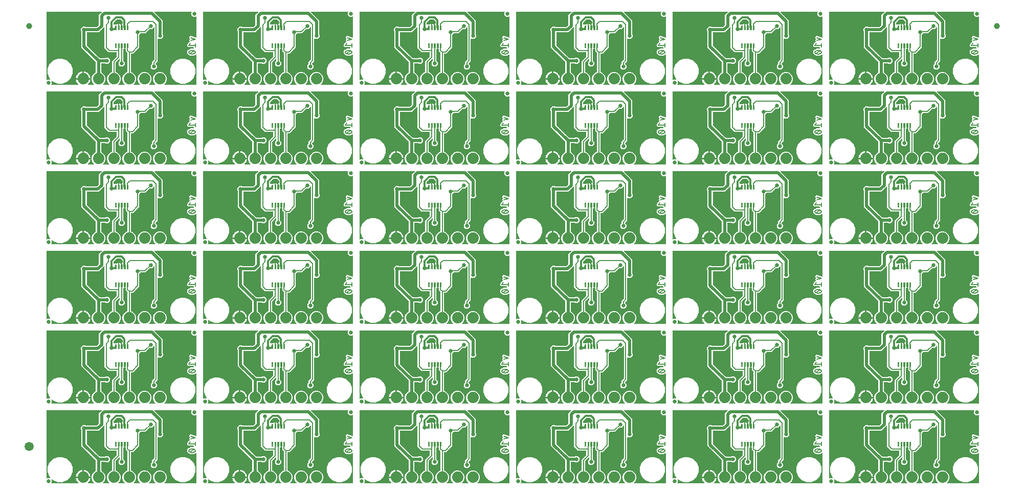
<source format=gbl>
G04 EAGLE Gerber RS-274X export*
G75*
%MOMM*%
%FSLAX34Y34*%
%LPD*%
%INBottom Copper*%
%IPPOS*%
%AMOC8*
5,1,8,0,0,1.08239X$1,22.5*%
G01*
%ADD10C,0.203200*%
%ADD11C,0.635000*%
%ADD12C,1.879600*%
%ADD13C,0.102600*%
%ADD14C,1.000000*%
%ADD15C,1.500000*%
%ADD16C,0.660400*%
%ADD17C,0.177800*%
%ADD18C,0.508000*%
%ADD19C,0.304800*%

G36*
X1453156Y531131D02*
X1453156Y531131D01*
X1453244Y531140D01*
X1453265Y531150D01*
X1453289Y531154D01*
X1453365Y531200D01*
X1453445Y531239D01*
X1453461Y531256D01*
X1453482Y531269D01*
X1453538Y531338D01*
X1453599Y531402D01*
X1453608Y531424D01*
X1453623Y531443D01*
X1453652Y531527D01*
X1453686Y531609D01*
X1453687Y531633D01*
X1453695Y531655D01*
X1453692Y531744D01*
X1453696Y531833D01*
X1453689Y531856D01*
X1453688Y531880D01*
X1453655Y531962D01*
X1453628Y532047D01*
X1453612Y532068D01*
X1453604Y532087D01*
X1453570Y532125D01*
X1453516Y532197D01*
X1451025Y534689D01*
X1449323Y538797D01*
X1449323Y543243D01*
X1451025Y547351D01*
X1454169Y550495D01*
X1458277Y552197D01*
X1462723Y552197D01*
X1466831Y550495D01*
X1469975Y547351D01*
X1471677Y543243D01*
X1471677Y538797D01*
X1469975Y534689D01*
X1467484Y532197D01*
X1467433Y532124D01*
X1467377Y532055D01*
X1467369Y532033D01*
X1467356Y532013D01*
X1467333Y531927D01*
X1467305Y531843D01*
X1467306Y531819D01*
X1467300Y531796D01*
X1467309Y531707D01*
X1467312Y531618D01*
X1467320Y531596D01*
X1467323Y531573D01*
X1467362Y531493D01*
X1467396Y531411D01*
X1467412Y531393D01*
X1467422Y531372D01*
X1467487Y531311D01*
X1467547Y531245D01*
X1467568Y531234D01*
X1467586Y531218D01*
X1467668Y531183D01*
X1467747Y531142D01*
X1467773Y531139D01*
X1467792Y531130D01*
X1467843Y531128D01*
X1467932Y531115D01*
X1478468Y531115D01*
X1478556Y531131D01*
X1478644Y531140D01*
X1478665Y531150D01*
X1478689Y531154D01*
X1478765Y531200D01*
X1478845Y531239D01*
X1478861Y531256D01*
X1478882Y531269D01*
X1478938Y531338D01*
X1478999Y531402D01*
X1479008Y531424D01*
X1479023Y531443D01*
X1479052Y531527D01*
X1479086Y531609D01*
X1479087Y531633D01*
X1479095Y531655D01*
X1479092Y531744D01*
X1479096Y531833D01*
X1479089Y531856D01*
X1479088Y531880D01*
X1479055Y531962D01*
X1479028Y532047D01*
X1479012Y532068D01*
X1479004Y532087D01*
X1478970Y532125D01*
X1478916Y532197D01*
X1476425Y534689D01*
X1474723Y538797D01*
X1474723Y543243D01*
X1476425Y547351D01*
X1479569Y550495D01*
X1483677Y552197D01*
X1488123Y552197D01*
X1492231Y550495D01*
X1495375Y547351D01*
X1497077Y543243D01*
X1497077Y538797D01*
X1495375Y534689D01*
X1492884Y532197D01*
X1492833Y532124D01*
X1492777Y532055D01*
X1492769Y532033D01*
X1492756Y532013D01*
X1492733Y531927D01*
X1492705Y531843D01*
X1492706Y531819D01*
X1492700Y531796D01*
X1492709Y531707D01*
X1492712Y531618D01*
X1492720Y531596D01*
X1492723Y531573D01*
X1492762Y531493D01*
X1492796Y531411D01*
X1492812Y531393D01*
X1492822Y531372D01*
X1492887Y531311D01*
X1492947Y531245D01*
X1492968Y531234D01*
X1492986Y531218D01*
X1493068Y531183D01*
X1493147Y531142D01*
X1493173Y531139D01*
X1493192Y531130D01*
X1493243Y531128D01*
X1493332Y531115D01*
X1545971Y531115D01*
X1546036Y531126D01*
X1546102Y531128D01*
X1546145Y531146D01*
X1546192Y531154D01*
X1546249Y531188D01*
X1546309Y531213D01*
X1546344Y531244D01*
X1546385Y531269D01*
X1546427Y531320D01*
X1546475Y531364D01*
X1546497Y531406D01*
X1546526Y531443D01*
X1546547Y531505D01*
X1546578Y531564D01*
X1546586Y531618D01*
X1546598Y531655D01*
X1546597Y531695D01*
X1546605Y531749D01*
X1546605Y580421D01*
X1546600Y580450D01*
X1546603Y580479D01*
X1546580Y580560D01*
X1546566Y580642D01*
X1546551Y580667D01*
X1546543Y580696D01*
X1546494Y580763D01*
X1546451Y580836D01*
X1546429Y580854D01*
X1546412Y580878D01*
X1546342Y580924D01*
X1546277Y580977D01*
X1546250Y580986D01*
X1546225Y581002D01*
X1546144Y581022D01*
X1546065Y581049D01*
X1546036Y581048D01*
X1546007Y581055D01*
X1545924Y581045D01*
X1545840Y581042D01*
X1545814Y581031D01*
X1545785Y581028D01*
X1545710Y580989D01*
X1545633Y580958D01*
X1545611Y580938D01*
X1545585Y580925D01*
X1545540Y580878D01*
X1544199Y580418D01*
X1544169Y580402D01*
X1544127Y580389D01*
X1541914Y579310D01*
X1536566Y579310D01*
X1535222Y579965D01*
X1535207Y579969D01*
X1535195Y579978D01*
X1535014Y580026D01*
X1534818Y580047D01*
X1534756Y580124D01*
X1534721Y580155D01*
X1534693Y580192D01*
X1534624Y580239D01*
X1534587Y580272D01*
X1534564Y580281D01*
X1534539Y580298D01*
X1534354Y580389D01*
X1534321Y580398D01*
X1534281Y580418D01*
X1532969Y580868D01*
X1531111Y583470D01*
X1531111Y586666D01*
X1532969Y589268D01*
X1534281Y589717D01*
X1534310Y589734D01*
X1534353Y589747D01*
X1536566Y590826D01*
X1541799Y590826D01*
X1541887Y590842D01*
X1541975Y590851D01*
X1541996Y590861D01*
X1542020Y590866D01*
X1542097Y590911D01*
X1542176Y590950D01*
X1542193Y590968D01*
X1542213Y590980D01*
X1542269Y591049D01*
X1542330Y591114D01*
X1542339Y591135D01*
X1542354Y591154D01*
X1542383Y591238D01*
X1542418Y591320D01*
X1542419Y591344D01*
X1542426Y591366D01*
X1542424Y591455D01*
X1542428Y591544D01*
X1542420Y591567D01*
X1542420Y591591D01*
X1542386Y591673D01*
X1542359Y591758D01*
X1542343Y591779D01*
X1542335Y591799D01*
X1542301Y591836D01*
X1542248Y591909D01*
X1541779Y592377D01*
X1541779Y593069D01*
X1541768Y593134D01*
X1541766Y593199D01*
X1541748Y593243D01*
X1541740Y593290D01*
X1541706Y593346D01*
X1541681Y593407D01*
X1541650Y593442D01*
X1541625Y593483D01*
X1541574Y593524D01*
X1541530Y593573D01*
X1541488Y593595D01*
X1541451Y593624D01*
X1541389Y593645D01*
X1541330Y593675D01*
X1541276Y593684D01*
X1541239Y593696D01*
X1541199Y593695D01*
X1541145Y593703D01*
X1534096Y593703D01*
X1534066Y593698D01*
X1534026Y593699D01*
X1533053Y593591D01*
X1532994Y593621D01*
X1532902Y593671D01*
X1532895Y593672D01*
X1532889Y593675D01*
X1532756Y593695D01*
X1532064Y594387D01*
X1532039Y594405D01*
X1532012Y594434D01*
X1531247Y595046D01*
X1531227Y595108D01*
X1531197Y595209D01*
X1531193Y595215D01*
X1531191Y595222D01*
X1531111Y595329D01*
X1531111Y596308D01*
X1531106Y596338D01*
X1531107Y596378D01*
X1530999Y597351D01*
X1531017Y597386D01*
X1531032Y597405D01*
X1531042Y597433D01*
X1531079Y597502D01*
X1531080Y597509D01*
X1531084Y597515D01*
X1531094Y597588D01*
X1531104Y597617D01*
X1531103Y597648D01*
X1531795Y598340D01*
X1531813Y598365D01*
X1531842Y598392D01*
X1534931Y602253D01*
X1534983Y602348D01*
X1535036Y602443D01*
X1535036Y602447D01*
X1535038Y602450D01*
X1535053Y602556D01*
X1535070Y602665D01*
X1535069Y602669D01*
X1535070Y602672D01*
X1535064Y602696D01*
X1535038Y602850D01*
X1534445Y604629D01*
X1535381Y606501D01*
X1535405Y606585D01*
X1535437Y606666D01*
X1535437Y606692D01*
X1535444Y606716D01*
X1535438Y606803D01*
X1535439Y606890D01*
X1535430Y606918D01*
X1535429Y606940D01*
X1535408Y606986D01*
X1535381Y607068D01*
X1534445Y608941D01*
X1535177Y611137D01*
X1537248Y612173D01*
X1544373Y609798D01*
X1544482Y609782D01*
X1544590Y609765D01*
X1544593Y609766D01*
X1544595Y609765D01*
X1544615Y609770D01*
X1544775Y609798D01*
X1544788Y609802D01*
X1545606Y609394D01*
X1545642Y609383D01*
X1545689Y609359D01*
X1545770Y609332D01*
X1545825Y609324D01*
X1545877Y609306D01*
X1545935Y609308D01*
X1545992Y609300D01*
X1546046Y609311D01*
X1546102Y609313D01*
X1546155Y609335D01*
X1546212Y609347D01*
X1546258Y609377D01*
X1546309Y609397D01*
X1546352Y609436D01*
X1546401Y609467D01*
X1546434Y609511D01*
X1546475Y609549D01*
X1546502Y609600D01*
X1546536Y609646D01*
X1546552Y609699D01*
X1546578Y609748D01*
X1546588Y609817D01*
X1546601Y609861D01*
X1546599Y609892D01*
X1546605Y609934D01*
X1546605Y643988D01*
X1546590Y644076D01*
X1546580Y644165D01*
X1546570Y644186D01*
X1546566Y644209D01*
X1546520Y644286D01*
X1546481Y644366D01*
X1546464Y644382D01*
X1546451Y644402D01*
X1546382Y644459D01*
X1546318Y644520D01*
X1546296Y644529D01*
X1546277Y644544D01*
X1546193Y644572D01*
X1546111Y644607D01*
X1546087Y644608D01*
X1546065Y644616D01*
X1545976Y644613D01*
X1545887Y644617D01*
X1545864Y644610D01*
X1545840Y644609D01*
X1545758Y644576D01*
X1545673Y644548D01*
X1545652Y644533D01*
X1545633Y644525D01*
X1545595Y644491D01*
X1545523Y644437D01*
X1545102Y644016D01*
X1540998Y644016D01*
X1538096Y646918D01*
X1538096Y651022D01*
X1538517Y651443D01*
X1538568Y651516D01*
X1538624Y651585D01*
X1538631Y651607D01*
X1538645Y651627D01*
X1538667Y651713D01*
X1538696Y651797D01*
X1538695Y651821D01*
X1538701Y651844D01*
X1538692Y651933D01*
X1538689Y652022D01*
X1538680Y652044D01*
X1538678Y652067D01*
X1538638Y652147D01*
X1538605Y652229D01*
X1538589Y652247D01*
X1538578Y652268D01*
X1538513Y652329D01*
X1538453Y652395D01*
X1538432Y652406D01*
X1538415Y652422D01*
X1538333Y652457D01*
X1538254Y652498D01*
X1538228Y652501D01*
X1538208Y652510D01*
X1538158Y652512D01*
X1538068Y652525D01*
X1477284Y652525D01*
X1477196Y652510D01*
X1477107Y652500D01*
X1477086Y652490D01*
X1477063Y652486D01*
X1476986Y652440D01*
X1476906Y652401D01*
X1476890Y652384D01*
X1476870Y652371D01*
X1476814Y652302D01*
X1476752Y652238D01*
X1476743Y652216D01*
X1476728Y652197D01*
X1476700Y652113D01*
X1476665Y652031D01*
X1476664Y652007D01*
X1476656Y651985D01*
X1476659Y651896D01*
X1476655Y651807D01*
X1476662Y651784D01*
X1476663Y651760D01*
X1476696Y651678D01*
X1476724Y651593D01*
X1476739Y651572D01*
X1476747Y651553D01*
X1476781Y651515D01*
X1476835Y651442D01*
X1476943Y651335D01*
X1487503Y640775D01*
X1487503Y640774D01*
X1490219Y638059D01*
X1490219Y615269D01*
X1490226Y615227D01*
X1490224Y615185D01*
X1490246Y615118D01*
X1490258Y615048D01*
X1490280Y615012D01*
X1490293Y614971D01*
X1490347Y614899D01*
X1490373Y614855D01*
X1490389Y614842D01*
X1490405Y614821D01*
X1490981Y614245D01*
X1490981Y610035D01*
X1488005Y607059D01*
X1483795Y607059D01*
X1483300Y607554D01*
X1483227Y607605D01*
X1483158Y607661D01*
X1483136Y607669D01*
X1483116Y607682D01*
X1483030Y607705D01*
X1482946Y607733D01*
X1482922Y607732D01*
X1482899Y607738D01*
X1482810Y607729D01*
X1482721Y607726D01*
X1482699Y607718D01*
X1482676Y607715D01*
X1482596Y607676D01*
X1482514Y607642D01*
X1482496Y607626D01*
X1482475Y607616D01*
X1482414Y607551D01*
X1482348Y607491D01*
X1482337Y607470D01*
X1482321Y607452D01*
X1482286Y607370D01*
X1482245Y607291D01*
X1482242Y607265D01*
X1482233Y607246D01*
X1482231Y607195D01*
X1482218Y607106D01*
X1482218Y570395D01*
X1478594Y566771D01*
X1478569Y566736D01*
X1478538Y566707D01*
X1478506Y566644D01*
X1478465Y566587D01*
X1478455Y566545D01*
X1478435Y566508D01*
X1478422Y566418D01*
X1478409Y566369D01*
X1478412Y566348D01*
X1478408Y566322D01*
X1478408Y566120D01*
X1478415Y566078D01*
X1478413Y566036D01*
X1478435Y565969D01*
X1478447Y565899D01*
X1478469Y565863D01*
X1478482Y565822D01*
X1478536Y565750D01*
X1478562Y565706D01*
X1478578Y565693D01*
X1478594Y565672D01*
X1480821Y563445D01*
X1480821Y559235D01*
X1477845Y556259D01*
X1473635Y556259D01*
X1470659Y559235D01*
X1470659Y563445D01*
X1472886Y565672D01*
X1472911Y565707D01*
X1472942Y565735D01*
X1472974Y565798D01*
X1473015Y565856D01*
X1473025Y565897D01*
X1473045Y565935D01*
X1473058Y566024D01*
X1473071Y566073D01*
X1473068Y566094D01*
X1473072Y566120D01*
X1473072Y568795D01*
X1476696Y572419D01*
X1476721Y572454D01*
X1476752Y572483D01*
X1476784Y572546D01*
X1476825Y572603D01*
X1476835Y572645D01*
X1476855Y572682D01*
X1476868Y572772D01*
X1476881Y572821D01*
X1476878Y572842D01*
X1476882Y572868D01*
X1476882Y626156D01*
X1476866Y626244D01*
X1476857Y626332D01*
X1476847Y626353D01*
X1476843Y626377D01*
X1476797Y626453D01*
X1476758Y626533D01*
X1476741Y626549D01*
X1476728Y626570D01*
X1476659Y626626D01*
X1476595Y626687D01*
X1476573Y626696D01*
X1476554Y626711D01*
X1476470Y626740D01*
X1476388Y626774D01*
X1476364Y626776D01*
X1476342Y626783D01*
X1476253Y626780D01*
X1476164Y626784D01*
X1476141Y626777D01*
X1476117Y626776D01*
X1476035Y626743D01*
X1475950Y626716D01*
X1475929Y626700D01*
X1475910Y626692D01*
X1475872Y626658D01*
X1475800Y626604D01*
X1472765Y623569D01*
X1469615Y623569D01*
X1469573Y623562D01*
X1469531Y623564D01*
X1469463Y623542D01*
X1469394Y623530D01*
X1469357Y623508D01*
X1469317Y623495D01*
X1469244Y623441D01*
X1469201Y623415D01*
X1469187Y623399D01*
X1469166Y623383D01*
X1462095Y616312D01*
X1454340Y616312D01*
X1454298Y616305D01*
X1454256Y616307D01*
X1454189Y616285D01*
X1454119Y616273D01*
X1454083Y616251D01*
X1454042Y616238D01*
X1453970Y616184D01*
X1453926Y616158D01*
X1453913Y616142D01*
X1453892Y616126D01*
X1451924Y614158D01*
X1451899Y614123D01*
X1451868Y614095D01*
X1451836Y614032D01*
X1451795Y613974D01*
X1451785Y613933D01*
X1451765Y613895D01*
X1451752Y613806D01*
X1451739Y613757D01*
X1451742Y613736D01*
X1451738Y613710D01*
X1451738Y593255D01*
X1449989Y591507D01*
X1449989Y591506D01*
X1443034Y584551D01*
X1443033Y584551D01*
X1441285Y582802D01*
X1438402Y582802D01*
X1438337Y582791D01*
X1438271Y582789D01*
X1438228Y582771D01*
X1438181Y582763D01*
X1438124Y582729D01*
X1438064Y582704D01*
X1438029Y582673D01*
X1437988Y582648D01*
X1437946Y582597D01*
X1437898Y582553D01*
X1437876Y582511D01*
X1437847Y582474D01*
X1437826Y582412D01*
X1437795Y582353D01*
X1437787Y582299D01*
X1437775Y582262D01*
X1437776Y582222D01*
X1437768Y582168D01*
X1437768Y552436D01*
X1437777Y552383D01*
X1437777Y552329D01*
X1437797Y552274D01*
X1437807Y552216D01*
X1437835Y552169D01*
X1437853Y552118D01*
X1437892Y552073D01*
X1437922Y552022D01*
X1437964Y551988D01*
X1437999Y551947D01*
X1438060Y551910D01*
X1438096Y551881D01*
X1438125Y551871D01*
X1438159Y551850D01*
X1441431Y550495D01*
X1444575Y547351D01*
X1446277Y543243D01*
X1446277Y538797D01*
X1444575Y534689D01*
X1442084Y532197D01*
X1442033Y532124D01*
X1441977Y532055D01*
X1441969Y532033D01*
X1441956Y532013D01*
X1441933Y531927D01*
X1441905Y531843D01*
X1441906Y531819D01*
X1441900Y531796D01*
X1441909Y531707D01*
X1441912Y531618D01*
X1441920Y531596D01*
X1441923Y531573D01*
X1441962Y531493D01*
X1441996Y531411D01*
X1442012Y531393D01*
X1442022Y531372D01*
X1442087Y531311D01*
X1442147Y531245D01*
X1442168Y531234D01*
X1442186Y531218D01*
X1442268Y531183D01*
X1442347Y531142D01*
X1442373Y531139D01*
X1442392Y531130D01*
X1442443Y531128D01*
X1442532Y531115D01*
X1453068Y531115D01*
X1453156Y531131D01*
G37*
G36*
X157756Y663211D02*
X157756Y663211D01*
X157844Y663220D01*
X157865Y663230D01*
X157889Y663234D01*
X157965Y663280D01*
X158045Y663319D01*
X158061Y663336D01*
X158082Y663349D01*
X158138Y663418D01*
X158199Y663482D01*
X158208Y663504D01*
X158223Y663523D01*
X158252Y663607D01*
X158286Y663689D01*
X158287Y663713D01*
X158295Y663735D01*
X158292Y663824D01*
X158296Y663913D01*
X158289Y663936D01*
X158288Y663960D01*
X158255Y664042D01*
X158228Y664127D01*
X158212Y664148D01*
X158204Y664167D01*
X158170Y664205D01*
X158116Y664277D01*
X155625Y666769D01*
X153923Y670877D01*
X153923Y675323D01*
X155625Y679431D01*
X158769Y682575D01*
X162877Y684277D01*
X167323Y684277D01*
X171431Y682575D01*
X174575Y679431D01*
X176277Y675323D01*
X176277Y670877D01*
X174575Y666769D01*
X172084Y664277D01*
X172033Y664204D01*
X171977Y664135D01*
X171969Y664113D01*
X171956Y664093D01*
X171933Y664007D01*
X171905Y663923D01*
X171906Y663899D01*
X171900Y663876D01*
X171909Y663787D01*
X171912Y663698D01*
X171920Y663676D01*
X171923Y663653D01*
X171962Y663573D01*
X171996Y663491D01*
X172012Y663473D01*
X172022Y663452D01*
X172087Y663391D01*
X172147Y663325D01*
X172168Y663314D01*
X172186Y663298D01*
X172268Y663263D01*
X172347Y663222D01*
X172373Y663219D01*
X172392Y663210D01*
X172443Y663208D01*
X172532Y663195D01*
X183068Y663195D01*
X183156Y663211D01*
X183244Y663220D01*
X183265Y663230D01*
X183289Y663234D01*
X183365Y663280D01*
X183445Y663319D01*
X183461Y663336D01*
X183482Y663349D01*
X183538Y663418D01*
X183599Y663482D01*
X183608Y663504D01*
X183623Y663523D01*
X183652Y663607D01*
X183686Y663689D01*
X183687Y663713D01*
X183695Y663735D01*
X183692Y663824D01*
X183696Y663913D01*
X183689Y663936D01*
X183688Y663960D01*
X183655Y664042D01*
X183628Y664127D01*
X183612Y664148D01*
X183604Y664167D01*
X183570Y664205D01*
X183516Y664277D01*
X181025Y666769D01*
X179323Y670877D01*
X179323Y675323D01*
X181025Y679431D01*
X184169Y682575D01*
X188277Y684277D01*
X192723Y684277D01*
X196831Y682575D01*
X199975Y679431D01*
X201677Y675323D01*
X201677Y670877D01*
X199975Y666769D01*
X197484Y664277D01*
X197433Y664204D01*
X197377Y664135D01*
X197369Y664113D01*
X197356Y664093D01*
X197333Y664007D01*
X197305Y663923D01*
X197306Y663899D01*
X197300Y663876D01*
X197309Y663787D01*
X197312Y663698D01*
X197320Y663676D01*
X197323Y663653D01*
X197362Y663573D01*
X197396Y663491D01*
X197412Y663473D01*
X197422Y663452D01*
X197487Y663391D01*
X197547Y663325D01*
X197568Y663314D01*
X197586Y663298D01*
X197668Y663263D01*
X197747Y663222D01*
X197773Y663219D01*
X197792Y663210D01*
X197843Y663208D01*
X197932Y663195D01*
X250571Y663195D01*
X250636Y663206D01*
X250702Y663208D01*
X250745Y663226D01*
X250792Y663234D01*
X250849Y663268D01*
X250909Y663293D01*
X250944Y663324D01*
X250985Y663349D01*
X251027Y663400D01*
X251075Y663444D01*
X251097Y663486D01*
X251126Y663523D01*
X251147Y663585D01*
X251178Y663644D01*
X251186Y663698D01*
X251198Y663735D01*
X251197Y663775D01*
X251205Y663829D01*
X251205Y712501D01*
X251200Y712530D01*
X251203Y712559D01*
X251180Y712640D01*
X251166Y712722D01*
X251151Y712747D01*
X251143Y712776D01*
X251094Y712844D01*
X251051Y712916D01*
X251029Y712934D01*
X251012Y712958D01*
X250942Y713004D01*
X250877Y713057D01*
X250850Y713066D01*
X250825Y713082D01*
X250744Y713102D01*
X250665Y713129D01*
X250636Y713128D01*
X250607Y713135D01*
X250524Y713125D01*
X250440Y713122D01*
X250413Y713111D01*
X250384Y713108D01*
X250310Y713069D01*
X250233Y713038D01*
X250211Y713018D01*
X250185Y713005D01*
X250140Y712958D01*
X248799Y712498D01*
X248769Y712482D01*
X248727Y712469D01*
X246514Y711390D01*
X241166Y711390D01*
X239822Y712045D01*
X239807Y712049D01*
X239795Y712058D01*
X239614Y712106D01*
X239418Y712127D01*
X239356Y712204D01*
X239321Y712235D01*
X239293Y712272D01*
X239224Y712319D01*
X239187Y712352D01*
X239164Y712361D01*
X239139Y712378D01*
X238954Y712469D01*
X238921Y712478D01*
X238881Y712498D01*
X237569Y712948D01*
X235711Y715550D01*
X235711Y718746D01*
X237569Y721348D01*
X238881Y721797D01*
X238910Y721814D01*
X238953Y721827D01*
X241166Y722906D01*
X246399Y722906D01*
X246487Y722922D01*
X246575Y722931D01*
X246596Y722941D01*
X246620Y722946D01*
X246697Y722991D01*
X246776Y723030D01*
X246793Y723048D01*
X246813Y723060D01*
X246869Y723129D01*
X246930Y723194D01*
X246939Y723215D01*
X246954Y723234D01*
X246983Y723318D01*
X247018Y723400D01*
X247019Y723424D01*
X247026Y723446D01*
X247024Y723535D01*
X247028Y723624D01*
X247020Y723647D01*
X247020Y723671D01*
X246986Y723753D01*
X246959Y723838D01*
X246943Y723859D01*
X246935Y723879D01*
X246901Y723916D01*
X246848Y723989D01*
X246379Y724457D01*
X246379Y725149D01*
X246368Y725214D01*
X246366Y725279D01*
X246348Y725323D01*
X246340Y725370D01*
X246306Y725426D01*
X246281Y725487D01*
X246250Y725522D01*
X246225Y725563D01*
X246174Y725604D01*
X246130Y725653D01*
X246088Y725675D01*
X246051Y725704D01*
X245989Y725725D01*
X245930Y725755D01*
X245876Y725764D01*
X245839Y725776D01*
X245799Y725775D01*
X245745Y725783D01*
X238696Y725783D01*
X238666Y725778D01*
X238626Y725779D01*
X237653Y725671D01*
X237594Y725701D01*
X237502Y725751D01*
X237495Y725752D01*
X237489Y725755D01*
X237356Y725775D01*
X236664Y726467D01*
X236639Y726485D01*
X236612Y726514D01*
X235847Y727126D01*
X235827Y727188D01*
X235797Y727289D01*
X235793Y727295D01*
X235791Y727302D01*
X235711Y727409D01*
X235711Y728388D01*
X235706Y728418D01*
X235707Y728458D01*
X235599Y729431D01*
X235617Y729466D01*
X235632Y729485D01*
X235642Y729513D01*
X235679Y729582D01*
X235680Y729589D01*
X235684Y729595D01*
X235694Y729668D01*
X235704Y729697D01*
X235703Y729728D01*
X236395Y730420D01*
X236413Y730445D01*
X236442Y730472D01*
X239531Y734333D01*
X239583Y734428D01*
X239636Y734523D01*
X239636Y734527D01*
X239638Y734530D01*
X239653Y734636D01*
X239670Y734745D01*
X239669Y734749D01*
X239670Y734752D01*
X239664Y734776D01*
X239638Y734930D01*
X239045Y736709D01*
X239981Y738581D01*
X240005Y738665D01*
X240037Y738746D01*
X240037Y738772D01*
X240044Y738796D01*
X240038Y738883D01*
X240039Y738970D01*
X240030Y738998D01*
X240029Y739020D01*
X240008Y739066D01*
X239981Y739148D01*
X239045Y741021D01*
X239777Y743217D01*
X241848Y744253D01*
X248973Y741878D01*
X249080Y741862D01*
X249190Y741845D01*
X249193Y741846D01*
X249195Y741845D01*
X249215Y741850D01*
X249375Y741878D01*
X249388Y741882D01*
X250206Y741474D01*
X250242Y741463D01*
X250289Y741439D01*
X250370Y741412D01*
X250425Y741404D01*
X250477Y741386D01*
X250535Y741388D01*
X250592Y741380D01*
X250646Y741391D01*
X250702Y741393D01*
X250755Y741415D01*
X250812Y741427D01*
X250858Y741457D01*
X250909Y741477D01*
X250952Y741516D01*
X251001Y741547D01*
X251034Y741591D01*
X251075Y741629D01*
X251102Y741680D01*
X251136Y741726D01*
X251152Y741779D01*
X251178Y741828D01*
X251188Y741897D01*
X251201Y741941D01*
X251199Y741972D01*
X251205Y742014D01*
X251205Y776068D01*
X251190Y776156D01*
X251180Y776245D01*
X251170Y776266D01*
X251166Y776289D01*
X251120Y776366D01*
X251081Y776446D01*
X251064Y776462D01*
X251051Y776482D01*
X250982Y776539D01*
X250918Y776600D01*
X250896Y776609D01*
X250877Y776624D01*
X250793Y776652D01*
X250711Y776687D01*
X250687Y776688D01*
X250665Y776696D01*
X250576Y776693D01*
X250487Y776697D01*
X250464Y776690D01*
X250440Y776689D01*
X250358Y776656D01*
X250273Y776628D01*
X250252Y776613D01*
X250233Y776605D01*
X250195Y776571D01*
X250123Y776517D01*
X249702Y776096D01*
X245598Y776096D01*
X242696Y778998D01*
X242696Y783102D01*
X243117Y783523D01*
X243168Y783596D01*
X243224Y783665D01*
X243231Y783687D01*
X243245Y783707D01*
X243267Y783793D01*
X243296Y783877D01*
X243295Y783901D01*
X243301Y783924D01*
X243292Y784013D01*
X243289Y784102D01*
X243280Y784124D01*
X243278Y784147D01*
X243238Y784227D01*
X243205Y784309D01*
X243189Y784327D01*
X243178Y784348D01*
X243113Y784409D01*
X243053Y784475D01*
X243032Y784486D01*
X243015Y784502D01*
X242933Y784537D01*
X242854Y784578D01*
X242828Y784581D01*
X242808Y784590D01*
X242758Y784592D01*
X242668Y784605D01*
X181884Y784605D01*
X181796Y784590D01*
X181707Y784580D01*
X181686Y784570D01*
X181663Y784566D01*
X181586Y784520D01*
X181506Y784481D01*
X181490Y784464D01*
X181470Y784451D01*
X181414Y784382D01*
X181352Y784318D01*
X181343Y784296D01*
X181328Y784277D01*
X181300Y784193D01*
X181265Y784111D01*
X181264Y784087D01*
X181256Y784065D01*
X181259Y783976D01*
X181255Y783887D01*
X181262Y783864D01*
X181263Y783840D01*
X181296Y783758D01*
X181324Y783673D01*
X181339Y783652D01*
X181347Y783633D01*
X181381Y783595D01*
X181435Y783522D01*
X181543Y783415D01*
X192103Y772855D01*
X192103Y772854D01*
X194819Y770139D01*
X194819Y747349D01*
X194826Y747307D01*
X194824Y747265D01*
X194846Y747198D01*
X194858Y747128D01*
X194880Y747092D01*
X194893Y747051D01*
X194947Y746979D01*
X194973Y746935D01*
X194989Y746922D01*
X195005Y746901D01*
X195581Y746325D01*
X195581Y742115D01*
X192605Y739139D01*
X188395Y739139D01*
X187900Y739634D01*
X187827Y739685D01*
X187758Y739741D01*
X187736Y739749D01*
X187716Y739762D01*
X187630Y739785D01*
X187546Y739813D01*
X187522Y739812D01*
X187499Y739818D01*
X187410Y739809D01*
X187321Y739806D01*
X187299Y739798D01*
X187276Y739795D01*
X187196Y739756D01*
X187114Y739722D01*
X187096Y739706D01*
X187075Y739696D01*
X187014Y739631D01*
X186948Y739571D01*
X186937Y739550D01*
X186921Y739532D01*
X186886Y739450D01*
X186845Y739371D01*
X186842Y739345D01*
X186833Y739326D01*
X186831Y739275D01*
X186818Y739186D01*
X186818Y702475D01*
X183194Y698851D01*
X183169Y698816D01*
X183138Y698787D01*
X183106Y698724D01*
X183065Y698667D01*
X183055Y698625D01*
X183035Y698588D01*
X183022Y698498D01*
X183009Y698449D01*
X183012Y698428D01*
X183008Y698402D01*
X183008Y698200D01*
X183015Y698158D01*
X183013Y698116D01*
X183035Y698049D01*
X183047Y697979D01*
X183069Y697943D01*
X183082Y697902D01*
X183136Y697830D01*
X183162Y697786D01*
X183178Y697773D01*
X183194Y697752D01*
X185421Y695525D01*
X185421Y691315D01*
X182445Y688339D01*
X178235Y688339D01*
X175259Y691315D01*
X175259Y695525D01*
X177486Y697752D01*
X177511Y697787D01*
X177542Y697815D01*
X177574Y697878D01*
X177615Y697936D01*
X177625Y697977D01*
X177645Y698015D01*
X177658Y698104D01*
X177671Y698153D01*
X177668Y698174D01*
X177672Y698200D01*
X177672Y700875D01*
X181296Y704499D01*
X181321Y704534D01*
X181352Y704563D01*
X181384Y704626D01*
X181425Y704683D01*
X181435Y704725D01*
X181455Y704762D01*
X181468Y704852D01*
X181481Y704901D01*
X181478Y704922D01*
X181482Y704948D01*
X181482Y758236D01*
X181466Y758324D01*
X181457Y758412D01*
X181447Y758433D01*
X181443Y758457D01*
X181397Y758533D01*
X181358Y758613D01*
X181341Y758629D01*
X181328Y758650D01*
X181259Y758706D01*
X181195Y758767D01*
X181173Y758776D01*
X181154Y758791D01*
X181070Y758820D01*
X180988Y758854D01*
X180964Y758856D01*
X180942Y758863D01*
X180853Y758860D01*
X180764Y758864D01*
X180741Y758857D01*
X180717Y758856D01*
X180635Y758823D01*
X180550Y758796D01*
X180529Y758780D01*
X180510Y758772D01*
X180472Y758738D01*
X180400Y758684D01*
X177365Y755649D01*
X174215Y755649D01*
X174173Y755642D01*
X174131Y755644D01*
X174063Y755622D01*
X173994Y755610D01*
X173957Y755588D01*
X173917Y755575D01*
X173844Y755521D01*
X173801Y755495D01*
X173787Y755479D01*
X173766Y755463D01*
X166695Y748392D01*
X158940Y748392D01*
X158898Y748385D01*
X158856Y748387D01*
X158789Y748365D01*
X158719Y748353D01*
X158683Y748331D01*
X158642Y748318D01*
X158570Y748264D01*
X158526Y748238D01*
X158513Y748222D01*
X158492Y748206D01*
X156524Y746238D01*
X156499Y746203D01*
X156468Y746175D01*
X156436Y746112D01*
X156395Y746054D01*
X156385Y746013D01*
X156365Y745975D01*
X156352Y745886D01*
X156339Y745837D01*
X156342Y745816D01*
X156338Y745790D01*
X156338Y725335D01*
X154589Y723587D01*
X154589Y723586D01*
X147634Y716631D01*
X147633Y716631D01*
X145885Y714882D01*
X143002Y714882D01*
X142937Y714871D01*
X142871Y714869D01*
X142828Y714851D01*
X142781Y714843D01*
X142724Y714809D01*
X142664Y714784D01*
X142629Y714753D01*
X142588Y714728D01*
X142546Y714677D01*
X142498Y714633D01*
X142476Y714591D01*
X142447Y714554D01*
X142426Y714492D01*
X142395Y714433D01*
X142387Y714379D01*
X142375Y714342D01*
X142376Y714302D01*
X142368Y714248D01*
X142368Y684516D01*
X142377Y684463D01*
X142377Y684409D01*
X142397Y684354D01*
X142407Y684296D01*
X142435Y684249D01*
X142453Y684198D01*
X142492Y684153D01*
X142522Y684102D01*
X142564Y684068D01*
X142599Y684027D01*
X142660Y683990D01*
X142696Y683961D01*
X142725Y683951D01*
X142759Y683930D01*
X146031Y682575D01*
X149175Y679431D01*
X150877Y675323D01*
X150877Y670877D01*
X149175Y666769D01*
X146684Y664277D01*
X146633Y664204D01*
X146577Y664135D01*
X146569Y664113D01*
X146556Y664093D01*
X146533Y664007D01*
X146505Y663923D01*
X146506Y663899D01*
X146500Y663876D01*
X146509Y663787D01*
X146512Y663698D01*
X146520Y663676D01*
X146523Y663653D01*
X146562Y663573D01*
X146596Y663491D01*
X146612Y663473D01*
X146622Y663452D01*
X146687Y663391D01*
X146747Y663325D01*
X146768Y663314D01*
X146786Y663298D01*
X146868Y663263D01*
X146947Y663222D01*
X146973Y663219D01*
X146992Y663210D01*
X147043Y663208D01*
X147132Y663195D01*
X157668Y663195D01*
X157756Y663211D01*
G37*
G36*
X1194076Y2811D02*
X1194076Y2811D01*
X1194164Y2820D01*
X1194185Y2830D01*
X1194209Y2834D01*
X1194285Y2880D01*
X1194365Y2919D01*
X1194381Y2936D01*
X1194402Y2949D01*
X1194458Y3018D01*
X1194519Y3082D01*
X1194528Y3104D01*
X1194543Y3123D01*
X1194572Y3207D01*
X1194606Y3289D01*
X1194607Y3313D01*
X1194615Y3335D01*
X1194612Y3424D01*
X1194616Y3513D01*
X1194609Y3536D01*
X1194608Y3560D01*
X1194575Y3642D01*
X1194548Y3727D01*
X1194532Y3748D01*
X1194524Y3767D01*
X1194490Y3805D01*
X1194436Y3877D01*
X1191945Y6369D01*
X1190243Y10477D01*
X1190243Y14923D01*
X1191945Y19031D01*
X1195089Y22175D01*
X1199197Y23877D01*
X1203643Y23877D01*
X1207751Y22175D01*
X1210895Y19031D01*
X1212597Y14923D01*
X1212597Y10477D01*
X1210895Y6369D01*
X1208404Y3877D01*
X1208353Y3804D01*
X1208297Y3735D01*
X1208289Y3713D01*
X1208276Y3693D01*
X1208253Y3607D01*
X1208225Y3523D01*
X1208226Y3499D01*
X1208220Y3476D01*
X1208229Y3387D01*
X1208232Y3298D01*
X1208240Y3276D01*
X1208243Y3253D01*
X1208282Y3173D01*
X1208316Y3091D01*
X1208332Y3073D01*
X1208342Y3052D01*
X1208407Y2991D01*
X1208467Y2925D01*
X1208488Y2914D01*
X1208506Y2898D01*
X1208588Y2863D01*
X1208667Y2822D01*
X1208693Y2819D01*
X1208712Y2810D01*
X1208763Y2808D01*
X1208852Y2795D01*
X1219388Y2795D01*
X1219476Y2811D01*
X1219564Y2820D01*
X1219585Y2830D01*
X1219609Y2834D01*
X1219685Y2880D01*
X1219765Y2919D01*
X1219781Y2936D01*
X1219802Y2949D01*
X1219858Y3018D01*
X1219919Y3082D01*
X1219928Y3104D01*
X1219943Y3123D01*
X1219972Y3207D01*
X1220006Y3289D01*
X1220007Y3313D01*
X1220015Y3335D01*
X1220012Y3424D01*
X1220016Y3513D01*
X1220009Y3536D01*
X1220008Y3560D01*
X1219975Y3642D01*
X1219948Y3727D01*
X1219932Y3748D01*
X1219924Y3767D01*
X1219890Y3805D01*
X1219836Y3877D01*
X1217345Y6369D01*
X1215643Y10477D01*
X1215643Y14923D01*
X1217345Y19031D01*
X1220489Y22175D01*
X1224597Y23877D01*
X1229043Y23877D01*
X1233151Y22175D01*
X1236295Y19031D01*
X1237997Y14923D01*
X1237997Y10477D01*
X1236295Y6369D01*
X1233804Y3877D01*
X1233753Y3804D01*
X1233697Y3735D01*
X1233689Y3713D01*
X1233676Y3693D01*
X1233653Y3607D01*
X1233625Y3523D01*
X1233626Y3499D01*
X1233620Y3476D01*
X1233629Y3387D01*
X1233632Y3298D01*
X1233640Y3276D01*
X1233643Y3253D01*
X1233682Y3173D01*
X1233716Y3091D01*
X1233732Y3073D01*
X1233742Y3052D01*
X1233807Y2991D01*
X1233867Y2925D01*
X1233888Y2914D01*
X1233906Y2898D01*
X1233988Y2863D01*
X1234067Y2822D01*
X1234093Y2819D01*
X1234112Y2810D01*
X1234163Y2808D01*
X1234252Y2795D01*
X1286891Y2795D01*
X1286956Y2806D01*
X1287022Y2808D01*
X1287065Y2826D01*
X1287112Y2834D01*
X1287169Y2868D01*
X1287229Y2893D01*
X1287264Y2924D01*
X1287305Y2949D01*
X1287347Y3000D01*
X1287395Y3044D01*
X1287417Y3086D01*
X1287446Y3123D01*
X1287467Y3185D01*
X1287498Y3244D01*
X1287506Y3298D01*
X1287518Y3335D01*
X1287517Y3375D01*
X1287525Y3429D01*
X1287525Y52101D01*
X1287520Y52130D01*
X1287523Y52159D01*
X1287500Y52240D01*
X1287486Y52322D01*
X1287471Y52347D01*
X1287463Y52376D01*
X1287414Y52444D01*
X1287371Y52516D01*
X1287349Y52534D01*
X1287332Y52558D01*
X1287262Y52604D01*
X1287197Y52657D01*
X1287170Y52666D01*
X1287145Y52682D01*
X1287064Y52702D01*
X1286985Y52729D01*
X1286956Y52728D01*
X1286927Y52735D01*
X1286844Y52725D01*
X1286760Y52722D01*
X1286733Y52711D01*
X1286704Y52708D01*
X1286630Y52669D01*
X1286553Y52638D01*
X1286531Y52618D01*
X1286505Y52605D01*
X1286460Y52558D01*
X1285119Y52098D01*
X1285089Y52082D01*
X1285047Y52069D01*
X1282834Y50990D01*
X1277486Y50990D01*
X1276142Y51645D01*
X1276127Y51649D01*
X1276115Y51658D01*
X1275934Y51706D01*
X1275738Y51727D01*
X1275676Y51804D01*
X1275641Y51835D01*
X1275613Y51872D01*
X1275544Y51919D01*
X1275507Y51952D01*
X1275484Y51961D01*
X1275459Y51978D01*
X1275274Y52069D01*
X1275241Y52078D01*
X1275201Y52098D01*
X1273889Y52548D01*
X1272031Y55150D01*
X1272031Y58346D01*
X1273889Y60948D01*
X1275201Y61397D01*
X1275230Y61414D01*
X1275273Y61427D01*
X1277486Y62506D01*
X1282719Y62506D01*
X1282807Y62522D01*
X1282895Y62531D01*
X1282916Y62541D01*
X1282940Y62546D01*
X1283017Y62591D01*
X1283096Y62630D01*
X1283113Y62648D01*
X1283133Y62660D01*
X1283189Y62729D01*
X1283250Y62794D01*
X1283259Y62815D01*
X1283274Y62834D01*
X1283303Y62918D01*
X1283338Y63000D01*
X1283339Y63024D01*
X1283346Y63046D01*
X1283344Y63135D01*
X1283348Y63224D01*
X1283340Y63247D01*
X1283340Y63271D01*
X1283306Y63353D01*
X1283279Y63438D01*
X1283263Y63459D01*
X1283255Y63479D01*
X1283221Y63516D01*
X1283168Y63589D01*
X1282699Y64057D01*
X1282699Y64749D01*
X1282688Y64814D01*
X1282686Y64879D01*
X1282668Y64923D01*
X1282660Y64970D01*
X1282626Y65026D01*
X1282601Y65087D01*
X1282570Y65122D01*
X1282545Y65163D01*
X1282494Y65204D01*
X1282450Y65253D01*
X1282408Y65275D01*
X1282371Y65304D01*
X1282309Y65325D01*
X1282250Y65355D01*
X1282196Y65364D01*
X1282159Y65376D01*
X1282119Y65375D01*
X1282065Y65383D01*
X1275016Y65383D01*
X1274986Y65378D01*
X1274946Y65379D01*
X1273973Y65271D01*
X1273914Y65301D01*
X1273822Y65351D01*
X1273815Y65352D01*
X1273809Y65355D01*
X1273676Y65375D01*
X1272984Y66067D01*
X1272959Y66085D01*
X1272932Y66114D01*
X1272167Y66726D01*
X1272147Y66788D01*
X1272117Y66889D01*
X1272113Y66895D01*
X1272111Y66902D01*
X1272031Y67009D01*
X1272031Y67988D01*
X1272026Y68018D01*
X1272027Y68058D01*
X1271919Y69031D01*
X1271937Y69066D01*
X1271952Y69085D01*
X1271962Y69113D01*
X1271999Y69182D01*
X1272000Y69189D01*
X1272004Y69195D01*
X1272014Y69268D01*
X1272024Y69297D01*
X1272023Y69328D01*
X1272715Y70020D01*
X1272733Y70045D01*
X1272762Y70072D01*
X1275851Y73933D01*
X1275903Y74028D01*
X1275956Y74123D01*
X1275956Y74127D01*
X1275958Y74130D01*
X1275973Y74236D01*
X1275990Y74345D01*
X1275989Y74349D01*
X1275990Y74352D01*
X1275984Y74376D01*
X1275958Y74530D01*
X1275365Y76309D01*
X1276301Y78181D01*
X1276325Y78265D01*
X1276357Y78346D01*
X1276357Y78372D01*
X1276364Y78396D01*
X1276358Y78483D01*
X1276359Y78570D01*
X1276350Y78598D01*
X1276349Y78620D01*
X1276328Y78666D01*
X1276301Y78748D01*
X1275365Y80621D01*
X1276097Y82817D01*
X1278168Y83853D01*
X1285293Y81478D01*
X1285400Y81462D01*
X1285510Y81445D01*
X1285513Y81446D01*
X1285515Y81445D01*
X1285535Y81450D01*
X1285695Y81478D01*
X1285708Y81482D01*
X1286526Y81074D01*
X1286562Y81063D01*
X1286609Y81039D01*
X1286690Y81012D01*
X1286745Y81004D01*
X1286797Y80986D01*
X1286855Y80988D01*
X1286912Y80980D01*
X1286966Y80991D01*
X1287022Y80993D01*
X1287075Y81015D01*
X1287132Y81027D01*
X1287178Y81057D01*
X1287229Y81077D01*
X1287272Y81116D01*
X1287321Y81147D01*
X1287354Y81191D01*
X1287395Y81229D01*
X1287422Y81280D01*
X1287456Y81326D01*
X1287472Y81379D01*
X1287498Y81428D01*
X1287508Y81497D01*
X1287521Y81541D01*
X1287519Y81572D01*
X1287525Y81614D01*
X1287525Y115668D01*
X1287510Y115756D01*
X1287500Y115845D01*
X1287490Y115866D01*
X1287486Y115889D01*
X1287440Y115966D01*
X1287401Y116046D01*
X1287384Y116062D01*
X1287371Y116082D01*
X1287302Y116139D01*
X1287238Y116200D01*
X1287216Y116209D01*
X1287197Y116224D01*
X1287113Y116252D01*
X1287031Y116287D01*
X1287007Y116288D01*
X1286985Y116296D01*
X1286896Y116293D01*
X1286807Y116297D01*
X1286784Y116290D01*
X1286760Y116289D01*
X1286678Y116256D01*
X1286593Y116228D01*
X1286572Y116213D01*
X1286553Y116205D01*
X1286515Y116171D01*
X1286443Y116117D01*
X1286022Y115696D01*
X1281918Y115696D01*
X1279016Y118598D01*
X1279016Y122702D01*
X1279437Y123123D01*
X1279488Y123196D01*
X1279544Y123265D01*
X1279551Y123287D01*
X1279565Y123307D01*
X1279587Y123393D01*
X1279616Y123477D01*
X1279615Y123501D01*
X1279621Y123524D01*
X1279612Y123613D01*
X1279609Y123702D01*
X1279600Y123724D01*
X1279598Y123747D01*
X1279558Y123827D01*
X1279525Y123909D01*
X1279509Y123927D01*
X1279498Y123948D01*
X1279433Y124009D01*
X1279373Y124075D01*
X1279352Y124086D01*
X1279335Y124102D01*
X1279253Y124137D01*
X1279174Y124178D01*
X1279148Y124181D01*
X1279128Y124190D01*
X1279078Y124192D01*
X1278988Y124205D01*
X1218204Y124205D01*
X1218116Y124189D01*
X1218027Y124180D01*
X1218006Y124170D01*
X1217983Y124166D01*
X1217906Y124120D01*
X1217826Y124081D01*
X1217810Y124064D01*
X1217790Y124051D01*
X1217733Y123982D01*
X1217672Y123918D01*
X1217663Y123896D01*
X1217648Y123877D01*
X1217620Y123793D01*
X1217585Y123711D01*
X1217584Y123687D01*
X1217576Y123665D01*
X1217579Y123576D01*
X1217575Y123487D01*
X1217582Y123464D01*
X1217583Y123440D01*
X1217616Y123358D01*
X1217644Y123273D01*
X1217659Y123252D01*
X1217667Y123233D01*
X1217701Y123195D01*
X1217755Y123123D01*
X1231139Y109739D01*
X1231139Y86949D01*
X1231146Y86907D01*
X1231144Y86865D01*
X1231166Y86798D01*
X1231178Y86728D01*
X1231200Y86692D01*
X1231213Y86651D01*
X1231267Y86579D01*
X1231293Y86535D01*
X1231309Y86522D01*
X1231325Y86501D01*
X1231901Y85925D01*
X1231901Y81715D01*
X1228925Y78739D01*
X1224715Y78739D01*
X1224220Y79234D01*
X1224147Y79285D01*
X1224078Y79341D01*
X1224056Y79349D01*
X1224036Y79362D01*
X1223950Y79385D01*
X1223866Y79413D01*
X1223842Y79412D01*
X1223819Y79418D01*
X1223730Y79409D01*
X1223641Y79406D01*
X1223619Y79398D01*
X1223596Y79395D01*
X1223516Y79356D01*
X1223434Y79322D01*
X1223416Y79306D01*
X1223395Y79296D01*
X1223334Y79231D01*
X1223268Y79171D01*
X1223257Y79150D01*
X1223241Y79132D01*
X1223206Y79050D01*
X1223165Y78971D01*
X1223162Y78945D01*
X1223153Y78926D01*
X1223151Y78875D01*
X1223138Y78786D01*
X1223138Y42075D01*
X1219514Y38451D01*
X1219489Y38416D01*
X1219458Y38387D01*
X1219426Y38324D01*
X1219385Y38267D01*
X1219375Y38225D01*
X1219355Y38188D01*
X1219342Y38098D01*
X1219329Y38049D01*
X1219332Y38028D01*
X1219328Y38002D01*
X1219328Y37800D01*
X1219335Y37758D01*
X1219333Y37716D01*
X1219355Y37649D01*
X1219367Y37579D01*
X1219389Y37543D01*
X1219402Y37502D01*
X1219456Y37430D01*
X1219482Y37386D01*
X1219498Y37373D01*
X1219514Y37352D01*
X1221741Y35125D01*
X1221741Y30915D01*
X1218765Y27939D01*
X1214555Y27939D01*
X1211579Y30915D01*
X1211579Y35125D01*
X1213806Y37352D01*
X1213831Y37387D01*
X1213862Y37415D01*
X1213894Y37478D01*
X1213935Y37536D01*
X1213945Y37577D01*
X1213965Y37615D01*
X1213978Y37704D01*
X1213991Y37753D01*
X1213988Y37774D01*
X1213992Y37800D01*
X1213992Y40475D01*
X1217616Y44099D01*
X1217641Y44134D01*
X1217672Y44163D01*
X1217704Y44226D01*
X1217745Y44283D01*
X1217755Y44325D01*
X1217775Y44362D01*
X1217788Y44452D01*
X1217801Y44501D01*
X1217798Y44522D01*
X1217802Y44548D01*
X1217802Y97836D01*
X1217786Y97924D01*
X1217777Y98012D01*
X1217767Y98033D01*
X1217763Y98057D01*
X1217717Y98133D01*
X1217678Y98213D01*
X1217661Y98229D01*
X1217648Y98250D01*
X1217579Y98306D01*
X1217515Y98367D01*
X1217493Y98376D01*
X1217474Y98391D01*
X1217390Y98420D01*
X1217308Y98454D01*
X1217284Y98456D01*
X1217262Y98463D01*
X1217173Y98460D01*
X1217084Y98464D01*
X1217061Y98457D01*
X1217037Y98456D01*
X1216955Y98423D01*
X1216870Y98396D01*
X1216849Y98380D01*
X1216830Y98372D01*
X1216792Y98338D01*
X1216720Y98284D01*
X1213685Y95249D01*
X1210535Y95249D01*
X1210493Y95242D01*
X1210451Y95244D01*
X1210383Y95222D01*
X1210314Y95210D01*
X1210277Y95188D01*
X1210237Y95175D01*
X1210164Y95121D01*
X1210121Y95095D01*
X1210107Y95079D01*
X1210086Y95063D01*
X1203015Y87992D01*
X1195260Y87992D01*
X1195218Y87985D01*
X1195176Y87987D01*
X1195109Y87965D01*
X1195039Y87953D01*
X1195003Y87931D01*
X1194962Y87918D01*
X1194890Y87864D01*
X1194846Y87838D01*
X1194833Y87822D01*
X1194812Y87806D01*
X1192844Y85838D01*
X1192819Y85803D01*
X1192788Y85775D01*
X1192756Y85712D01*
X1192715Y85654D01*
X1192705Y85613D01*
X1192685Y85575D01*
X1192672Y85486D01*
X1192659Y85437D01*
X1192662Y85416D01*
X1192658Y85390D01*
X1192658Y64935D01*
X1182205Y54482D01*
X1179322Y54482D01*
X1179257Y54471D01*
X1179191Y54469D01*
X1179148Y54451D01*
X1179101Y54443D01*
X1179044Y54409D01*
X1178984Y54384D01*
X1178949Y54353D01*
X1178908Y54328D01*
X1178866Y54277D01*
X1178818Y54233D01*
X1178796Y54191D01*
X1178767Y54154D01*
X1178746Y54092D01*
X1178715Y54033D01*
X1178707Y53979D01*
X1178695Y53942D01*
X1178696Y53902D01*
X1178688Y53848D01*
X1178688Y24116D01*
X1178697Y24063D01*
X1178697Y24009D01*
X1178717Y23953D01*
X1178727Y23896D01*
X1178755Y23849D01*
X1178773Y23798D01*
X1178812Y23753D01*
X1178842Y23702D01*
X1178884Y23668D01*
X1178919Y23627D01*
X1178980Y23590D01*
X1179016Y23561D01*
X1179045Y23551D01*
X1179079Y23530D01*
X1182351Y22175D01*
X1185495Y19031D01*
X1187197Y14923D01*
X1187197Y10477D01*
X1185495Y6369D01*
X1183004Y3877D01*
X1182953Y3804D01*
X1182897Y3735D01*
X1182889Y3713D01*
X1182876Y3693D01*
X1182853Y3607D01*
X1182825Y3523D01*
X1182826Y3499D01*
X1182820Y3476D01*
X1182829Y3387D01*
X1182832Y3298D01*
X1182840Y3276D01*
X1182843Y3253D01*
X1182882Y3173D01*
X1182916Y3091D01*
X1182932Y3073D01*
X1182942Y3052D01*
X1183007Y2991D01*
X1183067Y2925D01*
X1183088Y2914D01*
X1183106Y2898D01*
X1183188Y2863D01*
X1183267Y2822D01*
X1183293Y2819D01*
X1183312Y2810D01*
X1183363Y2808D01*
X1183452Y2795D01*
X1193988Y2795D01*
X1194076Y2811D01*
G37*
G36*
X1194076Y531131D02*
X1194076Y531131D01*
X1194164Y531140D01*
X1194185Y531150D01*
X1194209Y531154D01*
X1194285Y531200D01*
X1194365Y531239D01*
X1194381Y531256D01*
X1194402Y531269D01*
X1194458Y531338D01*
X1194519Y531402D01*
X1194528Y531424D01*
X1194543Y531443D01*
X1194572Y531527D01*
X1194606Y531609D01*
X1194607Y531633D01*
X1194615Y531655D01*
X1194612Y531744D01*
X1194616Y531833D01*
X1194609Y531856D01*
X1194608Y531880D01*
X1194575Y531962D01*
X1194548Y532047D01*
X1194532Y532068D01*
X1194524Y532087D01*
X1194490Y532125D01*
X1194436Y532197D01*
X1191945Y534689D01*
X1190243Y538797D01*
X1190243Y543243D01*
X1191945Y547351D01*
X1195089Y550495D01*
X1199197Y552197D01*
X1203643Y552197D01*
X1207751Y550495D01*
X1210895Y547351D01*
X1212597Y543243D01*
X1212597Y538797D01*
X1210895Y534689D01*
X1208404Y532197D01*
X1208353Y532124D01*
X1208297Y532055D01*
X1208289Y532033D01*
X1208276Y532013D01*
X1208253Y531927D01*
X1208225Y531843D01*
X1208226Y531819D01*
X1208220Y531796D01*
X1208229Y531707D01*
X1208232Y531618D01*
X1208240Y531596D01*
X1208243Y531573D01*
X1208282Y531493D01*
X1208316Y531411D01*
X1208332Y531393D01*
X1208342Y531372D01*
X1208407Y531311D01*
X1208467Y531245D01*
X1208488Y531234D01*
X1208506Y531218D01*
X1208588Y531183D01*
X1208667Y531142D01*
X1208693Y531139D01*
X1208712Y531130D01*
X1208763Y531128D01*
X1208852Y531115D01*
X1219388Y531115D01*
X1219476Y531131D01*
X1219564Y531140D01*
X1219585Y531150D01*
X1219609Y531154D01*
X1219685Y531200D01*
X1219765Y531239D01*
X1219781Y531256D01*
X1219802Y531269D01*
X1219858Y531338D01*
X1219919Y531402D01*
X1219928Y531424D01*
X1219943Y531443D01*
X1219972Y531527D01*
X1220006Y531609D01*
X1220007Y531633D01*
X1220015Y531655D01*
X1220012Y531744D01*
X1220016Y531833D01*
X1220009Y531856D01*
X1220008Y531880D01*
X1219975Y531962D01*
X1219948Y532047D01*
X1219932Y532068D01*
X1219924Y532087D01*
X1219890Y532125D01*
X1219836Y532197D01*
X1217345Y534689D01*
X1215643Y538797D01*
X1215643Y543243D01*
X1217345Y547351D01*
X1220489Y550495D01*
X1224597Y552197D01*
X1229043Y552197D01*
X1233151Y550495D01*
X1236295Y547351D01*
X1237997Y543243D01*
X1237997Y538797D01*
X1236295Y534689D01*
X1233804Y532197D01*
X1233753Y532124D01*
X1233697Y532055D01*
X1233689Y532033D01*
X1233676Y532013D01*
X1233653Y531927D01*
X1233625Y531843D01*
X1233626Y531819D01*
X1233620Y531796D01*
X1233629Y531707D01*
X1233632Y531618D01*
X1233640Y531596D01*
X1233643Y531573D01*
X1233682Y531493D01*
X1233716Y531411D01*
X1233732Y531393D01*
X1233742Y531372D01*
X1233807Y531311D01*
X1233867Y531245D01*
X1233888Y531234D01*
X1233906Y531218D01*
X1233988Y531183D01*
X1234067Y531142D01*
X1234093Y531139D01*
X1234112Y531130D01*
X1234163Y531128D01*
X1234252Y531115D01*
X1286891Y531115D01*
X1286956Y531126D01*
X1287022Y531128D01*
X1287065Y531146D01*
X1287112Y531154D01*
X1287169Y531188D01*
X1287229Y531213D01*
X1287264Y531244D01*
X1287305Y531269D01*
X1287347Y531320D01*
X1287395Y531364D01*
X1287417Y531406D01*
X1287446Y531443D01*
X1287467Y531505D01*
X1287498Y531564D01*
X1287506Y531618D01*
X1287518Y531655D01*
X1287517Y531695D01*
X1287525Y531749D01*
X1287525Y580421D01*
X1287520Y580450D01*
X1287523Y580479D01*
X1287500Y580560D01*
X1287486Y580642D01*
X1287471Y580667D01*
X1287463Y580696D01*
X1287414Y580764D01*
X1287371Y580836D01*
X1287349Y580854D01*
X1287332Y580878D01*
X1287262Y580924D01*
X1287197Y580977D01*
X1287170Y580986D01*
X1287145Y581002D01*
X1287064Y581022D01*
X1286985Y581049D01*
X1286956Y581048D01*
X1286927Y581055D01*
X1286844Y581045D01*
X1286760Y581042D01*
X1286733Y581031D01*
X1286704Y581028D01*
X1286630Y580989D01*
X1286553Y580958D01*
X1286531Y580938D01*
X1286505Y580925D01*
X1286460Y580878D01*
X1285119Y580418D01*
X1285089Y580402D01*
X1285047Y580389D01*
X1282834Y579310D01*
X1277486Y579310D01*
X1276142Y579965D01*
X1276127Y579969D01*
X1276115Y579978D01*
X1275934Y580026D01*
X1275738Y580047D01*
X1275676Y580124D01*
X1275641Y580155D01*
X1275613Y580192D01*
X1275544Y580239D01*
X1275507Y580272D01*
X1275484Y580281D01*
X1275458Y580298D01*
X1275273Y580389D01*
X1275241Y580398D01*
X1275201Y580418D01*
X1273889Y580868D01*
X1272031Y583470D01*
X1272031Y586666D01*
X1273889Y589268D01*
X1275201Y589717D01*
X1275230Y589734D01*
X1275273Y589747D01*
X1277486Y590826D01*
X1282719Y590826D01*
X1282807Y590842D01*
X1282895Y590851D01*
X1282916Y590861D01*
X1282940Y590866D01*
X1283017Y590911D01*
X1283096Y590950D01*
X1283113Y590968D01*
X1283133Y590980D01*
X1283189Y591049D01*
X1283250Y591114D01*
X1283259Y591135D01*
X1283274Y591154D01*
X1283303Y591238D01*
X1283338Y591320D01*
X1283339Y591344D01*
X1283346Y591366D01*
X1283344Y591455D01*
X1283348Y591544D01*
X1283340Y591567D01*
X1283340Y591591D01*
X1283306Y591673D01*
X1283279Y591758D01*
X1283263Y591779D01*
X1283255Y591799D01*
X1283221Y591836D01*
X1283168Y591909D01*
X1282699Y592377D01*
X1282699Y593069D01*
X1282688Y593134D01*
X1282686Y593199D01*
X1282668Y593243D01*
X1282660Y593290D01*
X1282626Y593346D01*
X1282601Y593407D01*
X1282570Y593442D01*
X1282545Y593483D01*
X1282494Y593524D01*
X1282450Y593573D01*
X1282408Y593595D01*
X1282371Y593624D01*
X1282309Y593645D01*
X1282250Y593675D01*
X1282196Y593684D01*
X1282159Y593696D01*
X1282119Y593695D01*
X1282065Y593703D01*
X1275016Y593703D01*
X1274986Y593698D01*
X1274946Y593699D01*
X1273973Y593591D01*
X1273914Y593621D01*
X1273822Y593671D01*
X1273815Y593672D01*
X1273809Y593675D01*
X1273676Y593695D01*
X1272984Y594387D01*
X1272959Y594405D01*
X1272932Y594434D01*
X1272167Y595046D01*
X1272147Y595108D01*
X1272117Y595209D01*
X1272113Y595215D01*
X1272111Y595222D01*
X1272031Y595329D01*
X1272031Y596308D01*
X1272026Y596338D01*
X1272027Y596378D01*
X1271919Y597351D01*
X1271937Y597386D01*
X1271952Y597405D01*
X1271962Y597433D01*
X1271999Y597502D01*
X1272000Y597509D01*
X1272004Y597515D01*
X1272014Y597588D01*
X1272024Y597617D01*
X1272023Y597648D01*
X1272715Y598340D01*
X1272733Y598365D01*
X1272762Y598392D01*
X1275851Y602253D01*
X1275903Y602348D01*
X1275956Y602443D01*
X1275956Y602447D01*
X1275958Y602450D01*
X1275973Y602556D01*
X1275990Y602665D01*
X1275989Y602669D01*
X1275990Y602672D01*
X1275984Y602696D01*
X1275958Y602850D01*
X1275365Y604629D01*
X1276301Y606501D01*
X1276325Y606585D01*
X1276357Y606666D01*
X1276357Y606692D01*
X1276364Y606716D01*
X1276358Y606803D01*
X1276359Y606890D01*
X1276350Y606918D01*
X1276349Y606940D01*
X1276328Y606986D01*
X1276301Y607068D01*
X1275365Y608941D01*
X1276097Y611137D01*
X1278168Y612173D01*
X1285293Y609798D01*
X1285402Y609782D01*
X1285510Y609765D01*
X1285513Y609766D01*
X1285515Y609765D01*
X1285535Y609770D01*
X1285695Y609798D01*
X1285708Y609802D01*
X1286526Y609394D01*
X1286562Y609383D01*
X1286609Y609359D01*
X1286690Y609332D01*
X1286745Y609324D01*
X1286797Y609306D01*
X1286855Y609308D01*
X1286912Y609300D01*
X1286966Y609311D01*
X1287022Y609313D01*
X1287075Y609335D01*
X1287132Y609347D01*
X1287178Y609377D01*
X1287229Y609397D01*
X1287272Y609436D01*
X1287321Y609467D01*
X1287354Y609511D01*
X1287395Y609549D01*
X1287422Y609600D01*
X1287456Y609646D01*
X1287472Y609699D01*
X1287498Y609748D01*
X1287508Y609817D01*
X1287521Y609861D01*
X1287519Y609892D01*
X1287525Y609934D01*
X1287525Y643988D01*
X1287510Y644076D01*
X1287500Y644165D01*
X1287490Y644186D01*
X1287486Y644209D01*
X1287440Y644286D01*
X1287401Y644366D01*
X1287384Y644382D01*
X1287371Y644402D01*
X1287302Y644459D01*
X1287238Y644520D01*
X1287216Y644529D01*
X1287197Y644544D01*
X1287113Y644572D01*
X1287031Y644607D01*
X1287007Y644608D01*
X1286985Y644616D01*
X1286896Y644613D01*
X1286807Y644617D01*
X1286784Y644610D01*
X1286760Y644609D01*
X1286678Y644576D01*
X1286593Y644548D01*
X1286572Y644533D01*
X1286553Y644525D01*
X1286515Y644491D01*
X1286443Y644437D01*
X1286022Y644016D01*
X1281918Y644016D01*
X1279016Y646918D01*
X1279016Y651022D01*
X1279437Y651443D01*
X1279488Y651516D01*
X1279544Y651585D01*
X1279551Y651607D01*
X1279565Y651627D01*
X1279587Y651713D01*
X1279616Y651797D01*
X1279615Y651821D01*
X1279621Y651844D01*
X1279612Y651933D01*
X1279609Y652022D01*
X1279600Y652044D01*
X1279598Y652067D01*
X1279558Y652147D01*
X1279525Y652229D01*
X1279509Y652247D01*
X1279498Y652268D01*
X1279433Y652329D01*
X1279373Y652395D01*
X1279352Y652406D01*
X1279335Y652422D01*
X1279253Y652457D01*
X1279174Y652498D01*
X1279148Y652501D01*
X1279128Y652510D01*
X1279078Y652512D01*
X1278988Y652525D01*
X1218204Y652525D01*
X1218116Y652510D01*
X1218027Y652500D01*
X1218006Y652490D01*
X1217983Y652486D01*
X1217906Y652440D01*
X1217826Y652401D01*
X1217810Y652384D01*
X1217790Y652371D01*
X1217734Y652302D01*
X1217672Y652238D01*
X1217663Y652216D01*
X1217648Y652197D01*
X1217620Y652113D01*
X1217585Y652031D01*
X1217584Y652007D01*
X1217576Y651985D01*
X1217579Y651896D01*
X1217575Y651807D01*
X1217582Y651784D01*
X1217583Y651760D01*
X1217616Y651678D01*
X1217644Y651593D01*
X1217659Y651572D01*
X1217667Y651553D01*
X1217701Y651515D01*
X1217755Y651442D01*
X1217863Y651335D01*
X1228423Y640775D01*
X1228423Y640774D01*
X1231139Y638059D01*
X1231139Y615269D01*
X1231146Y615227D01*
X1231144Y615185D01*
X1231166Y615118D01*
X1231178Y615048D01*
X1231200Y615012D01*
X1231213Y614971D01*
X1231267Y614899D01*
X1231293Y614855D01*
X1231309Y614842D01*
X1231325Y614821D01*
X1231901Y614245D01*
X1231901Y610035D01*
X1228925Y607059D01*
X1224715Y607059D01*
X1224220Y607554D01*
X1224147Y607605D01*
X1224078Y607661D01*
X1224056Y607669D01*
X1224036Y607682D01*
X1223950Y607705D01*
X1223866Y607733D01*
X1223842Y607732D01*
X1223819Y607738D01*
X1223730Y607729D01*
X1223641Y607726D01*
X1223619Y607718D01*
X1223596Y607715D01*
X1223516Y607676D01*
X1223434Y607642D01*
X1223416Y607626D01*
X1223395Y607616D01*
X1223334Y607551D01*
X1223268Y607491D01*
X1223257Y607470D01*
X1223241Y607452D01*
X1223206Y607370D01*
X1223165Y607291D01*
X1223162Y607265D01*
X1223153Y607246D01*
X1223151Y607195D01*
X1223138Y607106D01*
X1223138Y570395D01*
X1219514Y566771D01*
X1219489Y566736D01*
X1219458Y566707D01*
X1219426Y566644D01*
X1219385Y566587D01*
X1219375Y566545D01*
X1219355Y566508D01*
X1219342Y566418D01*
X1219329Y566369D01*
X1219332Y566348D01*
X1219328Y566322D01*
X1219328Y566120D01*
X1219335Y566078D01*
X1219333Y566036D01*
X1219355Y565969D01*
X1219367Y565899D01*
X1219389Y565863D01*
X1219402Y565822D01*
X1219456Y565750D01*
X1219482Y565706D01*
X1219498Y565693D01*
X1219514Y565672D01*
X1221741Y563445D01*
X1221741Y559235D01*
X1218765Y556259D01*
X1214555Y556259D01*
X1211579Y559235D01*
X1211579Y563445D01*
X1213806Y565672D01*
X1213831Y565707D01*
X1213862Y565735D01*
X1213894Y565798D01*
X1213935Y565856D01*
X1213945Y565897D01*
X1213965Y565935D01*
X1213978Y566024D01*
X1213991Y566073D01*
X1213988Y566094D01*
X1213992Y566120D01*
X1213992Y568795D01*
X1217616Y572419D01*
X1217641Y572454D01*
X1217672Y572483D01*
X1217704Y572546D01*
X1217745Y572603D01*
X1217755Y572645D01*
X1217775Y572682D01*
X1217788Y572772D01*
X1217801Y572821D01*
X1217798Y572842D01*
X1217802Y572868D01*
X1217802Y626156D01*
X1217786Y626244D01*
X1217777Y626332D01*
X1217767Y626353D01*
X1217763Y626377D01*
X1217717Y626453D01*
X1217678Y626533D01*
X1217661Y626549D01*
X1217648Y626570D01*
X1217579Y626626D01*
X1217515Y626687D01*
X1217493Y626696D01*
X1217474Y626711D01*
X1217390Y626740D01*
X1217308Y626774D01*
X1217284Y626776D01*
X1217262Y626783D01*
X1217173Y626780D01*
X1217084Y626784D01*
X1217061Y626777D01*
X1217037Y626776D01*
X1216955Y626743D01*
X1216870Y626716D01*
X1216849Y626700D01*
X1216830Y626692D01*
X1216792Y626658D01*
X1216720Y626604D01*
X1213685Y623569D01*
X1210535Y623569D01*
X1210493Y623562D01*
X1210451Y623564D01*
X1210383Y623542D01*
X1210314Y623530D01*
X1210277Y623508D01*
X1210237Y623495D01*
X1210164Y623441D01*
X1210121Y623415D01*
X1210107Y623399D01*
X1210086Y623383D01*
X1203015Y616312D01*
X1195260Y616312D01*
X1195218Y616305D01*
X1195176Y616307D01*
X1195109Y616285D01*
X1195039Y616273D01*
X1195003Y616251D01*
X1194962Y616238D01*
X1194890Y616184D01*
X1194846Y616158D01*
X1194833Y616142D01*
X1194812Y616126D01*
X1192844Y614158D01*
X1192819Y614123D01*
X1192788Y614095D01*
X1192756Y614032D01*
X1192715Y613974D01*
X1192705Y613933D01*
X1192685Y613895D01*
X1192672Y613806D01*
X1192659Y613757D01*
X1192662Y613736D01*
X1192658Y613710D01*
X1192658Y593255D01*
X1190909Y591507D01*
X1190909Y591506D01*
X1182205Y582802D01*
X1179322Y582802D01*
X1179257Y582791D01*
X1179191Y582789D01*
X1179148Y582771D01*
X1179101Y582763D01*
X1179044Y582729D01*
X1178984Y582704D01*
X1178949Y582673D01*
X1178908Y582648D01*
X1178866Y582597D01*
X1178818Y582553D01*
X1178796Y582511D01*
X1178767Y582474D01*
X1178746Y582412D01*
X1178715Y582353D01*
X1178707Y582299D01*
X1178695Y582262D01*
X1178696Y582222D01*
X1178688Y582168D01*
X1178688Y552436D01*
X1178697Y552383D01*
X1178697Y552329D01*
X1178717Y552274D01*
X1178727Y552216D01*
X1178755Y552169D01*
X1178773Y552118D01*
X1178812Y552073D01*
X1178842Y552022D01*
X1178884Y551988D01*
X1178919Y551947D01*
X1178980Y551910D01*
X1179016Y551881D01*
X1179045Y551871D01*
X1179079Y551850D01*
X1182351Y550495D01*
X1185495Y547351D01*
X1187197Y543243D01*
X1187197Y538797D01*
X1185495Y534689D01*
X1183004Y532197D01*
X1182953Y532124D01*
X1182897Y532055D01*
X1182889Y532033D01*
X1182876Y532013D01*
X1182853Y531927D01*
X1182825Y531843D01*
X1182826Y531819D01*
X1182820Y531796D01*
X1182829Y531707D01*
X1182832Y531618D01*
X1182840Y531596D01*
X1182843Y531573D01*
X1182882Y531493D01*
X1182916Y531411D01*
X1182932Y531393D01*
X1182942Y531372D01*
X1183007Y531311D01*
X1183067Y531245D01*
X1183088Y531234D01*
X1183106Y531218D01*
X1183188Y531183D01*
X1183267Y531142D01*
X1183293Y531139D01*
X1183312Y531130D01*
X1183363Y531128D01*
X1183452Y531115D01*
X1193988Y531115D01*
X1194076Y531131D01*
G37*
G36*
X157756Y134891D02*
X157756Y134891D01*
X157844Y134900D01*
X157865Y134910D01*
X157889Y134914D01*
X157965Y134960D01*
X158045Y134999D01*
X158061Y135016D01*
X158082Y135029D01*
X158138Y135098D01*
X158199Y135162D01*
X158208Y135184D01*
X158223Y135203D01*
X158252Y135287D01*
X158286Y135369D01*
X158287Y135393D01*
X158295Y135415D01*
X158292Y135504D01*
X158296Y135593D01*
X158289Y135616D01*
X158288Y135640D01*
X158255Y135722D01*
X158228Y135807D01*
X158212Y135828D01*
X158204Y135847D01*
X158170Y135885D01*
X158116Y135957D01*
X155625Y138449D01*
X153923Y142557D01*
X153923Y147003D01*
X155625Y151111D01*
X158769Y154255D01*
X162877Y155957D01*
X167323Y155957D01*
X171431Y154255D01*
X174575Y151111D01*
X176277Y147003D01*
X176277Y142557D01*
X174575Y138449D01*
X172084Y135957D01*
X172033Y135884D01*
X171977Y135815D01*
X171969Y135793D01*
X171956Y135773D01*
X171933Y135687D01*
X171905Y135603D01*
X171906Y135579D01*
X171900Y135556D01*
X171909Y135467D01*
X171912Y135378D01*
X171920Y135356D01*
X171923Y135333D01*
X171962Y135253D01*
X171996Y135171D01*
X172012Y135153D01*
X172022Y135132D01*
X172087Y135071D01*
X172147Y135005D01*
X172168Y134994D01*
X172186Y134978D01*
X172268Y134943D01*
X172347Y134902D01*
X172373Y134899D01*
X172392Y134890D01*
X172443Y134888D01*
X172532Y134875D01*
X183068Y134875D01*
X183156Y134891D01*
X183244Y134900D01*
X183265Y134910D01*
X183289Y134914D01*
X183365Y134960D01*
X183445Y134999D01*
X183461Y135016D01*
X183482Y135029D01*
X183538Y135098D01*
X183599Y135162D01*
X183608Y135184D01*
X183623Y135203D01*
X183652Y135287D01*
X183686Y135369D01*
X183687Y135393D01*
X183695Y135415D01*
X183692Y135504D01*
X183696Y135593D01*
X183689Y135616D01*
X183688Y135640D01*
X183655Y135722D01*
X183628Y135807D01*
X183612Y135828D01*
X183604Y135847D01*
X183570Y135885D01*
X183516Y135957D01*
X181025Y138449D01*
X179323Y142557D01*
X179323Y147003D01*
X181025Y151111D01*
X184169Y154255D01*
X188277Y155957D01*
X192723Y155957D01*
X196831Y154255D01*
X199975Y151111D01*
X201677Y147003D01*
X201677Y142557D01*
X199975Y138449D01*
X197484Y135957D01*
X197433Y135884D01*
X197377Y135815D01*
X197369Y135793D01*
X197356Y135773D01*
X197333Y135687D01*
X197305Y135603D01*
X197306Y135579D01*
X197300Y135556D01*
X197309Y135467D01*
X197312Y135378D01*
X197320Y135356D01*
X197323Y135333D01*
X197362Y135253D01*
X197396Y135171D01*
X197412Y135153D01*
X197422Y135132D01*
X197487Y135071D01*
X197547Y135005D01*
X197568Y134994D01*
X197586Y134978D01*
X197668Y134943D01*
X197747Y134902D01*
X197773Y134899D01*
X197792Y134890D01*
X197843Y134888D01*
X197932Y134875D01*
X250571Y134875D01*
X250636Y134886D01*
X250702Y134888D01*
X250745Y134906D01*
X250792Y134914D01*
X250849Y134948D01*
X250909Y134973D01*
X250944Y135004D01*
X250985Y135029D01*
X251027Y135080D01*
X251075Y135124D01*
X251097Y135166D01*
X251126Y135203D01*
X251147Y135265D01*
X251178Y135324D01*
X251186Y135378D01*
X251198Y135415D01*
X251197Y135455D01*
X251205Y135509D01*
X251205Y184181D01*
X251200Y184210D01*
X251203Y184239D01*
X251180Y184320D01*
X251166Y184402D01*
X251151Y184427D01*
X251143Y184455D01*
X251094Y184523D01*
X251051Y184595D01*
X251029Y184614D01*
X251012Y184637D01*
X250942Y184684D01*
X250877Y184737D01*
X250850Y184746D01*
X250825Y184762D01*
X250744Y184782D01*
X250665Y184809D01*
X250636Y184808D01*
X250607Y184815D01*
X250524Y184805D01*
X250440Y184802D01*
X250414Y184791D01*
X250385Y184788D01*
X250310Y184749D01*
X250233Y184718D01*
X250211Y184698D01*
X250185Y184685D01*
X250140Y184638D01*
X248799Y184178D01*
X248769Y184162D01*
X248727Y184149D01*
X246514Y183070D01*
X241166Y183070D01*
X239822Y183725D01*
X239807Y183729D01*
X239795Y183738D01*
X239614Y183786D01*
X239418Y183807D01*
X239356Y183884D01*
X239321Y183915D01*
X239293Y183952D01*
X239224Y183999D01*
X239187Y184032D01*
X239164Y184041D01*
X239139Y184058D01*
X238954Y184149D01*
X238921Y184158D01*
X238881Y184178D01*
X237569Y184628D01*
X235711Y187230D01*
X235711Y190426D01*
X237569Y193028D01*
X238881Y193477D01*
X238910Y193494D01*
X238953Y193507D01*
X241166Y194586D01*
X246399Y194586D01*
X246487Y194602D01*
X246575Y194611D01*
X246596Y194621D01*
X246620Y194626D01*
X246697Y194671D01*
X246776Y194710D01*
X246793Y194728D01*
X246813Y194740D01*
X246869Y194809D01*
X246930Y194874D01*
X246939Y194895D01*
X246954Y194914D01*
X246983Y194998D01*
X247018Y195080D01*
X247019Y195104D01*
X247026Y195126D01*
X247024Y195215D01*
X247028Y195304D01*
X247020Y195327D01*
X247020Y195351D01*
X246986Y195433D01*
X246959Y195518D01*
X246943Y195539D01*
X246935Y195559D01*
X246901Y195596D01*
X246848Y195669D01*
X246379Y196137D01*
X246379Y196829D01*
X246368Y196894D01*
X246366Y196959D01*
X246348Y197003D01*
X246340Y197050D01*
X246306Y197106D01*
X246281Y197167D01*
X246250Y197202D01*
X246225Y197243D01*
X246174Y197284D01*
X246130Y197333D01*
X246088Y197355D01*
X246051Y197384D01*
X245989Y197405D01*
X245930Y197435D01*
X245876Y197444D01*
X245839Y197456D01*
X245799Y197455D01*
X245745Y197463D01*
X238696Y197463D01*
X238666Y197458D01*
X238626Y197459D01*
X237653Y197351D01*
X237594Y197381D01*
X237502Y197431D01*
X237495Y197432D01*
X237489Y197435D01*
X237356Y197455D01*
X236664Y198147D01*
X236639Y198165D01*
X236612Y198194D01*
X235847Y198806D01*
X235827Y198868D01*
X235797Y198969D01*
X235793Y198975D01*
X235791Y198982D01*
X235711Y199089D01*
X235711Y200068D01*
X235706Y200098D01*
X235707Y200138D01*
X235599Y201111D01*
X235617Y201146D01*
X235632Y201165D01*
X235642Y201193D01*
X235679Y201262D01*
X235680Y201269D01*
X235684Y201275D01*
X235694Y201348D01*
X235704Y201377D01*
X235703Y201408D01*
X236395Y202100D01*
X236413Y202125D01*
X236442Y202152D01*
X239531Y206013D01*
X239583Y206108D01*
X239636Y206203D01*
X239636Y206207D01*
X239638Y206210D01*
X239653Y206316D01*
X239670Y206425D01*
X239669Y206429D01*
X239670Y206432D01*
X239664Y206456D01*
X239638Y206610D01*
X239045Y208389D01*
X239981Y210261D01*
X240005Y210345D01*
X240037Y210426D01*
X240037Y210452D01*
X240044Y210476D01*
X240038Y210563D01*
X240039Y210650D01*
X240030Y210678D01*
X240029Y210700D01*
X240008Y210746D01*
X239981Y210828D01*
X239045Y212701D01*
X239777Y214897D01*
X241848Y215933D01*
X248973Y213558D01*
X249082Y213542D01*
X249190Y213525D01*
X249193Y213526D01*
X249195Y213525D01*
X249215Y213530D01*
X249375Y213558D01*
X249388Y213562D01*
X250206Y213154D01*
X250242Y213143D01*
X250289Y213119D01*
X250370Y213092D01*
X250425Y213084D01*
X250477Y213066D01*
X250535Y213068D01*
X250592Y213060D01*
X250646Y213071D01*
X250702Y213073D01*
X250755Y213095D01*
X250812Y213107D01*
X250858Y213137D01*
X250909Y213157D01*
X250952Y213196D01*
X251001Y213227D01*
X251034Y213271D01*
X251075Y213309D01*
X251102Y213360D01*
X251136Y213406D01*
X251152Y213459D01*
X251178Y213508D01*
X251188Y213577D01*
X251201Y213621D01*
X251199Y213652D01*
X251205Y213694D01*
X251205Y247748D01*
X251190Y247836D01*
X251180Y247925D01*
X251170Y247946D01*
X251166Y247969D01*
X251120Y248046D01*
X251081Y248126D01*
X251064Y248142D01*
X251051Y248162D01*
X250982Y248219D01*
X250918Y248280D01*
X250896Y248289D01*
X250877Y248304D01*
X250793Y248332D01*
X250711Y248367D01*
X250687Y248368D01*
X250665Y248376D01*
X250576Y248373D01*
X250487Y248377D01*
X250464Y248370D01*
X250440Y248369D01*
X250358Y248336D01*
X250273Y248308D01*
X250252Y248293D01*
X250233Y248285D01*
X250195Y248251D01*
X250123Y248197D01*
X249702Y247776D01*
X245598Y247776D01*
X242696Y250678D01*
X242696Y254782D01*
X243117Y255203D01*
X243168Y255276D01*
X243224Y255345D01*
X243231Y255367D01*
X243245Y255387D01*
X243267Y255473D01*
X243296Y255557D01*
X243295Y255581D01*
X243301Y255604D01*
X243292Y255693D01*
X243289Y255782D01*
X243280Y255804D01*
X243278Y255827D01*
X243238Y255907D01*
X243205Y255989D01*
X243189Y256007D01*
X243178Y256028D01*
X243113Y256089D01*
X243053Y256155D01*
X243032Y256166D01*
X243015Y256182D01*
X242933Y256217D01*
X242854Y256258D01*
X242828Y256261D01*
X242808Y256270D01*
X242758Y256272D01*
X242668Y256285D01*
X181884Y256285D01*
X181796Y256269D01*
X181707Y256260D01*
X181686Y256250D01*
X181663Y256246D01*
X181586Y256200D01*
X181506Y256161D01*
X181490Y256144D01*
X181470Y256131D01*
X181413Y256062D01*
X181352Y255998D01*
X181343Y255976D01*
X181328Y255957D01*
X181300Y255873D01*
X181265Y255791D01*
X181264Y255767D01*
X181256Y255745D01*
X181259Y255656D01*
X181255Y255567D01*
X181262Y255544D01*
X181263Y255520D01*
X181296Y255438D01*
X181324Y255353D01*
X181339Y255332D01*
X181347Y255313D01*
X181381Y255275D01*
X181435Y255203D01*
X192103Y244535D01*
X194819Y241819D01*
X194819Y219029D01*
X194826Y218987D01*
X194824Y218945D01*
X194846Y218878D01*
X194858Y218808D01*
X194880Y218772D01*
X194893Y218731D01*
X194947Y218659D01*
X194973Y218615D01*
X194989Y218602D01*
X195005Y218581D01*
X195581Y218005D01*
X195581Y213795D01*
X192605Y210819D01*
X188395Y210819D01*
X187900Y211314D01*
X187827Y211365D01*
X187758Y211421D01*
X187736Y211429D01*
X187716Y211442D01*
X187630Y211465D01*
X187546Y211493D01*
X187522Y211492D01*
X187499Y211498D01*
X187410Y211489D01*
X187321Y211486D01*
X187299Y211478D01*
X187276Y211475D01*
X187196Y211436D01*
X187114Y211402D01*
X187096Y211386D01*
X187075Y211376D01*
X187014Y211311D01*
X186948Y211251D01*
X186937Y211230D01*
X186921Y211212D01*
X186886Y211130D01*
X186845Y211051D01*
X186842Y211025D01*
X186833Y211006D01*
X186831Y210955D01*
X186818Y210866D01*
X186818Y174155D01*
X183194Y170531D01*
X183169Y170496D01*
X183138Y170467D01*
X183106Y170404D01*
X183065Y170347D01*
X183055Y170305D01*
X183035Y170268D01*
X183022Y170178D01*
X183009Y170129D01*
X183012Y170108D01*
X183008Y170082D01*
X183008Y169880D01*
X183015Y169838D01*
X183013Y169796D01*
X183035Y169729D01*
X183047Y169659D01*
X183069Y169623D01*
X183082Y169582D01*
X183136Y169510D01*
X183162Y169466D01*
X183178Y169453D01*
X183194Y169432D01*
X185421Y167205D01*
X185421Y162995D01*
X182445Y160019D01*
X178235Y160019D01*
X175259Y162995D01*
X175259Y167205D01*
X177486Y169432D01*
X177511Y169467D01*
X177542Y169495D01*
X177574Y169558D01*
X177615Y169616D01*
X177625Y169657D01*
X177645Y169695D01*
X177658Y169784D01*
X177671Y169833D01*
X177668Y169854D01*
X177672Y169880D01*
X177672Y172555D01*
X181296Y176179D01*
X181321Y176214D01*
X181352Y176243D01*
X181384Y176306D01*
X181425Y176363D01*
X181435Y176405D01*
X181455Y176442D01*
X181468Y176532D01*
X181481Y176581D01*
X181478Y176602D01*
X181482Y176628D01*
X181482Y229916D01*
X181466Y230004D01*
X181457Y230092D01*
X181447Y230113D01*
X181443Y230137D01*
X181397Y230213D01*
X181358Y230293D01*
X181341Y230309D01*
X181328Y230330D01*
X181259Y230386D01*
X181195Y230447D01*
X181173Y230456D01*
X181154Y230471D01*
X181070Y230500D01*
X180988Y230534D01*
X180964Y230536D01*
X180942Y230543D01*
X180853Y230540D01*
X180764Y230544D01*
X180741Y230537D01*
X180717Y230536D01*
X180635Y230503D01*
X180550Y230476D01*
X180529Y230460D01*
X180510Y230452D01*
X180472Y230418D01*
X180400Y230364D01*
X177365Y227329D01*
X174215Y227329D01*
X174173Y227322D01*
X174131Y227324D01*
X174063Y227302D01*
X173994Y227290D01*
X173957Y227268D01*
X173917Y227255D01*
X173844Y227201D01*
X173801Y227175D01*
X173787Y227159D01*
X173766Y227143D01*
X166695Y220072D01*
X158940Y220072D01*
X158898Y220065D01*
X158856Y220067D01*
X158789Y220045D01*
X158719Y220033D01*
X158683Y220011D01*
X158642Y219998D01*
X158570Y219944D01*
X158526Y219918D01*
X158513Y219902D01*
X158492Y219886D01*
X156524Y217918D01*
X156499Y217883D01*
X156468Y217855D01*
X156436Y217792D01*
X156395Y217734D01*
X156385Y217693D01*
X156365Y217655D01*
X156352Y217566D01*
X156339Y217517D01*
X156342Y217496D01*
X156338Y217470D01*
X156338Y197015D01*
X145885Y186562D01*
X143002Y186562D01*
X142937Y186551D01*
X142871Y186549D01*
X142828Y186531D01*
X142781Y186523D01*
X142724Y186489D01*
X142664Y186464D01*
X142629Y186433D01*
X142588Y186408D01*
X142546Y186357D01*
X142498Y186313D01*
X142476Y186271D01*
X142447Y186234D01*
X142426Y186172D01*
X142395Y186113D01*
X142387Y186059D01*
X142375Y186022D01*
X142376Y185982D01*
X142368Y185928D01*
X142368Y156196D01*
X142377Y156143D01*
X142377Y156089D01*
X142397Y156034D01*
X142407Y155976D01*
X142435Y155929D01*
X142453Y155878D01*
X142492Y155833D01*
X142522Y155782D01*
X142564Y155748D01*
X142599Y155707D01*
X142660Y155670D01*
X142696Y155641D01*
X142725Y155631D01*
X142759Y155610D01*
X146031Y154255D01*
X149175Y151111D01*
X150877Y147003D01*
X150877Y142557D01*
X149175Y138449D01*
X146684Y135957D01*
X146633Y135884D01*
X146577Y135815D01*
X146569Y135793D01*
X146556Y135773D01*
X146533Y135687D01*
X146505Y135603D01*
X146506Y135579D01*
X146500Y135556D01*
X146509Y135467D01*
X146512Y135378D01*
X146520Y135356D01*
X146523Y135333D01*
X146562Y135253D01*
X146596Y135171D01*
X146612Y135153D01*
X146622Y135132D01*
X146687Y135071D01*
X146747Y135005D01*
X146768Y134994D01*
X146786Y134978D01*
X146868Y134943D01*
X146947Y134902D01*
X146973Y134899D01*
X146992Y134890D01*
X147043Y134888D01*
X147132Y134875D01*
X157668Y134875D01*
X157756Y134891D01*
G37*
G36*
X416836Y663211D02*
X416836Y663211D01*
X416924Y663220D01*
X416945Y663230D01*
X416969Y663234D01*
X417045Y663280D01*
X417125Y663319D01*
X417141Y663336D01*
X417162Y663349D01*
X417218Y663418D01*
X417279Y663482D01*
X417288Y663504D01*
X417303Y663523D01*
X417332Y663607D01*
X417366Y663689D01*
X417367Y663713D01*
X417375Y663735D01*
X417372Y663824D01*
X417376Y663913D01*
X417369Y663936D01*
X417368Y663960D01*
X417335Y664042D01*
X417308Y664127D01*
X417292Y664148D01*
X417284Y664167D01*
X417250Y664205D01*
X417196Y664277D01*
X414705Y666769D01*
X413003Y670877D01*
X413003Y675323D01*
X414705Y679431D01*
X417849Y682575D01*
X421957Y684277D01*
X426403Y684277D01*
X430511Y682575D01*
X433655Y679431D01*
X435357Y675323D01*
X435357Y670877D01*
X433655Y666769D01*
X431164Y664277D01*
X431113Y664204D01*
X431057Y664135D01*
X431049Y664113D01*
X431036Y664093D01*
X431013Y664007D01*
X430985Y663923D01*
X430986Y663899D01*
X430980Y663876D01*
X430989Y663787D01*
X430992Y663698D01*
X431000Y663676D01*
X431003Y663653D01*
X431042Y663573D01*
X431076Y663491D01*
X431092Y663473D01*
X431102Y663452D01*
X431167Y663391D01*
X431227Y663325D01*
X431248Y663314D01*
X431266Y663298D01*
X431348Y663263D01*
X431427Y663222D01*
X431453Y663219D01*
X431472Y663210D01*
X431523Y663208D01*
X431612Y663195D01*
X442148Y663195D01*
X442236Y663211D01*
X442324Y663220D01*
X442345Y663230D01*
X442369Y663234D01*
X442445Y663280D01*
X442525Y663319D01*
X442541Y663336D01*
X442562Y663349D01*
X442618Y663418D01*
X442679Y663482D01*
X442688Y663504D01*
X442703Y663523D01*
X442732Y663607D01*
X442766Y663689D01*
X442767Y663713D01*
X442775Y663735D01*
X442772Y663824D01*
X442776Y663913D01*
X442769Y663936D01*
X442768Y663960D01*
X442735Y664042D01*
X442708Y664127D01*
X442692Y664148D01*
X442684Y664167D01*
X442650Y664205D01*
X442596Y664277D01*
X440105Y666769D01*
X438403Y670877D01*
X438403Y675323D01*
X440105Y679431D01*
X443249Y682575D01*
X447357Y684277D01*
X451803Y684277D01*
X455911Y682575D01*
X459055Y679431D01*
X460757Y675323D01*
X460757Y670877D01*
X459055Y666769D01*
X456564Y664277D01*
X456513Y664204D01*
X456457Y664135D01*
X456449Y664113D01*
X456436Y664093D01*
X456413Y664007D01*
X456385Y663923D01*
X456386Y663899D01*
X456380Y663876D01*
X456389Y663787D01*
X456392Y663698D01*
X456400Y663676D01*
X456403Y663653D01*
X456442Y663573D01*
X456476Y663491D01*
X456492Y663473D01*
X456502Y663452D01*
X456567Y663391D01*
X456627Y663325D01*
X456648Y663314D01*
X456666Y663298D01*
X456748Y663263D01*
X456827Y663222D01*
X456853Y663219D01*
X456872Y663210D01*
X456923Y663208D01*
X457012Y663195D01*
X509651Y663195D01*
X509716Y663206D01*
X509782Y663208D01*
X509825Y663226D01*
X509872Y663234D01*
X509929Y663268D01*
X509989Y663293D01*
X510024Y663324D01*
X510065Y663349D01*
X510107Y663400D01*
X510155Y663444D01*
X510177Y663486D01*
X510206Y663523D01*
X510227Y663585D01*
X510258Y663644D01*
X510266Y663698D01*
X510278Y663735D01*
X510277Y663775D01*
X510285Y663829D01*
X510285Y712501D01*
X510280Y712530D01*
X510283Y712559D01*
X510260Y712640D01*
X510246Y712722D01*
X510231Y712747D01*
X510223Y712776D01*
X510174Y712844D01*
X510131Y712916D01*
X510109Y712934D01*
X510092Y712958D01*
X510022Y713004D01*
X509957Y713057D01*
X509930Y713066D01*
X509905Y713082D01*
X509824Y713102D01*
X509745Y713129D01*
X509716Y713128D01*
X509687Y713135D01*
X509604Y713125D01*
X509520Y713122D01*
X509493Y713111D01*
X509464Y713108D01*
X509390Y713069D01*
X509313Y713038D01*
X509291Y713018D01*
X509265Y713005D01*
X509220Y712958D01*
X507879Y712498D01*
X507849Y712482D01*
X507807Y712469D01*
X505594Y711390D01*
X500246Y711390D01*
X498902Y712045D01*
X498887Y712049D01*
X498875Y712058D01*
X498694Y712106D01*
X498498Y712127D01*
X498436Y712204D01*
X498401Y712235D01*
X498373Y712272D01*
X498304Y712319D01*
X498267Y712352D01*
X498244Y712361D01*
X498218Y712378D01*
X498033Y712469D01*
X498001Y712478D01*
X497961Y712498D01*
X496649Y712948D01*
X494791Y715550D01*
X494791Y718746D01*
X496649Y721348D01*
X497961Y721797D01*
X497990Y721814D01*
X498033Y721827D01*
X500246Y722906D01*
X505479Y722906D01*
X505567Y722922D01*
X505655Y722931D01*
X505676Y722941D01*
X505700Y722946D01*
X505777Y722991D01*
X505856Y723030D01*
X505873Y723048D01*
X505893Y723060D01*
X505949Y723129D01*
X506010Y723194D01*
X506019Y723215D01*
X506034Y723234D01*
X506063Y723318D01*
X506098Y723400D01*
X506099Y723424D01*
X506106Y723446D01*
X506104Y723535D01*
X506108Y723624D01*
X506100Y723647D01*
X506100Y723671D01*
X506066Y723753D01*
X506039Y723838D01*
X506023Y723859D01*
X506015Y723879D01*
X505981Y723916D01*
X505928Y723989D01*
X505459Y724457D01*
X505459Y725149D01*
X505448Y725214D01*
X505446Y725279D01*
X505428Y725323D01*
X505420Y725370D01*
X505386Y725426D01*
X505361Y725487D01*
X505330Y725522D01*
X505305Y725563D01*
X505254Y725604D01*
X505210Y725653D01*
X505168Y725675D01*
X505131Y725704D01*
X505069Y725725D01*
X505010Y725755D01*
X504956Y725764D01*
X504919Y725776D01*
X504879Y725775D01*
X504825Y725783D01*
X497776Y725783D01*
X497746Y725778D01*
X497706Y725779D01*
X496733Y725671D01*
X496674Y725701D01*
X496582Y725751D01*
X496575Y725752D01*
X496569Y725755D01*
X496436Y725775D01*
X495744Y726467D01*
X495719Y726485D01*
X495692Y726514D01*
X494927Y727126D01*
X494907Y727188D01*
X494877Y727289D01*
X494873Y727295D01*
X494871Y727302D01*
X494791Y727409D01*
X494791Y728388D01*
X494786Y728418D01*
X494787Y728458D01*
X494679Y729431D01*
X494697Y729466D01*
X494712Y729485D01*
X494722Y729513D01*
X494759Y729582D01*
X494760Y729589D01*
X494764Y729595D01*
X494774Y729668D01*
X494784Y729697D01*
X494783Y729728D01*
X495475Y730420D01*
X495493Y730445D01*
X495522Y730472D01*
X498611Y734333D01*
X498663Y734428D01*
X498716Y734523D01*
X498716Y734527D01*
X498718Y734530D01*
X498733Y734636D01*
X498750Y734745D01*
X498749Y734749D01*
X498750Y734752D01*
X498744Y734776D01*
X498718Y734930D01*
X498125Y736709D01*
X499061Y738581D01*
X499085Y738665D01*
X499117Y738746D01*
X499117Y738772D01*
X499124Y738796D01*
X499118Y738883D01*
X499119Y738970D01*
X499110Y738998D01*
X499109Y739020D01*
X499088Y739066D01*
X499061Y739148D01*
X498125Y741021D01*
X498857Y743217D01*
X500928Y744253D01*
X508053Y741878D01*
X508160Y741862D01*
X508270Y741845D01*
X508273Y741846D01*
X508275Y741845D01*
X508295Y741850D01*
X508455Y741878D01*
X508468Y741882D01*
X509286Y741474D01*
X509322Y741463D01*
X509369Y741439D01*
X509450Y741412D01*
X509505Y741404D01*
X509557Y741386D01*
X509615Y741388D01*
X509672Y741380D01*
X509726Y741391D01*
X509782Y741393D01*
X509835Y741415D01*
X509892Y741427D01*
X509938Y741457D01*
X509989Y741477D01*
X510032Y741516D01*
X510081Y741547D01*
X510114Y741591D01*
X510155Y741629D01*
X510182Y741680D01*
X510216Y741726D01*
X510232Y741779D01*
X510258Y741828D01*
X510268Y741897D01*
X510281Y741941D01*
X510279Y741972D01*
X510285Y742014D01*
X510285Y776068D01*
X510270Y776156D01*
X510260Y776245D01*
X510250Y776266D01*
X510246Y776289D01*
X510200Y776366D01*
X510161Y776446D01*
X510144Y776462D01*
X510131Y776482D01*
X510062Y776539D01*
X509998Y776600D01*
X509976Y776609D01*
X509957Y776624D01*
X509873Y776652D01*
X509791Y776687D01*
X509767Y776688D01*
X509745Y776696D01*
X509656Y776693D01*
X509567Y776697D01*
X509544Y776690D01*
X509520Y776689D01*
X509438Y776656D01*
X509353Y776628D01*
X509332Y776613D01*
X509313Y776605D01*
X509275Y776571D01*
X509203Y776517D01*
X508782Y776096D01*
X504678Y776096D01*
X501776Y778998D01*
X501776Y783102D01*
X502197Y783523D01*
X502248Y783596D01*
X502304Y783665D01*
X502311Y783687D01*
X502325Y783707D01*
X502347Y783793D01*
X502376Y783877D01*
X502375Y783901D01*
X502381Y783924D01*
X502372Y784013D01*
X502369Y784102D01*
X502360Y784124D01*
X502358Y784147D01*
X502318Y784227D01*
X502285Y784309D01*
X502269Y784327D01*
X502258Y784348D01*
X502193Y784409D01*
X502133Y784475D01*
X502112Y784486D01*
X502095Y784502D01*
X502013Y784537D01*
X501934Y784578D01*
X501908Y784581D01*
X501888Y784590D01*
X501838Y784592D01*
X501748Y784605D01*
X440964Y784605D01*
X440876Y784590D01*
X440787Y784580D01*
X440766Y784570D01*
X440743Y784566D01*
X440666Y784520D01*
X440586Y784481D01*
X440570Y784464D01*
X440550Y784451D01*
X440494Y784382D01*
X440432Y784318D01*
X440423Y784296D01*
X440408Y784277D01*
X440380Y784193D01*
X440345Y784111D01*
X440344Y784087D01*
X440336Y784065D01*
X440339Y783976D01*
X440335Y783887D01*
X440342Y783864D01*
X440343Y783840D01*
X440376Y783758D01*
X440404Y783673D01*
X440419Y783652D01*
X440427Y783633D01*
X440461Y783595D01*
X440515Y783522D01*
X440623Y783415D01*
X451183Y772855D01*
X451183Y772854D01*
X453899Y770139D01*
X453899Y747349D01*
X453906Y747307D01*
X453904Y747265D01*
X453926Y747198D01*
X453938Y747128D01*
X453960Y747092D01*
X453973Y747051D01*
X454027Y746979D01*
X454053Y746935D01*
X454069Y746922D01*
X454085Y746901D01*
X454661Y746325D01*
X454661Y742115D01*
X451685Y739139D01*
X447475Y739139D01*
X446980Y739634D01*
X446907Y739685D01*
X446838Y739741D01*
X446816Y739749D01*
X446796Y739762D01*
X446710Y739785D01*
X446626Y739813D01*
X446602Y739812D01*
X446579Y739818D01*
X446490Y739809D01*
X446401Y739806D01*
X446379Y739798D01*
X446356Y739795D01*
X446276Y739756D01*
X446194Y739722D01*
X446176Y739706D01*
X446155Y739696D01*
X446094Y739631D01*
X446028Y739571D01*
X446017Y739550D01*
X446001Y739532D01*
X445966Y739450D01*
X445925Y739371D01*
X445922Y739345D01*
X445913Y739326D01*
X445911Y739275D01*
X445898Y739186D01*
X445898Y702475D01*
X442274Y698851D01*
X442249Y698816D01*
X442218Y698787D01*
X442186Y698724D01*
X442145Y698667D01*
X442135Y698625D01*
X442115Y698588D01*
X442102Y698498D01*
X442089Y698449D01*
X442092Y698428D01*
X442088Y698402D01*
X442088Y698200D01*
X442095Y698158D01*
X442093Y698116D01*
X442115Y698049D01*
X442127Y697979D01*
X442149Y697943D01*
X442162Y697902D01*
X442216Y697830D01*
X442242Y697786D01*
X442258Y697773D01*
X442274Y697752D01*
X444501Y695525D01*
X444501Y691315D01*
X441525Y688339D01*
X437315Y688339D01*
X434339Y691315D01*
X434339Y695525D01*
X436566Y697752D01*
X436591Y697787D01*
X436622Y697815D01*
X436654Y697878D01*
X436695Y697936D01*
X436705Y697977D01*
X436725Y698015D01*
X436738Y698104D01*
X436751Y698153D01*
X436748Y698174D01*
X436752Y698200D01*
X436752Y700875D01*
X440376Y704499D01*
X440401Y704534D01*
X440432Y704563D01*
X440464Y704626D01*
X440505Y704683D01*
X440515Y704725D01*
X440535Y704762D01*
X440548Y704852D01*
X440561Y704901D01*
X440558Y704922D01*
X440562Y704948D01*
X440562Y758236D01*
X440546Y758324D01*
X440537Y758412D01*
X440527Y758433D01*
X440523Y758457D01*
X440477Y758533D01*
X440438Y758613D01*
X440421Y758629D01*
X440408Y758650D01*
X440339Y758706D01*
X440275Y758767D01*
X440253Y758776D01*
X440234Y758791D01*
X440150Y758820D01*
X440068Y758854D01*
X440044Y758856D01*
X440022Y758863D01*
X439933Y758860D01*
X439844Y758864D01*
X439821Y758857D01*
X439797Y758856D01*
X439715Y758823D01*
X439630Y758796D01*
X439609Y758780D01*
X439590Y758772D01*
X439552Y758738D01*
X439480Y758684D01*
X436445Y755649D01*
X433295Y755649D01*
X433253Y755642D01*
X433211Y755644D01*
X433143Y755622D01*
X433074Y755610D01*
X433037Y755588D01*
X432997Y755575D01*
X432924Y755521D01*
X432881Y755495D01*
X432867Y755479D01*
X432846Y755463D01*
X425775Y748392D01*
X418020Y748392D01*
X417978Y748385D01*
X417936Y748387D01*
X417869Y748365D01*
X417799Y748353D01*
X417763Y748331D01*
X417722Y748318D01*
X417650Y748264D01*
X417606Y748238D01*
X417593Y748222D01*
X417572Y748206D01*
X415604Y746238D01*
X415579Y746203D01*
X415548Y746175D01*
X415516Y746112D01*
X415475Y746054D01*
X415465Y746013D01*
X415445Y745975D01*
X415432Y745886D01*
X415419Y745837D01*
X415422Y745816D01*
X415418Y745790D01*
X415418Y725335D01*
X404965Y714882D01*
X402082Y714882D01*
X402017Y714871D01*
X401951Y714869D01*
X401908Y714851D01*
X401861Y714843D01*
X401804Y714809D01*
X401744Y714784D01*
X401709Y714753D01*
X401668Y714728D01*
X401626Y714677D01*
X401578Y714633D01*
X401556Y714591D01*
X401527Y714554D01*
X401506Y714492D01*
X401475Y714433D01*
X401467Y714379D01*
X401455Y714342D01*
X401456Y714302D01*
X401448Y714248D01*
X401448Y684516D01*
X401457Y684463D01*
X401457Y684409D01*
X401477Y684353D01*
X401487Y684296D01*
X401515Y684249D01*
X401533Y684198D01*
X401572Y684153D01*
X401602Y684102D01*
X401644Y684068D01*
X401679Y684027D01*
X401740Y683990D01*
X401776Y683961D01*
X401805Y683951D01*
X401839Y683930D01*
X405111Y682575D01*
X408255Y679431D01*
X409957Y675323D01*
X409957Y670877D01*
X408255Y666769D01*
X405764Y664277D01*
X405713Y664204D01*
X405657Y664135D01*
X405649Y664113D01*
X405636Y664093D01*
X405613Y664007D01*
X405585Y663923D01*
X405586Y663899D01*
X405580Y663876D01*
X405589Y663787D01*
X405592Y663698D01*
X405600Y663676D01*
X405603Y663653D01*
X405642Y663573D01*
X405676Y663491D01*
X405692Y663473D01*
X405702Y663452D01*
X405767Y663391D01*
X405827Y663325D01*
X405848Y663314D01*
X405866Y663298D01*
X405948Y663263D01*
X406027Y663222D01*
X406053Y663219D01*
X406072Y663210D01*
X406123Y663208D01*
X406212Y663195D01*
X416748Y663195D01*
X416836Y663211D01*
G37*
G36*
X934996Y2811D02*
X934996Y2811D01*
X935084Y2820D01*
X935105Y2830D01*
X935129Y2834D01*
X935205Y2880D01*
X935285Y2919D01*
X935301Y2936D01*
X935322Y2949D01*
X935378Y3018D01*
X935439Y3082D01*
X935448Y3104D01*
X935463Y3123D01*
X935492Y3207D01*
X935526Y3289D01*
X935527Y3313D01*
X935535Y3335D01*
X935532Y3424D01*
X935536Y3513D01*
X935529Y3536D01*
X935528Y3560D01*
X935495Y3642D01*
X935468Y3727D01*
X935452Y3748D01*
X935444Y3767D01*
X935410Y3805D01*
X935356Y3877D01*
X932865Y6369D01*
X931163Y10477D01*
X931163Y14923D01*
X932865Y19031D01*
X936009Y22175D01*
X940117Y23877D01*
X944563Y23877D01*
X948671Y22175D01*
X951815Y19031D01*
X953517Y14923D01*
X953517Y10477D01*
X951815Y6369D01*
X949324Y3877D01*
X949273Y3804D01*
X949217Y3735D01*
X949209Y3713D01*
X949196Y3693D01*
X949173Y3607D01*
X949145Y3523D01*
X949146Y3499D01*
X949140Y3476D01*
X949149Y3387D01*
X949152Y3298D01*
X949160Y3276D01*
X949163Y3253D01*
X949202Y3173D01*
X949236Y3091D01*
X949252Y3073D01*
X949262Y3052D01*
X949327Y2991D01*
X949387Y2925D01*
X949408Y2914D01*
X949426Y2898D01*
X949508Y2863D01*
X949587Y2822D01*
X949613Y2819D01*
X949632Y2810D01*
X949683Y2808D01*
X949772Y2795D01*
X960308Y2795D01*
X960396Y2811D01*
X960484Y2820D01*
X960505Y2830D01*
X960529Y2834D01*
X960605Y2880D01*
X960685Y2919D01*
X960701Y2936D01*
X960722Y2949D01*
X960778Y3018D01*
X960839Y3082D01*
X960848Y3104D01*
X960863Y3123D01*
X960892Y3207D01*
X960926Y3289D01*
X960927Y3313D01*
X960935Y3335D01*
X960932Y3424D01*
X960936Y3513D01*
X960929Y3536D01*
X960928Y3560D01*
X960895Y3642D01*
X960868Y3727D01*
X960852Y3748D01*
X960844Y3767D01*
X960810Y3805D01*
X960756Y3877D01*
X958265Y6369D01*
X956563Y10477D01*
X956563Y14923D01*
X958265Y19031D01*
X961409Y22175D01*
X965517Y23877D01*
X969963Y23877D01*
X974071Y22175D01*
X977215Y19031D01*
X978917Y14923D01*
X978917Y10477D01*
X977215Y6369D01*
X974724Y3877D01*
X974673Y3804D01*
X974617Y3735D01*
X974609Y3713D01*
X974596Y3693D01*
X974573Y3607D01*
X974545Y3523D01*
X974546Y3499D01*
X974540Y3476D01*
X974549Y3387D01*
X974552Y3298D01*
X974560Y3276D01*
X974563Y3253D01*
X974602Y3173D01*
X974636Y3091D01*
X974652Y3073D01*
X974662Y3052D01*
X974727Y2991D01*
X974787Y2925D01*
X974808Y2914D01*
X974826Y2898D01*
X974908Y2863D01*
X974987Y2822D01*
X975013Y2819D01*
X975032Y2810D01*
X975083Y2808D01*
X975172Y2795D01*
X1027811Y2795D01*
X1027876Y2806D01*
X1027942Y2808D01*
X1027985Y2826D01*
X1028032Y2834D01*
X1028089Y2868D01*
X1028149Y2893D01*
X1028184Y2924D01*
X1028225Y2949D01*
X1028267Y3000D01*
X1028315Y3044D01*
X1028337Y3086D01*
X1028366Y3123D01*
X1028387Y3185D01*
X1028418Y3244D01*
X1028426Y3298D01*
X1028438Y3335D01*
X1028437Y3375D01*
X1028445Y3429D01*
X1028445Y52101D01*
X1028440Y52130D01*
X1028443Y52159D01*
X1028420Y52240D01*
X1028406Y52322D01*
X1028391Y52347D01*
X1028383Y52376D01*
X1028334Y52444D01*
X1028291Y52516D01*
X1028269Y52534D01*
X1028252Y52558D01*
X1028182Y52604D01*
X1028117Y52657D01*
X1028090Y52666D01*
X1028065Y52682D01*
X1027984Y52702D01*
X1027905Y52729D01*
X1027876Y52728D01*
X1027847Y52735D01*
X1027764Y52725D01*
X1027680Y52722D01*
X1027653Y52711D01*
X1027624Y52708D01*
X1027550Y52669D01*
X1027473Y52638D01*
X1027451Y52618D01*
X1027425Y52605D01*
X1027380Y52558D01*
X1026039Y52098D01*
X1026009Y52082D01*
X1025967Y52069D01*
X1023754Y50990D01*
X1018406Y50990D01*
X1017062Y51645D01*
X1017047Y51649D01*
X1017035Y51658D01*
X1016854Y51706D01*
X1016658Y51727D01*
X1016596Y51804D01*
X1016561Y51835D01*
X1016533Y51872D01*
X1016464Y51919D01*
X1016427Y51952D01*
X1016404Y51961D01*
X1016379Y51978D01*
X1016194Y52069D01*
X1016161Y52078D01*
X1016121Y52098D01*
X1014809Y52548D01*
X1012951Y55150D01*
X1012951Y58346D01*
X1014809Y60948D01*
X1016121Y61397D01*
X1016150Y61414D01*
X1016193Y61427D01*
X1018406Y62506D01*
X1023639Y62506D01*
X1023727Y62522D01*
X1023815Y62531D01*
X1023836Y62541D01*
X1023860Y62546D01*
X1023937Y62591D01*
X1024016Y62630D01*
X1024033Y62648D01*
X1024053Y62660D01*
X1024109Y62729D01*
X1024170Y62794D01*
X1024179Y62815D01*
X1024194Y62834D01*
X1024223Y62918D01*
X1024258Y63000D01*
X1024259Y63024D01*
X1024266Y63046D01*
X1024264Y63135D01*
X1024268Y63224D01*
X1024260Y63247D01*
X1024260Y63271D01*
X1024226Y63353D01*
X1024199Y63438D01*
X1024183Y63459D01*
X1024175Y63479D01*
X1024141Y63516D01*
X1024088Y63589D01*
X1023619Y64057D01*
X1023619Y64749D01*
X1023608Y64814D01*
X1023606Y64879D01*
X1023588Y64923D01*
X1023580Y64970D01*
X1023546Y65026D01*
X1023521Y65087D01*
X1023490Y65122D01*
X1023465Y65163D01*
X1023414Y65204D01*
X1023370Y65253D01*
X1023328Y65275D01*
X1023291Y65304D01*
X1023229Y65325D01*
X1023170Y65355D01*
X1023116Y65364D01*
X1023079Y65376D01*
X1023039Y65375D01*
X1022985Y65383D01*
X1015936Y65383D01*
X1015906Y65378D01*
X1015866Y65379D01*
X1014893Y65271D01*
X1014834Y65301D01*
X1014742Y65351D01*
X1014735Y65352D01*
X1014729Y65355D01*
X1014596Y65375D01*
X1013904Y66067D01*
X1013879Y66085D01*
X1013852Y66114D01*
X1013087Y66726D01*
X1013067Y66788D01*
X1013037Y66889D01*
X1013033Y66895D01*
X1013031Y66902D01*
X1012951Y67009D01*
X1012951Y67988D01*
X1012946Y68018D01*
X1012947Y68058D01*
X1012839Y69031D01*
X1012857Y69066D01*
X1012872Y69085D01*
X1012882Y69113D01*
X1012919Y69182D01*
X1012920Y69189D01*
X1012924Y69195D01*
X1012934Y69268D01*
X1012944Y69297D01*
X1012943Y69328D01*
X1013635Y70020D01*
X1013653Y70045D01*
X1013682Y70072D01*
X1016771Y73933D01*
X1016823Y74028D01*
X1016876Y74123D01*
X1016876Y74127D01*
X1016878Y74130D01*
X1016893Y74236D01*
X1016910Y74345D01*
X1016909Y74349D01*
X1016910Y74352D01*
X1016904Y74376D01*
X1016878Y74530D01*
X1016285Y76309D01*
X1017221Y78181D01*
X1017245Y78265D01*
X1017277Y78346D01*
X1017277Y78372D01*
X1017284Y78396D01*
X1017278Y78483D01*
X1017279Y78570D01*
X1017270Y78598D01*
X1017269Y78620D01*
X1017248Y78666D01*
X1017221Y78748D01*
X1016285Y80621D01*
X1017017Y82817D01*
X1019088Y83853D01*
X1026213Y81478D01*
X1026320Y81462D01*
X1026430Y81445D01*
X1026433Y81446D01*
X1026435Y81445D01*
X1026455Y81450D01*
X1026615Y81478D01*
X1026628Y81482D01*
X1027446Y81074D01*
X1027482Y81063D01*
X1027529Y81039D01*
X1027610Y81012D01*
X1027665Y81004D01*
X1027717Y80986D01*
X1027775Y80988D01*
X1027832Y80980D01*
X1027886Y80991D01*
X1027942Y80993D01*
X1027995Y81015D01*
X1028052Y81027D01*
X1028098Y81057D01*
X1028149Y81077D01*
X1028192Y81116D01*
X1028241Y81147D01*
X1028274Y81191D01*
X1028315Y81229D01*
X1028342Y81280D01*
X1028376Y81326D01*
X1028392Y81379D01*
X1028418Y81428D01*
X1028428Y81497D01*
X1028441Y81541D01*
X1028439Y81572D01*
X1028445Y81614D01*
X1028445Y115668D01*
X1028430Y115756D01*
X1028420Y115845D01*
X1028410Y115866D01*
X1028406Y115889D01*
X1028360Y115966D01*
X1028321Y116046D01*
X1028304Y116062D01*
X1028291Y116082D01*
X1028222Y116139D01*
X1028158Y116200D01*
X1028136Y116209D01*
X1028117Y116224D01*
X1028033Y116252D01*
X1027951Y116287D01*
X1027927Y116288D01*
X1027905Y116296D01*
X1027816Y116293D01*
X1027727Y116297D01*
X1027704Y116290D01*
X1027680Y116289D01*
X1027598Y116256D01*
X1027513Y116228D01*
X1027492Y116213D01*
X1027473Y116205D01*
X1027435Y116171D01*
X1027363Y116117D01*
X1026942Y115696D01*
X1022838Y115696D01*
X1019936Y118598D01*
X1019936Y122702D01*
X1020357Y123123D01*
X1020408Y123196D01*
X1020464Y123265D01*
X1020471Y123287D01*
X1020485Y123307D01*
X1020507Y123393D01*
X1020536Y123477D01*
X1020535Y123501D01*
X1020541Y123524D01*
X1020532Y123613D01*
X1020529Y123702D01*
X1020520Y123724D01*
X1020518Y123747D01*
X1020478Y123827D01*
X1020445Y123909D01*
X1020429Y123927D01*
X1020418Y123948D01*
X1020353Y124009D01*
X1020293Y124075D01*
X1020272Y124086D01*
X1020255Y124102D01*
X1020173Y124137D01*
X1020094Y124178D01*
X1020068Y124181D01*
X1020048Y124190D01*
X1019998Y124192D01*
X1019908Y124205D01*
X959124Y124205D01*
X959036Y124189D01*
X958947Y124180D01*
X958926Y124170D01*
X958903Y124166D01*
X958826Y124120D01*
X958746Y124081D01*
X958730Y124064D01*
X958710Y124051D01*
X958653Y123982D01*
X958592Y123918D01*
X958583Y123896D01*
X958568Y123877D01*
X958540Y123793D01*
X958505Y123711D01*
X958504Y123687D01*
X958496Y123665D01*
X958499Y123576D01*
X958495Y123487D01*
X958502Y123464D01*
X958503Y123440D01*
X958536Y123358D01*
X958564Y123273D01*
X958579Y123252D01*
X958587Y123233D01*
X958621Y123195D01*
X958675Y123123D01*
X972059Y109739D01*
X972059Y86949D01*
X972066Y86907D01*
X972064Y86865D01*
X972086Y86798D01*
X972098Y86728D01*
X972120Y86692D01*
X972133Y86651D01*
X972187Y86579D01*
X972213Y86535D01*
X972229Y86522D01*
X972245Y86501D01*
X972821Y85925D01*
X972821Y81715D01*
X969845Y78739D01*
X965635Y78739D01*
X965140Y79234D01*
X965067Y79285D01*
X964998Y79341D01*
X964976Y79349D01*
X964956Y79362D01*
X964870Y79385D01*
X964786Y79413D01*
X964762Y79412D01*
X964739Y79418D01*
X964650Y79409D01*
X964561Y79406D01*
X964539Y79398D01*
X964516Y79395D01*
X964436Y79356D01*
X964354Y79322D01*
X964336Y79306D01*
X964315Y79296D01*
X964254Y79231D01*
X964188Y79171D01*
X964177Y79150D01*
X964161Y79132D01*
X964126Y79050D01*
X964085Y78971D01*
X964082Y78945D01*
X964073Y78926D01*
X964071Y78875D01*
X964058Y78786D01*
X964058Y42075D01*
X960434Y38451D01*
X960409Y38416D01*
X960378Y38387D01*
X960346Y38324D01*
X960305Y38267D01*
X960295Y38225D01*
X960275Y38188D01*
X960262Y38098D01*
X960249Y38049D01*
X960252Y38028D01*
X960248Y38002D01*
X960248Y37800D01*
X960255Y37758D01*
X960253Y37716D01*
X960275Y37649D01*
X960287Y37579D01*
X960309Y37543D01*
X960322Y37502D01*
X960376Y37430D01*
X960402Y37386D01*
X960418Y37373D01*
X960434Y37352D01*
X962661Y35125D01*
X962661Y30915D01*
X959685Y27939D01*
X955475Y27939D01*
X952499Y30915D01*
X952499Y35125D01*
X954726Y37352D01*
X954751Y37387D01*
X954782Y37415D01*
X954814Y37478D01*
X954855Y37536D01*
X954865Y37577D01*
X954885Y37615D01*
X954898Y37704D01*
X954911Y37753D01*
X954908Y37774D01*
X954912Y37800D01*
X954912Y40475D01*
X958536Y44099D01*
X958561Y44134D01*
X958592Y44163D01*
X958624Y44226D01*
X958665Y44283D01*
X958675Y44325D01*
X958695Y44362D01*
X958708Y44452D01*
X958721Y44501D01*
X958718Y44522D01*
X958722Y44548D01*
X958722Y97836D01*
X958706Y97924D01*
X958697Y98012D01*
X958687Y98033D01*
X958683Y98057D01*
X958637Y98133D01*
X958598Y98213D01*
X958581Y98229D01*
X958568Y98250D01*
X958499Y98306D01*
X958435Y98367D01*
X958413Y98376D01*
X958394Y98391D01*
X958310Y98420D01*
X958228Y98454D01*
X958204Y98456D01*
X958182Y98463D01*
X958093Y98460D01*
X958004Y98464D01*
X957981Y98457D01*
X957957Y98456D01*
X957875Y98423D01*
X957790Y98396D01*
X957769Y98380D01*
X957750Y98372D01*
X957712Y98338D01*
X957640Y98284D01*
X954605Y95249D01*
X951455Y95249D01*
X951413Y95242D01*
X951371Y95244D01*
X951303Y95222D01*
X951234Y95210D01*
X951197Y95188D01*
X951157Y95175D01*
X951084Y95121D01*
X951041Y95095D01*
X951027Y95079D01*
X951006Y95063D01*
X943935Y87992D01*
X936180Y87992D01*
X936138Y87985D01*
X936096Y87987D01*
X936029Y87965D01*
X935959Y87953D01*
X935923Y87931D01*
X935882Y87918D01*
X935810Y87864D01*
X935766Y87838D01*
X935753Y87822D01*
X935732Y87806D01*
X933764Y85838D01*
X933739Y85803D01*
X933708Y85775D01*
X933676Y85712D01*
X933635Y85654D01*
X933625Y85613D01*
X933605Y85575D01*
X933592Y85486D01*
X933579Y85437D01*
X933582Y85416D01*
X933578Y85390D01*
X933578Y64935D01*
X923125Y54482D01*
X920242Y54482D01*
X920177Y54471D01*
X920111Y54469D01*
X920068Y54451D01*
X920021Y54443D01*
X919964Y54409D01*
X919904Y54384D01*
X919869Y54353D01*
X919828Y54328D01*
X919786Y54277D01*
X919738Y54233D01*
X919716Y54191D01*
X919687Y54154D01*
X919666Y54092D01*
X919635Y54033D01*
X919627Y53979D01*
X919615Y53942D01*
X919616Y53902D01*
X919608Y53848D01*
X919608Y24116D01*
X919617Y24063D01*
X919617Y24009D01*
X919637Y23954D01*
X919647Y23896D01*
X919675Y23849D01*
X919693Y23798D01*
X919732Y23753D01*
X919762Y23702D01*
X919804Y23668D01*
X919839Y23627D01*
X919900Y23590D01*
X919936Y23561D01*
X919965Y23551D01*
X919999Y23530D01*
X923271Y22175D01*
X926415Y19031D01*
X928117Y14923D01*
X928117Y10477D01*
X926415Y6369D01*
X923924Y3877D01*
X923873Y3804D01*
X923817Y3735D01*
X923809Y3713D01*
X923796Y3693D01*
X923773Y3607D01*
X923745Y3523D01*
X923746Y3499D01*
X923740Y3476D01*
X923749Y3387D01*
X923752Y3298D01*
X923760Y3276D01*
X923763Y3253D01*
X923802Y3173D01*
X923836Y3091D01*
X923852Y3073D01*
X923862Y3052D01*
X923927Y2991D01*
X923987Y2925D01*
X924008Y2914D01*
X924026Y2898D01*
X924108Y2863D01*
X924187Y2822D01*
X924213Y2819D01*
X924232Y2810D01*
X924283Y2808D01*
X924372Y2795D01*
X934908Y2795D01*
X934996Y2811D01*
G37*
G36*
X1453156Y2811D02*
X1453156Y2811D01*
X1453244Y2820D01*
X1453265Y2830D01*
X1453289Y2834D01*
X1453365Y2880D01*
X1453445Y2919D01*
X1453461Y2936D01*
X1453482Y2949D01*
X1453538Y3018D01*
X1453599Y3082D01*
X1453608Y3104D01*
X1453623Y3123D01*
X1453652Y3207D01*
X1453686Y3289D01*
X1453687Y3313D01*
X1453695Y3335D01*
X1453692Y3424D01*
X1453696Y3513D01*
X1453689Y3536D01*
X1453688Y3560D01*
X1453655Y3642D01*
X1453628Y3727D01*
X1453612Y3748D01*
X1453604Y3767D01*
X1453570Y3805D01*
X1453516Y3877D01*
X1451025Y6369D01*
X1449323Y10477D01*
X1449323Y14923D01*
X1451025Y19031D01*
X1454169Y22175D01*
X1458277Y23877D01*
X1462723Y23877D01*
X1466831Y22175D01*
X1469975Y19031D01*
X1471677Y14923D01*
X1471677Y10477D01*
X1469975Y6369D01*
X1467484Y3877D01*
X1467433Y3804D01*
X1467377Y3735D01*
X1467369Y3713D01*
X1467356Y3693D01*
X1467333Y3607D01*
X1467305Y3523D01*
X1467306Y3499D01*
X1467300Y3476D01*
X1467309Y3387D01*
X1467312Y3298D01*
X1467320Y3276D01*
X1467323Y3253D01*
X1467362Y3173D01*
X1467396Y3091D01*
X1467412Y3073D01*
X1467422Y3052D01*
X1467487Y2991D01*
X1467547Y2925D01*
X1467568Y2914D01*
X1467586Y2898D01*
X1467668Y2863D01*
X1467747Y2822D01*
X1467773Y2819D01*
X1467792Y2810D01*
X1467843Y2808D01*
X1467932Y2795D01*
X1478468Y2795D01*
X1478556Y2811D01*
X1478644Y2820D01*
X1478665Y2830D01*
X1478689Y2834D01*
X1478765Y2880D01*
X1478845Y2919D01*
X1478861Y2936D01*
X1478882Y2949D01*
X1478938Y3018D01*
X1478999Y3082D01*
X1479008Y3104D01*
X1479023Y3123D01*
X1479052Y3207D01*
X1479086Y3289D01*
X1479087Y3313D01*
X1479095Y3335D01*
X1479092Y3424D01*
X1479096Y3513D01*
X1479089Y3536D01*
X1479088Y3560D01*
X1479055Y3642D01*
X1479028Y3727D01*
X1479012Y3748D01*
X1479004Y3767D01*
X1478970Y3805D01*
X1478916Y3877D01*
X1476425Y6369D01*
X1474723Y10477D01*
X1474723Y14923D01*
X1476425Y19031D01*
X1479569Y22175D01*
X1483677Y23877D01*
X1488123Y23877D01*
X1492231Y22175D01*
X1495375Y19031D01*
X1497077Y14923D01*
X1497077Y10477D01*
X1495375Y6369D01*
X1492884Y3877D01*
X1492833Y3804D01*
X1492777Y3735D01*
X1492769Y3713D01*
X1492756Y3693D01*
X1492733Y3607D01*
X1492705Y3523D01*
X1492706Y3499D01*
X1492700Y3476D01*
X1492709Y3387D01*
X1492712Y3298D01*
X1492720Y3276D01*
X1492723Y3253D01*
X1492762Y3173D01*
X1492796Y3091D01*
X1492812Y3073D01*
X1492822Y3052D01*
X1492887Y2991D01*
X1492947Y2925D01*
X1492968Y2914D01*
X1492986Y2898D01*
X1493068Y2863D01*
X1493147Y2822D01*
X1493173Y2819D01*
X1493192Y2810D01*
X1493243Y2808D01*
X1493332Y2795D01*
X1545971Y2795D01*
X1546036Y2806D01*
X1546102Y2808D01*
X1546145Y2826D01*
X1546192Y2834D01*
X1546249Y2868D01*
X1546309Y2893D01*
X1546344Y2924D01*
X1546385Y2949D01*
X1546427Y3000D01*
X1546475Y3044D01*
X1546497Y3086D01*
X1546526Y3123D01*
X1546547Y3185D01*
X1546578Y3244D01*
X1546586Y3298D01*
X1546598Y3335D01*
X1546597Y3375D01*
X1546605Y3429D01*
X1546605Y52101D01*
X1546600Y52130D01*
X1546603Y52159D01*
X1546580Y52240D01*
X1546566Y52322D01*
X1546551Y52347D01*
X1546543Y52376D01*
X1546494Y52444D01*
X1546451Y52516D01*
X1546429Y52534D01*
X1546412Y52558D01*
X1546342Y52604D01*
X1546277Y52657D01*
X1546250Y52666D01*
X1546225Y52682D01*
X1546144Y52702D01*
X1546065Y52729D01*
X1546036Y52728D01*
X1546007Y52735D01*
X1545924Y52725D01*
X1545840Y52722D01*
X1545813Y52711D01*
X1545784Y52708D01*
X1545710Y52669D01*
X1545633Y52638D01*
X1545611Y52618D01*
X1545585Y52605D01*
X1545540Y52558D01*
X1544199Y52098D01*
X1544169Y52082D01*
X1544127Y52069D01*
X1541914Y50990D01*
X1536566Y50990D01*
X1535222Y51645D01*
X1535207Y51649D01*
X1535195Y51658D01*
X1535014Y51706D01*
X1534818Y51727D01*
X1534756Y51804D01*
X1534721Y51835D01*
X1534693Y51872D01*
X1534624Y51919D01*
X1534587Y51952D01*
X1534564Y51961D01*
X1534538Y51978D01*
X1534353Y52069D01*
X1534321Y52078D01*
X1534281Y52098D01*
X1532969Y52548D01*
X1531111Y55150D01*
X1531111Y58346D01*
X1532969Y60948D01*
X1534281Y61397D01*
X1534310Y61414D01*
X1534353Y61427D01*
X1536566Y62506D01*
X1541799Y62506D01*
X1541887Y62522D01*
X1541975Y62531D01*
X1541996Y62541D01*
X1542020Y62546D01*
X1542097Y62591D01*
X1542176Y62630D01*
X1542193Y62648D01*
X1542213Y62660D01*
X1542269Y62729D01*
X1542330Y62794D01*
X1542339Y62815D01*
X1542354Y62834D01*
X1542383Y62918D01*
X1542418Y63000D01*
X1542419Y63024D01*
X1542426Y63046D01*
X1542424Y63135D01*
X1542428Y63224D01*
X1542420Y63247D01*
X1542420Y63271D01*
X1542386Y63353D01*
X1542359Y63438D01*
X1542343Y63459D01*
X1542335Y63479D01*
X1542301Y63516D01*
X1542248Y63589D01*
X1541779Y64057D01*
X1541779Y64749D01*
X1541768Y64814D01*
X1541766Y64879D01*
X1541748Y64923D01*
X1541740Y64970D01*
X1541706Y65026D01*
X1541681Y65087D01*
X1541650Y65122D01*
X1541625Y65163D01*
X1541574Y65204D01*
X1541530Y65253D01*
X1541488Y65275D01*
X1541451Y65304D01*
X1541389Y65325D01*
X1541330Y65355D01*
X1541276Y65364D01*
X1541239Y65376D01*
X1541199Y65375D01*
X1541145Y65383D01*
X1534096Y65383D01*
X1534066Y65378D01*
X1534026Y65379D01*
X1533053Y65271D01*
X1532994Y65301D01*
X1532902Y65351D01*
X1532895Y65352D01*
X1532889Y65355D01*
X1532756Y65375D01*
X1532064Y66067D01*
X1532039Y66085D01*
X1532012Y66114D01*
X1531247Y66726D01*
X1531227Y66788D01*
X1531197Y66889D01*
X1531193Y66895D01*
X1531191Y66902D01*
X1531111Y67009D01*
X1531111Y67988D01*
X1531106Y68018D01*
X1531107Y68058D01*
X1530999Y69031D01*
X1531017Y69066D01*
X1531032Y69085D01*
X1531042Y69113D01*
X1531079Y69182D01*
X1531080Y69189D01*
X1531084Y69195D01*
X1531094Y69268D01*
X1531104Y69297D01*
X1531103Y69328D01*
X1531795Y70020D01*
X1531813Y70045D01*
X1531842Y70072D01*
X1534931Y73933D01*
X1534983Y74028D01*
X1535036Y74123D01*
X1535036Y74127D01*
X1535038Y74130D01*
X1535053Y74236D01*
X1535070Y74345D01*
X1535069Y74349D01*
X1535070Y74352D01*
X1535064Y74376D01*
X1535038Y74530D01*
X1534445Y76309D01*
X1535381Y78181D01*
X1535405Y78265D01*
X1535437Y78346D01*
X1535437Y78372D01*
X1535444Y78396D01*
X1535438Y78483D01*
X1535439Y78570D01*
X1535430Y78598D01*
X1535429Y78620D01*
X1535408Y78666D01*
X1535381Y78748D01*
X1534445Y80621D01*
X1535177Y82817D01*
X1537248Y83853D01*
X1544373Y81478D01*
X1544482Y81462D01*
X1544590Y81445D01*
X1544593Y81446D01*
X1544595Y81445D01*
X1544615Y81450D01*
X1544775Y81478D01*
X1544788Y81482D01*
X1545606Y81074D01*
X1545642Y81063D01*
X1545689Y81039D01*
X1545770Y81012D01*
X1545825Y81004D01*
X1545877Y80986D01*
X1545935Y80988D01*
X1545992Y80980D01*
X1546046Y80991D01*
X1546102Y80993D01*
X1546155Y81015D01*
X1546212Y81027D01*
X1546258Y81057D01*
X1546309Y81077D01*
X1546352Y81116D01*
X1546401Y81147D01*
X1546434Y81191D01*
X1546475Y81229D01*
X1546502Y81280D01*
X1546536Y81326D01*
X1546552Y81379D01*
X1546578Y81428D01*
X1546588Y81497D01*
X1546601Y81541D01*
X1546599Y81572D01*
X1546605Y81614D01*
X1546605Y115668D01*
X1546590Y115756D01*
X1546580Y115845D01*
X1546570Y115866D01*
X1546566Y115889D01*
X1546520Y115966D01*
X1546481Y116046D01*
X1546464Y116062D01*
X1546451Y116082D01*
X1546382Y116139D01*
X1546318Y116200D01*
X1546296Y116209D01*
X1546277Y116224D01*
X1546193Y116252D01*
X1546111Y116287D01*
X1546087Y116288D01*
X1546065Y116296D01*
X1545976Y116293D01*
X1545887Y116297D01*
X1545864Y116290D01*
X1545840Y116289D01*
X1545758Y116256D01*
X1545673Y116228D01*
X1545652Y116213D01*
X1545633Y116205D01*
X1545595Y116171D01*
X1545523Y116117D01*
X1545102Y115696D01*
X1540998Y115696D01*
X1538096Y118598D01*
X1538096Y122702D01*
X1538517Y123123D01*
X1538568Y123196D01*
X1538624Y123265D01*
X1538631Y123287D01*
X1538645Y123307D01*
X1538667Y123393D01*
X1538696Y123477D01*
X1538695Y123501D01*
X1538701Y123524D01*
X1538692Y123613D01*
X1538689Y123702D01*
X1538680Y123724D01*
X1538678Y123747D01*
X1538638Y123827D01*
X1538605Y123909D01*
X1538589Y123927D01*
X1538578Y123948D01*
X1538513Y124009D01*
X1538453Y124075D01*
X1538432Y124086D01*
X1538415Y124102D01*
X1538333Y124137D01*
X1538254Y124178D01*
X1538228Y124181D01*
X1538208Y124190D01*
X1538158Y124192D01*
X1538068Y124205D01*
X1477284Y124205D01*
X1477196Y124189D01*
X1477107Y124180D01*
X1477086Y124170D01*
X1477063Y124166D01*
X1476986Y124120D01*
X1476906Y124081D01*
X1476890Y124064D01*
X1476870Y124051D01*
X1476813Y123982D01*
X1476752Y123918D01*
X1476743Y123896D01*
X1476728Y123877D01*
X1476700Y123793D01*
X1476665Y123711D01*
X1476664Y123687D01*
X1476656Y123665D01*
X1476659Y123576D01*
X1476655Y123487D01*
X1476662Y123464D01*
X1476663Y123440D01*
X1476696Y123358D01*
X1476724Y123273D01*
X1476739Y123252D01*
X1476747Y123233D01*
X1476781Y123195D01*
X1476835Y123123D01*
X1490219Y109739D01*
X1490219Y86949D01*
X1490226Y86907D01*
X1490224Y86865D01*
X1490246Y86798D01*
X1490258Y86728D01*
X1490280Y86692D01*
X1490293Y86651D01*
X1490347Y86579D01*
X1490373Y86535D01*
X1490389Y86522D01*
X1490405Y86501D01*
X1490981Y85925D01*
X1490981Y81715D01*
X1488005Y78739D01*
X1483795Y78739D01*
X1483300Y79234D01*
X1483227Y79285D01*
X1483158Y79341D01*
X1483136Y79349D01*
X1483116Y79362D01*
X1483030Y79385D01*
X1482946Y79413D01*
X1482922Y79412D01*
X1482899Y79418D01*
X1482810Y79409D01*
X1482721Y79406D01*
X1482699Y79398D01*
X1482676Y79395D01*
X1482596Y79356D01*
X1482514Y79322D01*
X1482496Y79306D01*
X1482475Y79296D01*
X1482414Y79231D01*
X1482348Y79171D01*
X1482337Y79150D01*
X1482321Y79132D01*
X1482286Y79050D01*
X1482245Y78971D01*
X1482242Y78945D01*
X1482233Y78926D01*
X1482231Y78875D01*
X1482218Y78786D01*
X1482218Y42075D01*
X1478594Y38451D01*
X1478569Y38416D01*
X1478538Y38387D01*
X1478506Y38324D01*
X1478465Y38267D01*
X1478455Y38225D01*
X1478435Y38188D01*
X1478422Y38098D01*
X1478409Y38049D01*
X1478412Y38028D01*
X1478408Y38002D01*
X1478408Y37800D01*
X1478415Y37758D01*
X1478413Y37716D01*
X1478435Y37649D01*
X1478447Y37579D01*
X1478469Y37543D01*
X1478482Y37502D01*
X1478536Y37430D01*
X1478562Y37386D01*
X1478578Y37373D01*
X1478594Y37352D01*
X1480821Y35125D01*
X1480821Y30915D01*
X1477845Y27939D01*
X1473635Y27939D01*
X1470659Y30915D01*
X1470659Y35125D01*
X1472886Y37352D01*
X1472911Y37387D01*
X1472942Y37415D01*
X1472974Y37478D01*
X1473015Y37536D01*
X1473025Y37577D01*
X1473045Y37615D01*
X1473058Y37704D01*
X1473071Y37753D01*
X1473068Y37774D01*
X1473072Y37800D01*
X1473072Y40475D01*
X1476696Y44099D01*
X1476721Y44134D01*
X1476752Y44163D01*
X1476784Y44226D01*
X1476825Y44283D01*
X1476835Y44325D01*
X1476855Y44362D01*
X1476868Y44452D01*
X1476881Y44501D01*
X1476878Y44522D01*
X1476882Y44548D01*
X1476882Y97836D01*
X1476866Y97924D01*
X1476857Y98012D01*
X1476847Y98033D01*
X1476843Y98057D01*
X1476797Y98133D01*
X1476758Y98213D01*
X1476741Y98229D01*
X1476728Y98250D01*
X1476659Y98306D01*
X1476595Y98367D01*
X1476573Y98376D01*
X1476554Y98391D01*
X1476470Y98420D01*
X1476388Y98454D01*
X1476364Y98456D01*
X1476342Y98463D01*
X1476253Y98460D01*
X1476164Y98464D01*
X1476141Y98457D01*
X1476117Y98456D01*
X1476035Y98423D01*
X1475950Y98396D01*
X1475929Y98380D01*
X1475910Y98372D01*
X1475872Y98338D01*
X1475800Y98284D01*
X1472765Y95249D01*
X1469615Y95249D01*
X1469573Y95242D01*
X1469531Y95244D01*
X1469463Y95222D01*
X1469394Y95210D01*
X1469357Y95188D01*
X1469317Y95175D01*
X1469244Y95121D01*
X1469201Y95095D01*
X1469187Y95079D01*
X1469166Y95063D01*
X1462095Y87992D01*
X1454340Y87992D01*
X1454298Y87985D01*
X1454256Y87987D01*
X1454189Y87965D01*
X1454119Y87953D01*
X1454083Y87931D01*
X1454042Y87918D01*
X1453970Y87864D01*
X1453926Y87838D01*
X1453913Y87822D01*
X1453892Y87806D01*
X1451924Y85838D01*
X1451899Y85803D01*
X1451868Y85775D01*
X1451836Y85712D01*
X1451795Y85654D01*
X1451785Y85613D01*
X1451765Y85575D01*
X1451752Y85486D01*
X1451739Y85437D01*
X1451742Y85416D01*
X1451738Y85390D01*
X1451738Y64935D01*
X1441285Y54482D01*
X1438402Y54482D01*
X1438337Y54471D01*
X1438271Y54469D01*
X1438228Y54451D01*
X1438181Y54443D01*
X1438124Y54409D01*
X1438064Y54384D01*
X1438029Y54353D01*
X1437988Y54328D01*
X1437946Y54277D01*
X1437898Y54233D01*
X1437876Y54191D01*
X1437847Y54154D01*
X1437826Y54092D01*
X1437795Y54033D01*
X1437787Y53979D01*
X1437775Y53942D01*
X1437776Y53902D01*
X1437768Y53848D01*
X1437768Y24116D01*
X1437777Y24063D01*
X1437777Y24009D01*
X1437797Y23954D01*
X1437807Y23896D01*
X1437835Y23849D01*
X1437853Y23798D01*
X1437892Y23753D01*
X1437922Y23702D01*
X1437964Y23668D01*
X1437999Y23627D01*
X1438060Y23590D01*
X1438096Y23561D01*
X1438125Y23551D01*
X1438159Y23530D01*
X1441431Y22175D01*
X1444575Y19031D01*
X1446277Y14923D01*
X1446277Y10477D01*
X1444575Y6369D01*
X1442084Y3877D01*
X1442033Y3804D01*
X1441977Y3735D01*
X1441969Y3713D01*
X1441956Y3693D01*
X1441933Y3607D01*
X1441905Y3523D01*
X1441906Y3499D01*
X1441900Y3476D01*
X1441909Y3387D01*
X1441912Y3298D01*
X1441920Y3276D01*
X1441923Y3253D01*
X1441962Y3173D01*
X1441996Y3091D01*
X1442012Y3073D01*
X1442022Y3052D01*
X1442087Y2991D01*
X1442147Y2925D01*
X1442168Y2914D01*
X1442186Y2898D01*
X1442268Y2863D01*
X1442347Y2822D01*
X1442373Y2819D01*
X1442392Y2810D01*
X1442443Y2808D01*
X1442532Y2795D01*
X1453068Y2795D01*
X1453156Y2811D01*
G37*
G36*
X416836Y134891D02*
X416836Y134891D01*
X416924Y134900D01*
X416945Y134910D01*
X416969Y134914D01*
X417045Y134960D01*
X417125Y134999D01*
X417141Y135016D01*
X417162Y135029D01*
X417218Y135098D01*
X417279Y135162D01*
X417288Y135184D01*
X417303Y135203D01*
X417332Y135287D01*
X417366Y135369D01*
X417367Y135393D01*
X417375Y135415D01*
X417372Y135504D01*
X417376Y135593D01*
X417369Y135616D01*
X417368Y135640D01*
X417335Y135722D01*
X417308Y135807D01*
X417292Y135828D01*
X417284Y135847D01*
X417250Y135885D01*
X417196Y135957D01*
X414705Y138449D01*
X413003Y142557D01*
X413003Y147003D01*
X414705Y151111D01*
X417849Y154255D01*
X421957Y155957D01*
X426403Y155957D01*
X430511Y154255D01*
X433655Y151111D01*
X435357Y147003D01*
X435357Y142557D01*
X433655Y138449D01*
X431164Y135957D01*
X431113Y135884D01*
X431057Y135815D01*
X431049Y135793D01*
X431036Y135773D01*
X431013Y135687D01*
X430985Y135603D01*
X430986Y135579D01*
X430980Y135556D01*
X430989Y135467D01*
X430992Y135378D01*
X431000Y135356D01*
X431003Y135333D01*
X431042Y135253D01*
X431076Y135171D01*
X431092Y135153D01*
X431102Y135132D01*
X431167Y135071D01*
X431227Y135005D01*
X431248Y134994D01*
X431266Y134978D01*
X431348Y134943D01*
X431427Y134902D01*
X431453Y134899D01*
X431472Y134890D01*
X431523Y134888D01*
X431612Y134875D01*
X442148Y134875D01*
X442236Y134891D01*
X442324Y134900D01*
X442345Y134910D01*
X442369Y134914D01*
X442445Y134960D01*
X442525Y134999D01*
X442541Y135016D01*
X442562Y135029D01*
X442618Y135098D01*
X442679Y135162D01*
X442688Y135184D01*
X442703Y135203D01*
X442732Y135287D01*
X442766Y135369D01*
X442767Y135393D01*
X442775Y135415D01*
X442772Y135504D01*
X442776Y135593D01*
X442769Y135616D01*
X442768Y135640D01*
X442735Y135722D01*
X442708Y135807D01*
X442692Y135828D01*
X442684Y135847D01*
X442650Y135885D01*
X442596Y135957D01*
X440105Y138449D01*
X438403Y142557D01*
X438403Y147003D01*
X440105Y151111D01*
X443249Y154255D01*
X447357Y155957D01*
X451803Y155957D01*
X455911Y154255D01*
X459055Y151111D01*
X460757Y147003D01*
X460757Y142557D01*
X459055Y138449D01*
X456564Y135957D01*
X456513Y135884D01*
X456457Y135815D01*
X456449Y135793D01*
X456436Y135773D01*
X456413Y135687D01*
X456385Y135603D01*
X456386Y135579D01*
X456380Y135556D01*
X456389Y135467D01*
X456392Y135378D01*
X456400Y135356D01*
X456403Y135333D01*
X456442Y135253D01*
X456476Y135171D01*
X456492Y135153D01*
X456502Y135132D01*
X456567Y135071D01*
X456627Y135005D01*
X456648Y134994D01*
X456666Y134978D01*
X456748Y134943D01*
X456827Y134902D01*
X456853Y134899D01*
X456872Y134890D01*
X456923Y134888D01*
X457012Y134875D01*
X509651Y134875D01*
X509716Y134886D01*
X509782Y134888D01*
X509825Y134906D01*
X509872Y134914D01*
X509929Y134948D01*
X509989Y134973D01*
X510024Y135004D01*
X510065Y135029D01*
X510107Y135080D01*
X510155Y135124D01*
X510177Y135166D01*
X510206Y135203D01*
X510227Y135265D01*
X510258Y135324D01*
X510266Y135378D01*
X510278Y135415D01*
X510277Y135455D01*
X510285Y135509D01*
X510285Y184181D01*
X510280Y184210D01*
X510283Y184239D01*
X510260Y184320D01*
X510246Y184402D01*
X510231Y184427D01*
X510223Y184456D01*
X510174Y184524D01*
X510131Y184596D01*
X510109Y184614D01*
X510092Y184638D01*
X510022Y184684D01*
X509957Y184737D01*
X509930Y184746D01*
X509905Y184762D01*
X509824Y184782D01*
X509745Y184809D01*
X509716Y184808D01*
X509687Y184815D01*
X509604Y184805D01*
X509520Y184802D01*
X509493Y184791D01*
X509464Y184788D01*
X509390Y184749D01*
X509313Y184718D01*
X509291Y184698D01*
X509265Y184685D01*
X509220Y184638D01*
X507879Y184178D01*
X507849Y184162D01*
X507807Y184149D01*
X505594Y183070D01*
X500246Y183070D01*
X498902Y183725D01*
X498887Y183729D01*
X498875Y183738D01*
X498694Y183786D01*
X498498Y183807D01*
X498436Y183884D01*
X498401Y183915D01*
X498373Y183952D01*
X498304Y183999D01*
X498267Y184032D01*
X498244Y184041D01*
X498219Y184058D01*
X498034Y184149D01*
X498001Y184158D01*
X497961Y184178D01*
X496649Y184628D01*
X494791Y187230D01*
X494791Y190426D01*
X496649Y193028D01*
X497961Y193477D01*
X497990Y193494D01*
X498033Y193507D01*
X500246Y194586D01*
X505479Y194586D01*
X505567Y194602D01*
X505655Y194611D01*
X505676Y194621D01*
X505700Y194626D01*
X505777Y194671D01*
X505856Y194710D01*
X505873Y194728D01*
X505893Y194740D01*
X505949Y194809D01*
X506010Y194874D01*
X506019Y194895D01*
X506034Y194914D01*
X506063Y194998D01*
X506098Y195080D01*
X506099Y195104D01*
X506106Y195126D01*
X506104Y195215D01*
X506108Y195304D01*
X506100Y195327D01*
X506100Y195351D01*
X506066Y195433D01*
X506039Y195518D01*
X506023Y195539D01*
X506015Y195559D01*
X505981Y195596D01*
X505928Y195669D01*
X505459Y196137D01*
X505459Y196829D01*
X505448Y196894D01*
X505446Y196959D01*
X505428Y197003D01*
X505420Y197050D01*
X505386Y197106D01*
X505361Y197167D01*
X505330Y197202D01*
X505305Y197243D01*
X505254Y197284D01*
X505210Y197333D01*
X505168Y197355D01*
X505131Y197384D01*
X505069Y197405D01*
X505010Y197435D01*
X504956Y197444D01*
X504919Y197456D01*
X504879Y197455D01*
X504825Y197463D01*
X497776Y197463D01*
X497746Y197458D01*
X497706Y197459D01*
X496733Y197351D01*
X496674Y197381D01*
X496582Y197431D01*
X496575Y197432D01*
X496569Y197435D01*
X496436Y197455D01*
X495744Y198147D01*
X495719Y198165D01*
X495692Y198194D01*
X494927Y198806D01*
X494907Y198868D01*
X494877Y198969D01*
X494873Y198975D01*
X494871Y198982D01*
X494791Y199089D01*
X494791Y200068D01*
X494786Y200098D01*
X494787Y200138D01*
X494679Y201111D01*
X494697Y201146D01*
X494712Y201165D01*
X494722Y201193D01*
X494759Y201262D01*
X494760Y201269D01*
X494764Y201275D01*
X494774Y201348D01*
X494784Y201377D01*
X494783Y201408D01*
X495475Y202100D01*
X495493Y202125D01*
X495522Y202152D01*
X498611Y206013D01*
X498663Y206108D01*
X498716Y206203D01*
X498716Y206207D01*
X498718Y206210D01*
X498733Y206316D01*
X498750Y206425D01*
X498749Y206429D01*
X498750Y206432D01*
X498744Y206456D01*
X498718Y206610D01*
X498125Y208389D01*
X499061Y210261D01*
X499085Y210345D01*
X499117Y210426D01*
X499117Y210452D01*
X499124Y210476D01*
X499118Y210563D01*
X499119Y210650D01*
X499110Y210678D01*
X499109Y210700D01*
X499088Y210746D01*
X499061Y210828D01*
X498125Y212701D01*
X498857Y214897D01*
X500928Y215933D01*
X508053Y213558D01*
X508160Y213542D01*
X508270Y213525D01*
X508273Y213526D01*
X508275Y213525D01*
X508295Y213530D01*
X508455Y213558D01*
X508468Y213562D01*
X509286Y213154D01*
X509322Y213143D01*
X509369Y213119D01*
X509450Y213092D01*
X509505Y213084D01*
X509557Y213066D01*
X509615Y213068D01*
X509672Y213060D01*
X509726Y213071D01*
X509782Y213073D01*
X509835Y213095D01*
X509892Y213107D01*
X509938Y213137D01*
X509989Y213157D01*
X510032Y213196D01*
X510081Y213227D01*
X510114Y213271D01*
X510155Y213309D01*
X510182Y213360D01*
X510216Y213406D01*
X510232Y213459D01*
X510258Y213508D01*
X510268Y213577D01*
X510281Y213621D01*
X510279Y213652D01*
X510285Y213694D01*
X510285Y247748D01*
X510270Y247836D01*
X510260Y247925D01*
X510250Y247946D01*
X510246Y247969D01*
X510200Y248046D01*
X510161Y248126D01*
X510144Y248142D01*
X510131Y248162D01*
X510062Y248219D01*
X509998Y248280D01*
X509976Y248289D01*
X509957Y248304D01*
X509873Y248332D01*
X509791Y248367D01*
X509767Y248368D01*
X509745Y248376D01*
X509656Y248373D01*
X509567Y248377D01*
X509544Y248370D01*
X509520Y248369D01*
X509438Y248336D01*
X509353Y248308D01*
X509332Y248293D01*
X509313Y248285D01*
X509275Y248251D01*
X509203Y248197D01*
X508782Y247776D01*
X504678Y247776D01*
X501776Y250678D01*
X501776Y254782D01*
X502197Y255203D01*
X502248Y255276D01*
X502304Y255345D01*
X502311Y255367D01*
X502325Y255387D01*
X502347Y255473D01*
X502376Y255557D01*
X502375Y255581D01*
X502381Y255604D01*
X502372Y255693D01*
X502369Y255782D01*
X502360Y255804D01*
X502358Y255827D01*
X502318Y255907D01*
X502285Y255989D01*
X502269Y256007D01*
X502258Y256028D01*
X502193Y256089D01*
X502133Y256155D01*
X502112Y256166D01*
X502095Y256182D01*
X502013Y256217D01*
X501934Y256258D01*
X501908Y256261D01*
X501888Y256270D01*
X501838Y256272D01*
X501748Y256285D01*
X440964Y256285D01*
X440876Y256269D01*
X440787Y256260D01*
X440766Y256250D01*
X440743Y256246D01*
X440666Y256200D01*
X440586Y256161D01*
X440570Y256144D01*
X440550Y256131D01*
X440493Y256062D01*
X440432Y255998D01*
X440423Y255976D01*
X440408Y255957D01*
X440380Y255873D01*
X440345Y255791D01*
X440344Y255767D01*
X440336Y255745D01*
X440339Y255656D01*
X440335Y255567D01*
X440342Y255544D01*
X440343Y255520D01*
X440376Y255438D01*
X440404Y255353D01*
X440419Y255332D01*
X440427Y255313D01*
X440461Y255275D01*
X440515Y255203D01*
X451183Y244535D01*
X453899Y241819D01*
X453899Y219029D01*
X453906Y218987D01*
X453904Y218945D01*
X453926Y218878D01*
X453938Y218808D01*
X453960Y218772D01*
X453973Y218731D01*
X454027Y218659D01*
X454053Y218615D01*
X454069Y218602D01*
X454085Y218581D01*
X454661Y218005D01*
X454661Y213795D01*
X451685Y210819D01*
X447475Y210819D01*
X446980Y211314D01*
X446907Y211365D01*
X446838Y211421D01*
X446816Y211429D01*
X446796Y211442D01*
X446710Y211465D01*
X446626Y211493D01*
X446602Y211492D01*
X446579Y211498D01*
X446490Y211489D01*
X446401Y211486D01*
X446379Y211478D01*
X446356Y211475D01*
X446276Y211436D01*
X446194Y211402D01*
X446176Y211386D01*
X446155Y211376D01*
X446094Y211311D01*
X446028Y211251D01*
X446017Y211230D01*
X446001Y211212D01*
X445966Y211130D01*
X445925Y211051D01*
X445922Y211025D01*
X445913Y211006D01*
X445911Y210955D01*
X445898Y210866D01*
X445898Y174155D01*
X442274Y170531D01*
X442249Y170496D01*
X442218Y170467D01*
X442186Y170404D01*
X442145Y170347D01*
X442135Y170305D01*
X442115Y170268D01*
X442102Y170178D01*
X442089Y170129D01*
X442092Y170108D01*
X442088Y170082D01*
X442088Y169880D01*
X442095Y169838D01*
X442093Y169796D01*
X442115Y169729D01*
X442127Y169659D01*
X442149Y169623D01*
X442162Y169582D01*
X442216Y169510D01*
X442242Y169466D01*
X442258Y169453D01*
X442274Y169432D01*
X444501Y167205D01*
X444501Y162995D01*
X441525Y160019D01*
X437315Y160019D01*
X434339Y162995D01*
X434339Y167205D01*
X436566Y169432D01*
X436591Y169467D01*
X436622Y169495D01*
X436654Y169558D01*
X436695Y169616D01*
X436705Y169657D01*
X436725Y169695D01*
X436738Y169784D01*
X436751Y169833D01*
X436748Y169854D01*
X436752Y169880D01*
X436752Y172555D01*
X440376Y176179D01*
X440401Y176214D01*
X440432Y176243D01*
X440464Y176306D01*
X440505Y176363D01*
X440515Y176405D01*
X440535Y176442D01*
X440548Y176532D01*
X440561Y176581D01*
X440558Y176602D01*
X440562Y176628D01*
X440562Y229916D01*
X440546Y230004D01*
X440537Y230092D01*
X440527Y230113D01*
X440523Y230137D01*
X440477Y230213D01*
X440438Y230293D01*
X440421Y230309D01*
X440408Y230330D01*
X440339Y230386D01*
X440275Y230447D01*
X440253Y230456D01*
X440234Y230471D01*
X440150Y230500D01*
X440068Y230534D01*
X440044Y230536D01*
X440022Y230543D01*
X439933Y230540D01*
X439844Y230544D01*
X439821Y230537D01*
X439797Y230536D01*
X439715Y230503D01*
X439630Y230476D01*
X439609Y230460D01*
X439590Y230452D01*
X439552Y230418D01*
X439480Y230364D01*
X436445Y227329D01*
X433295Y227329D01*
X433253Y227322D01*
X433211Y227324D01*
X433143Y227302D01*
X433074Y227290D01*
X433037Y227268D01*
X432997Y227255D01*
X432924Y227201D01*
X432881Y227175D01*
X432867Y227159D01*
X432846Y227143D01*
X425775Y220072D01*
X418020Y220072D01*
X417978Y220065D01*
X417936Y220067D01*
X417869Y220045D01*
X417799Y220033D01*
X417763Y220011D01*
X417722Y219998D01*
X417650Y219944D01*
X417606Y219918D01*
X417593Y219902D01*
X417572Y219886D01*
X415604Y217918D01*
X415579Y217883D01*
X415548Y217855D01*
X415516Y217792D01*
X415475Y217734D01*
X415465Y217693D01*
X415445Y217655D01*
X415432Y217566D01*
X415419Y217517D01*
X415422Y217496D01*
X415418Y217470D01*
X415418Y197015D01*
X404965Y186562D01*
X402082Y186562D01*
X402017Y186551D01*
X401951Y186549D01*
X401908Y186531D01*
X401861Y186523D01*
X401804Y186489D01*
X401744Y186464D01*
X401709Y186433D01*
X401668Y186408D01*
X401626Y186357D01*
X401578Y186313D01*
X401556Y186271D01*
X401527Y186234D01*
X401506Y186172D01*
X401475Y186113D01*
X401467Y186059D01*
X401455Y186022D01*
X401456Y185982D01*
X401448Y185928D01*
X401448Y156196D01*
X401457Y156143D01*
X401457Y156089D01*
X401477Y156034D01*
X401487Y155976D01*
X401515Y155929D01*
X401533Y155878D01*
X401572Y155833D01*
X401602Y155782D01*
X401644Y155748D01*
X401679Y155707D01*
X401740Y155670D01*
X401776Y155641D01*
X401805Y155631D01*
X401839Y155610D01*
X405111Y154255D01*
X408255Y151111D01*
X409957Y147003D01*
X409957Y142557D01*
X408255Y138449D01*
X405764Y135957D01*
X405713Y135884D01*
X405657Y135815D01*
X405649Y135793D01*
X405636Y135773D01*
X405613Y135687D01*
X405585Y135603D01*
X405586Y135579D01*
X405580Y135556D01*
X405589Y135467D01*
X405592Y135378D01*
X405600Y135356D01*
X405603Y135333D01*
X405642Y135253D01*
X405676Y135171D01*
X405692Y135153D01*
X405702Y135132D01*
X405767Y135071D01*
X405827Y135005D01*
X405848Y134994D01*
X405866Y134978D01*
X405948Y134943D01*
X406027Y134902D01*
X406053Y134899D01*
X406072Y134890D01*
X406123Y134888D01*
X406212Y134875D01*
X416748Y134875D01*
X416836Y134891D01*
G37*
G36*
X1453156Y663211D02*
X1453156Y663211D01*
X1453244Y663220D01*
X1453265Y663230D01*
X1453289Y663234D01*
X1453365Y663280D01*
X1453445Y663319D01*
X1453461Y663336D01*
X1453482Y663349D01*
X1453538Y663418D01*
X1453599Y663482D01*
X1453608Y663504D01*
X1453623Y663523D01*
X1453652Y663607D01*
X1453686Y663689D01*
X1453687Y663713D01*
X1453695Y663735D01*
X1453692Y663824D01*
X1453696Y663913D01*
X1453689Y663936D01*
X1453688Y663960D01*
X1453655Y664042D01*
X1453628Y664127D01*
X1453612Y664148D01*
X1453604Y664167D01*
X1453570Y664205D01*
X1453516Y664277D01*
X1451025Y666769D01*
X1449323Y670877D01*
X1449323Y675323D01*
X1451025Y679431D01*
X1454169Y682575D01*
X1458277Y684277D01*
X1462723Y684277D01*
X1466831Y682575D01*
X1469975Y679431D01*
X1471677Y675323D01*
X1471677Y670877D01*
X1469975Y666769D01*
X1467484Y664277D01*
X1467433Y664204D01*
X1467377Y664135D01*
X1467369Y664113D01*
X1467356Y664093D01*
X1467333Y664007D01*
X1467305Y663923D01*
X1467306Y663899D01*
X1467300Y663876D01*
X1467309Y663787D01*
X1467312Y663698D01*
X1467320Y663676D01*
X1467323Y663653D01*
X1467362Y663573D01*
X1467396Y663491D01*
X1467412Y663473D01*
X1467422Y663452D01*
X1467487Y663391D01*
X1467547Y663325D01*
X1467568Y663314D01*
X1467586Y663298D01*
X1467668Y663263D01*
X1467747Y663222D01*
X1467773Y663219D01*
X1467792Y663210D01*
X1467843Y663208D01*
X1467932Y663195D01*
X1478468Y663195D01*
X1478556Y663211D01*
X1478644Y663220D01*
X1478665Y663230D01*
X1478689Y663234D01*
X1478765Y663280D01*
X1478845Y663319D01*
X1478861Y663336D01*
X1478882Y663349D01*
X1478938Y663418D01*
X1478999Y663482D01*
X1479008Y663504D01*
X1479023Y663523D01*
X1479052Y663607D01*
X1479086Y663689D01*
X1479087Y663713D01*
X1479095Y663735D01*
X1479092Y663824D01*
X1479096Y663913D01*
X1479089Y663936D01*
X1479088Y663960D01*
X1479055Y664042D01*
X1479028Y664127D01*
X1479012Y664148D01*
X1479004Y664167D01*
X1478970Y664205D01*
X1478916Y664277D01*
X1476425Y666769D01*
X1474723Y670877D01*
X1474723Y675323D01*
X1476425Y679431D01*
X1479569Y682575D01*
X1483677Y684277D01*
X1488123Y684277D01*
X1492231Y682575D01*
X1495375Y679431D01*
X1497077Y675323D01*
X1497077Y670877D01*
X1495375Y666769D01*
X1492884Y664277D01*
X1492833Y664204D01*
X1492777Y664135D01*
X1492769Y664113D01*
X1492756Y664093D01*
X1492733Y664007D01*
X1492705Y663923D01*
X1492706Y663899D01*
X1492700Y663876D01*
X1492709Y663787D01*
X1492712Y663698D01*
X1492720Y663676D01*
X1492723Y663653D01*
X1492762Y663573D01*
X1492796Y663491D01*
X1492812Y663473D01*
X1492822Y663452D01*
X1492887Y663391D01*
X1492947Y663325D01*
X1492968Y663314D01*
X1492986Y663298D01*
X1493068Y663263D01*
X1493147Y663222D01*
X1493173Y663219D01*
X1493192Y663210D01*
X1493243Y663208D01*
X1493332Y663195D01*
X1545971Y663195D01*
X1546036Y663206D01*
X1546102Y663208D01*
X1546145Y663226D01*
X1546192Y663234D01*
X1546249Y663268D01*
X1546309Y663293D01*
X1546344Y663324D01*
X1546385Y663349D01*
X1546427Y663400D01*
X1546475Y663444D01*
X1546497Y663486D01*
X1546526Y663523D01*
X1546547Y663585D01*
X1546578Y663644D01*
X1546586Y663698D01*
X1546598Y663735D01*
X1546597Y663775D01*
X1546605Y663829D01*
X1546605Y712501D01*
X1546600Y712530D01*
X1546603Y712559D01*
X1546580Y712640D01*
X1546566Y712722D01*
X1546551Y712747D01*
X1546543Y712775D01*
X1546494Y712843D01*
X1546451Y712915D01*
X1546429Y712934D01*
X1546412Y712957D01*
X1546342Y713004D01*
X1546277Y713057D01*
X1546250Y713066D01*
X1546225Y713082D01*
X1546144Y713102D01*
X1546065Y713129D01*
X1546036Y713128D01*
X1546007Y713135D01*
X1545924Y713125D01*
X1545840Y713122D01*
X1545814Y713111D01*
X1545785Y713108D01*
X1545710Y713069D01*
X1545633Y713038D01*
X1545611Y713018D01*
X1545585Y713005D01*
X1545540Y712958D01*
X1544199Y712498D01*
X1544169Y712482D01*
X1544127Y712469D01*
X1541914Y711390D01*
X1536566Y711390D01*
X1535222Y712045D01*
X1535207Y712049D01*
X1535195Y712058D01*
X1535014Y712106D01*
X1534818Y712127D01*
X1534756Y712204D01*
X1534721Y712235D01*
X1534693Y712272D01*
X1534624Y712319D01*
X1534587Y712352D01*
X1534564Y712361D01*
X1534538Y712378D01*
X1534353Y712469D01*
X1534321Y712478D01*
X1534281Y712498D01*
X1532969Y712948D01*
X1531111Y715550D01*
X1531111Y718746D01*
X1532969Y721348D01*
X1534281Y721797D01*
X1534310Y721813D01*
X1534353Y721827D01*
X1536566Y722906D01*
X1541799Y722906D01*
X1541887Y722922D01*
X1541975Y722931D01*
X1541996Y722941D01*
X1542020Y722946D01*
X1542097Y722991D01*
X1542176Y723030D01*
X1542193Y723048D01*
X1542213Y723060D01*
X1542269Y723129D01*
X1542330Y723194D01*
X1542339Y723215D01*
X1542354Y723234D01*
X1542383Y723318D01*
X1542418Y723400D01*
X1542419Y723424D01*
X1542426Y723446D01*
X1542424Y723535D01*
X1542428Y723624D01*
X1542420Y723647D01*
X1542420Y723671D01*
X1542386Y723753D01*
X1542359Y723838D01*
X1542343Y723859D01*
X1542335Y723879D01*
X1542301Y723916D01*
X1542248Y723989D01*
X1541779Y724457D01*
X1541779Y725149D01*
X1541768Y725214D01*
X1541766Y725279D01*
X1541748Y725323D01*
X1541740Y725370D01*
X1541706Y725426D01*
X1541681Y725487D01*
X1541650Y725522D01*
X1541625Y725563D01*
X1541574Y725604D01*
X1541530Y725653D01*
X1541488Y725675D01*
X1541451Y725704D01*
X1541389Y725725D01*
X1541330Y725755D01*
X1541276Y725764D01*
X1541239Y725776D01*
X1541199Y725775D01*
X1541145Y725783D01*
X1534096Y725783D01*
X1534066Y725778D01*
X1534026Y725779D01*
X1533053Y725671D01*
X1532994Y725701D01*
X1532902Y725751D01*
X1532895Y725752D01*
X1532889Y725755D01*
X1532756Y725775D01*
X1532064Y726467D01*
X1532039Y726485D01*
X1532012Y726514D01*
X1531247Y727126D01*
X1531227Y727188D01*
X1531197Y727289D01*
X1531193Y727295D01*
X1531191Y727302D01*
X1531111Y727409D01*
X1531111Y728388D01*
X1531106Y728418D01*
X1531107Y728458D01*
X1530999Y729431D01*
X1531017Y729466D01*
X1531032Y729485D01*
X1531042Y729513D01*
X1531079Y729582D01*
X1531080Y729589D01*
X1531084Y729595D01*
X1531094Y729668D01*
X1531104Y729697D01*
X1531103Y729728D01*
X1531795Y730420D01*
X1531813Y730445D01*
X1531842Y730472D01*
X1534931Y734333D01*
X1534983Y734428D01*
X1535036Y734523D01*
X1535036Y734527D01*
X1535038Y734530D01*
X1535053Y734636D01*
X1535070Y734745D01*
X1535069Y734749D01*
X1535070Y734752D01*
X1535064Y734776D01*
X1535038Y734930D01*
X1534445Y736709D01*
X1535381Y738581D01*
X1535405Y738665D01*
X1535437Y738746D01*
X1535437Y738772D01*
X1535444Y738796D01*
X1535438Y738883D01*
X1535439Y738970D01*
X1535430Y738998D01*
X1535429Y739020D01*
X1535408Y739066D01*
X1535381Y739148D01*
X1534445Y741021D01*
X1535177Y743217D01*
X1537248Y744253D01*
X1544373Y741878D01*
X1544482Y741862D01*
X1544590Y741845D01*
X1544593Y741846D01*
X1544595Y741845D01*
X1544615Y741850D01*
X1544775Y741878D01*
X1544788Y741882D01*
X1545606Y741474D01*
X1545642Y741463D01*
X1545689Y741439D01*
X1545770Y741412D01*
X1545825Y741404D01*
X1545877Y741386D01*
X1545935Y741388D01*
X1545992Y741380D01*
X1546046Y741391D01*
X1546102Y741393D01*
X1546155Y741415D01*
X1546212Y741427D01*
X1546258Y741457D01*
X1546309Y741477D01*
X1546352Y741516D01*
X1546401Y741547D01*
X1546434Y741591D01*
X1546475Y741629D01*
X1546502Y741680D01*
X1546536Y741726D01*
X1546552Y741779D01*
X1546578Y741828D01*
X1546588Y741897D01*
X1546601Y741941D01*
X1546599Y741972D01*
X1546605Y742014D01*
X1546605Y776068D01*
X1546590Y776156D01*
X1546580Y776245D01*
X1546570Y776266D01*
X1546566Y776289D01*
X1546520Y776366D01*
X1546481Y776446D01*
X1546464Y776462D01*
X1546451Y776482D01*
X1546382Y776539D01*
X1546318Y776600D01*
X1546296Y776609D01*
X1546277Y776624D01*
X1546193Y776652D01*
X1546111Y776687D01*
X1546087Y776688D01*
X1546065Y776696D01*
X1545976Y776693D01*
X1545887Y776697D01*
X1545864Y776690D01*
X1545840Y776689D01*
X1545758Y776656D01*
X1545673Y776628D01*
X1545652Y776613D01*
X1545633Y776605D01*
X1545595Y776571D01*
X1545523Y776517D01*
X1545102Y776096D01*
X1540998Y776096D01*
X1538096Y778998D01*
X1538096Y783102D01*
X1538517Y783523D01*
X1538568Y783596D01*
X1538624Y783665D01*
X1538631Y783687D01*
X1538645Y783707D01*
X1538667Y783793D01*
X1538696Y783877D01*
X1538695Y783901D01*
X1538701Y783924D01*
X1538692Y784013D01*
X1538689Y784102D01*
X1538680Y784124D01*
X1538678Y784147D01*
X1538638Y784227D01*
X1538605Y784309D01*
X1538589Y784327D01*
X1538578Y784348D01*
X1538513Y784409D01*
X1538453Y784475D01*
X1538432Y784486D01*
X1538415Y784502D01*
X1538333Y784537D01*
X1538254Y784578D01*
X1538228Y784581D01*
X1538208Y784590D01*
X1538158Y784592D01*
X1538068Y784605D01*
X1477284Y784605D01*
X1477196Y784590D01*
X1477107Y784580D01*
X1477086Y784570D01*
X1477063Y784566D01*
X1476986Y784520D01*
X1476906Y784481D01*
X1476890Y784464D01*
X1476870Y784451D01*
X1476814Y784382D01*
X1476752Y784318D01*
X1476743Y784296D01*
X1476728Y784277D01*
X1476700Y784193D01*
X1476665Y784111D01*
X1476664Y784087D01*
X1476656Y784065D01*
X1476659Y783976D01*
X1476655Y783887D01*
X1476662Y783864D01*
X1476663Y783840D01*
X1476696Y783758D01*
X1476724Y783673D01*
X1476739Y783652D01*
X1476747Y783633D01*
X1476781Y783595D01*
X1476835Y783522D01*
X1476943Y783415D01*
X1487503Y772855D01*
X1487503Y772854D01*
X1490219Y770139D01*
X1490219Y747349D01*
X1490226Y747307D01*
X1490224Y747265D01*
X1490246Y747198D01*
X1490258Y747128D01*
X1490280Y747092D01*
X1490293Y747051D01*
X1490347Y746979D01*
X1490373Y746935D01*
X1490389Y746922D01*
X1490405Y746901D01*
X1490981Y746325D01*
X1490981Y742115D01*
X1488005Y739139D01*
X1483795Y739139D01*
X1483300Y739634D01*
X1483227Y739685D01*
X1483158Y739741D01*
X1483136Y739749D01*
X1483116Y739762D01*
X1483030Y739785D01*
X1482946Y739813D01*
X1482922Y739812D01*
X1482899Y739818D01*
X1482810Y739809D01*
X1482721Y739806D01*
X1482699Y739798D01*
X1482676Y739795D01*
X1482596Y739756D01*
X1482514Y739722D01*
X1482496Y739706D01*
X1482475Y739696D01*
X1482414Y739631D01*
X1482348Y739571D01*
X1482337Y739550D01*
X1482321Y739532D01*
X1482286Y739450D01*
X1482245Y739371D01*
X1482242Y739345D01*
X1482233Y739326D01*
X1482231Y739275D01*
X1482218Y739186D01*
X1482218Y702475D01*
X1478594Y698851D01*
X1478569Y698816D01*
X1478538Y698787D01*
X1478506Y698724D01*
X1478465Y698667D01*
X1478455Y698625D01*
X1478435Y698588D01*
X1478422Y698498D01*
X1478409Y698449D01*
X1478412Y698428D01*
X1478408Y698402D01*
X1478408Y698200D01*
X1478415Y698158D01*
X1478413Y698116D01*
X1478435Y698049D01*
X1478447Y697979D01*
X1478469Y697943D01*
X1478482Y697902D01*
X1478536Y697830D01*
X1478562Y697786D01*
X1478578Y697773D01*
X1478594Y697752D01*
X1480821Y695525D01*
X1480821Y691315D01*
X1477845Y688339D01*
X1473635Y688339D01*
X1470659Y691315D01*
X1470659Y695525D01*
X1472886Y697752D01*
X1472911Y697787D01*
X1472942Y697815D01*
X1472974Y697878D01*
X1473015Y697936D01*
X1473025Y697977D01*
X1473045Y698015D01*
X1473058Y698104D01*
X1473071Y698153D01*
X1473068Y698174D01*
X1473072Y698200D01*
X1473072Y700875D01*
X1476696Y704499D01*
X1476721Y704534D01*
X1476752Y704563D01*
X1476784Y704626D01*
X1476825Y704683D01*
X1476835Y704725D01*
X1476855Y704762D01*
X1476868Y704852D01*
X1476881Y704901D01*
X1476878Y704922D01*
X1476882Y704948D01*
X1476882Y758236D01*
X1476866Y758324D01*
X1476857Y758412D01*
X1476847Y758433D01*
X1476843Y758457D01*
X1476797Y758533D01*
X1476758Y758613D01*
X1476741Y758629D01*
X1476728Y758650D01*
X1476659Y758706D01*
X1476595Y758767D01*
X1476573Y758776D01*
X1476554Y758791D01*
X1476470Y758820D01*
X1476388Y758854D01*
X1476364Y758856D01*
X1476342Y758863D01*
X1476253Y758860D01*
X1476164Y758864D01*
X1476141Y758857D01*
X1476117Y758856D01*
X1476035Y758823D01*
X1475950Y758796D01*
X1475929Y758780D01*
X1475910Y758772D01*
X1475872Y758738D01*
X1475800Y758684D01*
X1472765Y755649D01*
X1469615Y755649D01*
X1469573Y755642D01*
X1469531Y755644D01*
X1469463Y755622D01*
X1469394Y755610D01*
X1469357Y755588D01*
X1469317Y755575D01*
X1469244Y755521D01*
X1469201Y755495D01*
X1469187Y755479D01*
X1469166Y755463D01*
X1462095Y748392D01*
X1454340Y748392D01*
X1454298Y748385D01*
X1454256Y748387D01*
X1454189Y748365D01*
X1454119Y748353D01*
X1454083Y748331D01*
X1454042Y748318D01*
X1453970Y748264D01*
X1453926Y748238D01*
X1453913Y748222D01*
X1453892Y748206D01*
X1451924Y746238D01*
X1451899Y746203D01*
X1451868Y746175D01*
X1451836Y746112D01*
X1451795Y746054D01*
X1451785Y746013D01*
X1451765Y745975D01*
X1451752Y745886D01*
X1451739Y745837D01*
X1451742Y745816D01*
X1451738Y745790D01*
X1451738Y725335D01*
X1441285Y714882D01*
X1438402Y714882D01*
X1438337Y714871D01*
X1438271Y714869D01*
X1438228Y714851D01*
X1438181Y714843D01*
X1438124Y714809D01*
X1438064Y714784D01*
X1438029Y714753D01*
X1437988Y714728D01*
X1437946Y714677D01*
X1437898Y714633D01*
X1437876Y714591D01*
X1437847Y714554D01*
X1437826Y714492D01*
X1437795Y714433D01*
X1437787Y714379D01*
X1437775Y714342D01*
X1437776Y714302D01*
X1437768Y714248D01*
X1437768Y684516D01*
X1437777Y684463D01*
X1437777Y684409D01*
X1437797Y684353D01*
X1437807Y684296D01*
X1437835Y684249D01*
X1437853Y684198D01*
X1437892Y684153D01*
X1437922Y684102D01*
X1437964Y684068D01*
X1437999Y684027D01*
X1438060Y683990D01*
X1438096Y683961D01*
X1438125Y683951D01*
X1438159Y683930D01*
X1441431Y682575D01*
X1444575Y679431D01*
X1446277Y675323D01*
X1446277Y670877D01*
X1444575Y666769D01*
X1442084Y664277D01*
X1442033Y664204D01*
X1441977Y664135D01*
X1441969Y664113D01*
X1441956Y664093D01*
X1441933Y664007D01*
X1441905Y663923D01*
X1441906Y663899D01*
X1441900Y663876D01*
X1441909Y663787D01*
X1441912Y663698D01*
X1441920Y663676D01*
X1441923Y663653D01*
X1441962Y663573D01*
X1441996Y663491D01*
X1442012Y663473D01*
X1442022Y663452D01*
X1442087Y663391D01*
X1442147Y663325D01*
X1442168Y663314D01*
X1442186Y663298D01*
X1442268Y663263D01*
X1442347Y663222D01*
X1442373Y663219D01*
X1442392Y663210D01*
X1442443Y663208D01*
X1442532Y663195D01*
X1453068Y663195D01*
X1453156Y663211D01*
G37*
G36*
X934996Y134891D02*
X934996Y134891D01*
X935084Y134900D01*
X935105Y134910D01*
X935129Y134914D01*
X935205Y134960D01*
X935285Y134999D01*
X935301Y135016D01*
X935322Y135029D01*
X935378Y135098D01*
X935439Y135162D01*
X935448Y135184D01*
X935463Y135203D01*
X935492Y135287D01*
X935526Y135369D01*
X935527Y135393D01*
X935535Y135415D01*
X935532Y135504D01*
X935536Y135593D01*
X935529Y135616D01*
X935528Y135640D01*
X935495Y135722D01*
X935468Y135807D01*
X935452Y135828D01*
X935444Y135847D01*
X935410Y135885D01*
X935356Y135957D01*
X932865Y138449D01*
X931163Y142557D01*
X931163Y147003D01*
X932865Y151111D01*
X936009Y154255D01*
X940117Y155957D01*
X944563Y155957D01*
X948671Y154255D01*
X951815Y151111D01*
X953517Y147003D01*
X953517Y142557D01*
X951815Y138449D01*
X949324Y135957D01*
X949273Y135884D01*
X949217Y135815D01*
X949209Y135793D01*
X949196Y135773D01*
X949173Y135687D01*
X949145Y135603D01*
X949146Y135579D01*
X949140Y135556D01*
X949149Y135467D01*
X949152Y135378D01*
X949160Y135356D01*
X949163Y135333D01*
X949202Y135253D01*
X949236Y135171D01*
X949252Y135153D01*
X949262Y135132D01*
X949327Y135071D01*
X949387Y135005D01*
X949408Y134994D01*
X949426Y134978D01*
X949508Y134943D01*
X949587Y134902D01*
X949613Y134899D01*
X949632Y134890D01*
X949683Y134888D01*
X949772Y134875D01*
X960308Y134875D01*
X960396Y134891D01*
X960484Y134900D01*
X960505Y134910D01*
X960529Y134914D01*
X960605Y134960D01*
X960685Y134999D01*
X960701Y135016D01*
X960722Y135029D01*
X960778Y135098D01*
X960839Y135162D01*
X960848Y135184D01*
X960863Y135203D01*
X960892Y135287D01*
X960926Y135369D01*
X960927Y135393D01*
X960935Y135415D01*
X960932Y135504D01*
X960936Y135593D01*
X960929Y135616D01*
X960928Y135640D01*
X960895Y135722D01*
X960868Y135807D01*
X960852Y135828D01*
X960844Y135847D01*
X960810Y135885D01*
X960756Y135957D01*
X958265Y138449D01*
X956563Y142557D01*
X956563Y147003D01*
X958265Y151111D01*
X961409Y154255D01*
X965517Y155957D01*
X969963Y155957D01*
X974071Y154255D01*
X977215Y151111D01*
X978917Y147003D01*
X978917Y142557D01*
X977215Y138449D01*
X974724Y135957D01*
X974673Y135884D01*
X974617Y135815D01*
X974609Y135793D01*
X974596Y135773D01*
X974573Y135687D01*
X974545Y135603D01*
X974546Y135579D01*
X974540Y135556D01*
X974549Y135467D01*
X974552Y135378D01*
X974560Y135356D01*
X974563Y135333D01*
X974602Y135253D01*
X974636Y135171D01*
X974652Y135153D01*
X974662Y135132D01*
X974727Y135071D01*
X974787Y135005D01*
X974808Y134994D01*
X974826Y134978D01*
X974908Y134943D01*
X974987Y134902D01*
X975013Y134899D01*
X975032Y134890D01*
X975083Y134888D01*
X975172Y134875D01*
X1027811Y134875D01*
X1027876Y134886D01*
X1027942Y134888D01*
X1027985Y134906D01*
X1028032Y134914D01*
X1028089Y134948D01*
X1028149Y134973D01*
X1028184Y135004D01*
X1028225Y135029D01*
X1028267Y135080D01*
X1028315Y135124D01*
X1028337Y135166D01*
X1028366Y135203D01*
X1028387Y135265D01*
X1028418Y135324D01*
X1028426Y135378D01*
X1028438Y135415D01*
X1028437Y135455D01*
X1028445Y135509D01*
X1028445Y184181D01*
X1028440Y184210D01*
X1028443Y184239D01*
X1028420Y184320D01*
X1028406Y184402D01*
X1028391Y184427D01*
X1028383Y184455D01*
X1028334Y184523D01*
X1028291Y184595D01*
X1028269Y184614D01*
X1028252Y184637D01*
X1028182Y184684D01*
X1028117Y184737D01*
X1028090Y184746D01*
X1028065Y184762D01*
X1027984Y184782D01*
X1027905Y184809D01*
X1027876Y184808D01*
X1027847Y184815D01*
X1027764Y184805D01*
X1027680Y184802D01*
X1027654Y184791D01*
X1027625Y184788D01*
X1027550Y184749D01*
X1027473Y184718D01*
X1027451Y184698D01*
X1027425Y184685D01*
X1027380Y184638D01*
X1026039Y184178D01*
X1026009Y184162D01*
X1025967Y184149D01*
X1023754Y183070D01*
X1018406Y183070D01*
X1017062Y183725D01*
X1017047Y183729D01*
X1017035Y183738D01*
X1016854Y183786D01*
X1016658Y183807D01*
X1016596Y183884D01*
X1016561Y183915D01*
X1016533Y183952D01*
X1016464Y183999D01*
X1016427Y184032D01*
X1016404Y184041D01*
X1016378Y184058D01*
X1016193Y184149D01*
X1016161Y184158D01*
X1016121Y184178D01*
X1014809Y184628D01*
X1012951Y187230D01*
X1012951Y190426D01*
X1014809Y193028D01*
X1016121Y193477D01*
X1016150Y193494D01*
X1016193Y193507D01*
X1018406Y194586D01*
X1023639Y194586D01*
X1023727Y194602D01*
X1023815Y194611D01*
X1023836Y194621D01*
X1023860Y194626D01*
X1023937Y194671D01*
X1024016Y194710D01*
X1024033Y194728D01*
X1024053Y194740D01*
X1024109Y194809D01*
X1024170Y194874D01*
X1024179Y194895D01*
X1024194Y194914D01*
X1024223Y194998D01*
X1024258Y195080D01*
X1024259Y195104D01*
X1024266Y195126D01*
X1024264Y195215D01*
X1024268Y195304D01*
X1024260Y195327D01*
X1024260Y195351D01*
X1024226Y195433D01*
X1024199Y195518D01*
X1024183Y195539D01*
X1024175Y195559D01*
X1024141Y195596D01*
X1024088Y195669D01*
X1023619Y196137D01*
X1023619Y196829D01*
X1023608Y196894D01*
X1023606Y196959D01*
X1023588Y197003D01*
X1023580Y197050D01*
X1023546Y197106D01*
X1023521Y197167D01*
X1023490Y197202D01*
X1023465Y197243D01*
X1023414Y197284D01*
X1023370Y197333D01*
X1023328Y197355D01*
X1023291Y197384D01*
X1023229Y197405D01*
X1023170Y197435D01*
X1023116Y197444D01*
X1023079Y197456D01*
X1023039Y197455D01*
X1022985Y197463D01*
X1015936Y197463D01*
X1015906Y197458D01*
X1015866Y197459D01*
X1014893Y197351D01*
X1014834Y197381D01*
X1014742Y197431D01*
X1014735Y197432D01*
X1014729Y197435D01*
X1014596Y197455D01*
X1013904Y198147D01*
X1013879Y198165D01*
X1013852Y198194D01*
X1013087Y198806D01*
X1013067Y198868D01*
X1013037Y198969D01*
X1013033Y198975D01*
X1013031Y198982D01*
X1012951Y199089D01*
X1012951Y200068D01*
X1012946Y200098D01*
X1012947Y200138D01*
X1012839Y201111D01*
X1012857Y201146D01*
X1012872Y201165D01*
X1012882Y201193D01*
X1012919Y201262D01*
X1012920Y201269D01*
X1012924Y201275D01*
X1012934Y201348D01*
X1012944Y201377D01*
X1012943Y201408D01*
X1013635Y202100D01*
X1013653Y202125D01*
X1013682Y202152D01*
X1016771Y206013D01*
X1016823Y206108D01*
X1016876Y206203D01*
X1016876Y206207D01*
X1016878Y206210D01*
X1016893Y206316D01*
X1016910Y206425D01*
X1016909Y206429D01*
X1016910Y206432D01*
X1016904Y206456D01*
X1016878Y206610D01*
X1016285Y208389D01*
X1017221Y210261D01*
X1017245Y210345D01*
X1017277Y210426D01*
X1017277Y210452D01*
X1017284Y210476D01*
X1017278Y210563D01*
X1017279Y210650D01*
X1017270Y210678D01*
X1017269Y210700D01*
X1017248Y210746D01*
X1017221Y210828D01*
X1016285Y212701D01*
X1017017Y214897D01*
X1019088Y215933D01*
X1026213Y213558D01*
X1026322Y213542D01*
X1026430Y213525D01*
X1026433Y213526D01*
X1026435Y213525D01*
X1026455Y213530D01*
X1026615Y213558D01*
X1026628Y213562D01*
X1027446Y213154D01*
X1027482Y213143D01*
X1027529Y213119D01*
X1027610Y213092D01*
X1027665Y213084D01*
X1027717Y213066D01*
X1027775Y213068D01*
X1027832Y213060D01*
X1027886Y213071D01*
X1027942Y213073D01*
X1027995Y213095D01*
X1028052Y213107D01*
X1028098Y213137D01*
X1028149Y213157D01*
X1028192Y213196D01*
X1028241Y213227D01*
X1028274Y213271D01*
X1028315Y213309D01*
X1028342Y213360D01*
X1028376Y213406D01*
X1028392Y213459D01*
X1028418Y213508D01*
X1028428Y213577D01*
X1028441Y213621D01*
X1028439Y213652D01*
X1028445Y213694D01*
X1028445Y247748D01*
X1028430Y247836D01*
X1028420Y247925D01*
X1028410Y247946D01*
X1028406Y247969D01*
X1028360Y248046D01*
X1028321Y248126D01*
X1028304Y248142D01*
X1028291Y248162D01*
X1028222Y248219D01*
X1028158Y248280D01*
X1028136Y248289D01*
X1028117Y248304D01*
X1028033Y248332D01*
X1027951Y248367D01*
X1027927Y248368D01*
X1027905Y248376D01*
X1027816Y248373D01*
X1027727Y248377D01*
X1027704Y248370D01*
X1027680Y248369D01*
X1027598Y248336D01*
X1027513Y248308D01*
X1027492Y248293D01*
X1027473Y248285D01*
X1027435Y248251D01*
X1027363Y248197D01*
X1026942Y247776D01*
X1022838Y247776D01*
X1019936Y250678D01*
X1019936Y254782D01*
X1020357Y255203D01*
X1020408Y255276D01*
X1020464Y255345D01*
X1020471Y255367D01*
X1020485Y255387D01*
X1020507Y255473D01*
X1020536Y255557D01*
X1020535Y255581D01*
X1020541Y255604D01*
X1020532Y255693D01*
X1020529Y255782D01*
X1020520Y255804D01*
X1020518Y255827D01*
X1020478Y255907D01*
X1020445Y255989D01*
X1020429Y256007D01*
X1020418Y256028D01*
X1020353Y256089D01*
X1020293Y256155D01*
X1020272Y256166D01*
X1020255Y256182D01*
X1020173Y256217D01*
X1020094Y256258D01*
X1020068Y256261D01*
X1020048Y256270D01*
X1019998Y256272D01*
X1019908Y256285D01*
X959124Y256285D01*
X959036Y256269D01*
X958947Y256260D01*
X958926Y256250D01*
X958903Y256246D01*
X958826Y256200D01*
X958746Y256161D01*
X958730Y256144D01*
X958710Y256131D01*
X958653Y256062D01*
X958592Y255998D01*
X958583Y255976D01*
X958568Y255957D01*
X958540Y255873D01*
X958505Y255791D01*
X958504Y255767D01*
X958496Y255745D01*
X958499Y255656D01*
X958495Y255567D01*
X958502Y255544D01*
X958503Y255520D01*
X958536Y255438D01*
X958564Y255353D01*
X958579Y255332D01*
X958587Y255313D01*
X958621Y255275D01*
X958675Y255203D01*
X969343Y244535D01*
X972059Y241819D01*
X972059Y219029D01*
X972066Y218987D01*
X972064Y218945D01*
X972086Y218878D01*
X972098Y218808D01*
X972120Y218772D01*
X972133Y218731D01*
X972187Y218659D01*
X972213Y218615D01*
X972229Y218602D01*
X972245Y218581D01*
X972821Y218005D01*
X972821Y213795D01*
X969845Y210819D01*
X965635Y210819D01*
X965140Y211314D01*
X965067Y211365D01*
X964998Y211421D01*
X964976Y211429D01*
X964956Y211442D01*
X964870Y211465D01*
X964786Y211493D01*
X964762Y211492D01*
X964739Y211498D01*
X964650Y211489D01*
X964561Y211486D01*
X964539Y211478D01*
X964516Y211475D01*
X964436Y211436D01*
X964354Y211402D01*
X964336Y211386D01*
X964315Y211376D01*
X964254Y211311D01*
X964188Y211251D01*
X964177Y211230D01*
X964161Y211212D01*
X964126Y211130D01*
X964085Y211051D01*
X964082Y211025D01*
X964073Y211006D01*
X964071Y210955D01*
X964058Y210866D01*
X964058Y174155D01*
X960434Y170531D01*
X960409Y170496D01*
X960378Y170467D01*
X960346Y170404D01*
X960305Y170347D01*
X960295Y170305D01*
X960275Y170268D01*
X960262Y170178D01*
X960249Y170129D01*
X960252Y170108D01*
X960248Y170082D01*
X960248Y169880D01*
X960255Y169838D01*
X960253Y169796D01*
X960275Y169729D01*
X960287Y169659D01*
X960309Y169623D01*
X960322Y169582D01*
X960376Y169510D01*
X960402Y169466D01*
X960418Y169453D01*
X960434Y169432D01*
X962661Y167205D01*
X962661Y162995D01*
X959685Y160019D01*
X955475Y160019D01*
X952499Y162995D01*
X952499Y167205D01*
X954726Y169432D01*
X954751Y169467D01*
X954782Y169495D01*
X954814Y169558D01*
X954855Y169616D01*
X954865Y169657D01*
X954885Y169695D01*
X954898Y169784D01*
X954911Y169833D01*
X954908Y169854D01*
X954912Y169880D01*
X954912Y172555D01*
X958536Y176179D01*
X958561Y176214D01*
X958592Y176243D01*
X958624Y176306D01*
X958665Y176363D01*
X958675Y176405D01*
X958695Y176442D01*
X958708Y176532D01*
X958721Y176581D01*
X958718Y176602D01*
X958722Y176628D01*
X958722Y229916D01*
X958706Y230004D01*
X958697Y230092D01*
X958687Y230113D01*
X958683Y230137D01*
X958637Y230213D01*
X958598Y230293D01*
X958581Y230309D01*
X958568Y230330D01*
X958499Y230386D01*
X958435Y230447D01*
X958413Y230456D01*
X958394Y230471D01*
X958310Y230500D01*
X958228Y230534D01*
X958204Y230536D01*
X958182Y230543D01*
X958093Y230540D01*
X958004Y230544D01*
X957981Y230537D01*
X957957Y230536D01*
X957875Y230503D01*
X957790Y230476D01*
X957769Y230460D01*
X957750Y230452D01*
X957712Y230418D01*
X957640Y230364D01*
X954605Y227329D01*
X951455Y227329D01*
X951413Y227322D01*
X951371Y227324D01*
X951303Y227302D01*
X951234Y227290D01*
X951197Y227268D01*
X951157Y227255D01*
X951084Y227201D01*
X951041Y227175D01*
X951027Y227159D01*
X951006Y227143D01*
X943935Y220072D01*
X936180Y220072D01*
X936138Y220065D01*
X936096Y220067D01*
X936029Y220045D01*
X935959Y220033D01*
X935923Y220011D01*
X935882Y219998D01*
X935810Y219944D01*
X935766Y219918D01*
X935753Y219902D01*
X935732Y219886D01*
X933764Y217918D01*
X933739Y217883D01*
X933708Y217855D01*
X933676Y217792D01*
X933635Y217734D01*
X933625Y217693D01*
X933605Y217655D01*
X933592Y217566D01*
X933579Y217517D01*
X933582Y217496D01*
X933578Y217470D01*
X933578Y197015D01*
X923125Y186562D01*
X920242Y186562D01*
X920177Y186551D01*
X920111Y186549D01*
X920068Y186531D01*
X920021Y186523D01*
X919964Y186489D01*
X919904Y186464D01*
X919869Y186433D01*
X919828Y186408D01*
X919786Y186357D01*
X919738Y186313D01*
X919716Y186271D01*
X919687Y186234D01*
X919666Y186172D01*
X919635Y186113D01*
X919627Y186059D01*
X919615Y186022D01*
X919616Y185982D01*
X919608Y185928D01*
X919608Y156196D01*
X919617Y156143D01*
X919617Y156089D01*
X919637Y156034D01*
X919647Y155976D01*
X919675Y155929D01*
X919693Y155878D01*
X919732Y155833D01*
X919762Y155782D01*
X919804Y155748D01*
X919839Y155707D01*
X919900Y155670D01*
X919936Y155641D01*
X919965Y155631D01*
X919999Y155610D01*
X923271Y154255D01*
X926415Y151111D01*
X928117Y147003D01*
X928117Y142557D01*
X926415Y138449D01*
X923924Y135957D01*
X923873Y135884D01*
X923817Y135815D01*
X923809Y135793D01*
X923796Y135773D01*
X923773Y135687D01*
X923745Y135603D01*
X923746Y135579D01*
X923740Y135556D01*
X923749Y135467D01*
X923752Y135378D01*
X923760Y135356D01*
X923763Y135333D01*
X923802Y135253D01*
X923836Y135171D01*
X923852Y135153D01*
X923862Y135132D01*
X923927Y135071D01*
X923987Y135005D01*
X924008Y134994D01*
X924026Y134978D01*
X924108Y134943D01*
X924187Y134902D01*
X924213Y134899D01*
X924232Y134890D01*
X924283Y134888D01*
X924372Y134875D01*
X934908Y134875D01*
X934996Y134891D01*
G37*
G36*
X1194076Y266971D02*
X1194076Y266971D01*
X1194164Y266980D01*
X1194185Y266990D01*
X1194209Y266994D01*
X1194285Y267040D01*
X1194365Y267079D01*
X1194381Y267096D01*
X1194402Y267109D01*
X1194458Y267178D01*
X1194519Y267242D01*
X1194528Y267264D01*
X1194543Y267283D01*
X1194572Y267367D01*
X1194606Y267449D01*
X1194607Y267473D01*
X1194615Y267495D01*
X1194612Y267584D01*
X1194616Y267673D01*
X1194609Y267696D01*
X1194608Y267720D01*
X1194575Y267802D01*
X1194548Y267887D01*
X1194532Y267908D01*
X1194524Y267927D01*
X1194490Y267965D01*
X1194436Y268037D01*
X1191945Y270529D01*
X1190243Y274637D01*
X1190243Y279083D01*
X1191945Y283191D01*
X1195089Y286335D01*
X1199197Y288037D01*
X1203643Y288037D01*
X1207751Y286335D01*
X1210895Y283191D01*
X1212597Y279083D01*
X1212597Y274637D01*
X1210895Y270529D01*
X1208404Y268037D01*
X1208353Y267964D01*
X1208297Y267895D01*
X1208289Y267873D01*
X1208276Y267853D01*
X1208253Y267767D01*
X1208225Y267683D01*
X1208226Y267659D01*
X1208220Y267636D01*
X1208229Y267547D01*
X1208232Y267458D01*
X1208240Y267436D01*
X1208243Y267413D01*
X1208282Y267333D01*
X1208316Y267251D01*
X1208332Y267233D01*
X1208342Y267212D01*
X1208407Y267151D01*
X1208467Y267085D01*
X1208488Y267074D01*
X1208506Y267058D01*
X1208588Y267023D01*
X1208667Y266982D01*
X1208693Y266979D01*
X1208712Y266970D01*
X1208763Y266968D01*
X1208852Y266955D01*
X1219388Y266955D01*
X1219476Y266971D01*
X1219564Y266980D01*
X1219585Y266990D01*
X1219609Y266994D01*
X1219685Y267040D01*
X1219765Y267079D01*
X1219781Y267096D01*
X1219802Y267109D01*
X1219858Y267178D01*
X1219919Y267242D01*
X1219928Y267264D01*
X1219943Y267283D01*
X1219972Y267367D01*
X1220006Y267449D01*
X1220007Y267473D01*
X1220015Y267495D01*
X1220012Y267584D01*
X1220016Y267673D01*
X1220009Y267696D01*
X1220008Y267720D01*
X1219975Y267802D01*
X1219948Y267887D01*
X1219932Y267908D01*
X1219924Y267927D01*
X1219890Y267965D01*
X1219836Y268037D01*
X1217345Y270529D01*
X1215643Y274637D01*
X1215643Y279083D01*
X1217345Y283191D01*
X1220489Y286335D01*
X1224597Y288037D01*
X1229043Y288037D01*
X1233151Y286335D01*
X1236295Y283191D01*
X1237997Y279083D01*
X1237997Y274637D01*
X1236295Y270529D01*
X1233804Y268037D01*
X1233753Y267964D01*
X1233697Y267895D01*
X1233689Y267873D01*
X1233676Y267853D01*
X1233653Y267767D01*
X1233625Y267683D01*
X1233626Y267659D01*
X1233620Y267636D01*
X1233629Y267547D01*
X1233632Y267458D01*
X1233640Y267436D01*
X1233643Y267413D01*
X1233682Y267333D01*
X1233716Y267251D01*
X1233732Y267233D01*
X1233742Y267212D01*
X1233807Y267151D01*
X1233867Y267085D01*
X1233888Y267074D01*
X1233906Y267058D01*
X1233988Y267023D01*
X1234067Y266982D01*
X1234093Y266979D01*
X1234112Y266970D01*
X1234163Y266968D01*
X1234252Y266955D01*
X1286891Y266955D01*
X1286956Y266966D01*
X1287022Y266968D01*
X1287065Y266986D01*
X1287112Y266994D01*
X1287169Y267028D01*
X1287229Y267053D01*
X1287264Y267084D01*
X1287305Y267109D01*
X1287347Y267160D01*
X1287395Y267204D01*
X1287417Y267246D01*
X1287446Y267283D01*
X1287467Y267345D01*
X1287498Y267404D01*
X1287506Y267458D01*
X1287518Y267495D01*
X1287517Y267535D01*
X1287525Y267589D01*
X1287525Y316261D01*
X1287520Y316290D01*
X1287523Y316319D01*
X1287500Y316400D01*
X1287486Y316482D01*
X1287471Y316507D01*
X1287463Y316536D01*
X1287414Y316604D01*
X1287371Y316676D01*
X1287349Y316694D01*
X1287332Y316718D01*
X1287262Y316764D01*
X1287197Y316817D01*
X1287170Y316826D01*
X1287145Y316842D01*
X1287064Y316862D01*
X1286985Y316889D01*
X1286956Y316888D01*
X1286927Y316895D01*
X1286844Y316885D01*
X1286760Y316882D01*
X1286733Y316871D01*
X1286704Y316868D01*
X1286630Y316829D01*
X1286553Y316798D01*
X1286531Y316778D01*
X1286505Y316765D01*
X1286460Y316718D01*
X1285119Y316258D01*
X1285089Y316242D01*
X1285047Y316229D01*
X1282834Y315150D01*
X1277486Y315150D01*
X1276142Y315805D01*
X1276127Y315809D01*
X1276115Y315818D01*
X1275934Y315866D01*
X1275738Y315887D01*
X1275676Y315964D01*
X1275641Y315995D01*
X1275613Y316032D01*
X1275544Y316079D01*
X1275507Y316112D01*
X1275484Y316121D01*
X1275459Y316138D01*
X1275274Y316229D01*
X1275241Y316238D01*
X1275201Y316258D01*
X1273889Y316708D01*
X1272031Y319310D01*
X1272031Y322506D01*
X1273889Y325108D01*
X1275201Y325557D01*
X1275230Y325574D01*
X1275273Y325587D01*
X1277486Y326666D01*
X1282719Y326666D01*
X1282807Y326682D01*
X1282895Y326691D01*
X1282916Y326701D01*
X1282940Y326706D01*
X1283017Y326751D01*
X1283096Y326790D01*
X1283113Y326808D01*
X1283133Y326820D01*
X1283189Y326889D01*
X1283250Y326954D01*
X1283259Y326975D01*
X1283274Y326994D01*
X1283303Y327078D01*
X1283338Y327160D01*
X1283339Y327184D01*
X1283346Y327206D01*
X1283344Y327295D01*
X1283348Y327384D01*
X1283340Y327407D01*
X1283340Y327431D01*
X1283306Y327513D01*
X1283279Y327598D01*
X1283263Y327619D01*
X1283255Y327639D01*
X1283221Y327676D01*
X1283168Y327749D01*
X1282699Y328217D01*
X1282699Y328909D01*
X1282688Y328974D01*
X1282686Y329039D01*
X1282668Y329083D01*
X1282660Y329130D01*
X1282626Y329186D01*
X1282601Y329247D01*
X1282570Y329282D01*
X1282545Y329323D01*
X1282494Y329364D01*
X1282450Y329413D01*
X1282408Y329435D01*
X1282371Y329464D01*
X1282309Y329485D01*
X1282250Y329515D01*
X1282196Y329524D01*
X1282159Y329536D01*
X1282119Y329535D01*
X1282065Y329543D01*
X1275016Y329543D01*
X1274986Y329538D01*
X1274946Y329539D01*
X1273973Y329431D01*
X1273914Y329461D01*
X1273822Y329511D01*
X1273815Y329512D01*
X1273809Y329515D01*
X1273676Y329535D01*
X1272984Y330227D01*
X1272959Y330245D01*
X1272932Y330274D01*
X1272167Y330886D01*
X1272147Y330948D01*
X1272117Y331049D01*
X1272113Y331055D01*
X1272111Y331062D01*
X1272031Y331169D01*
X1272031Y332148D01*
X1272026Y332178D01*
X1272027Y332218D01*
X1271919Y333191D01*
X1271937Y333226D01*
X1271952Y333245D01*
X1271962Y333273D01*
X1271999Y333342D01*
X1272000Y333349D01*
X1272004Y333355D01*
X1272014Y333428D01*
X1272024Y333457D01*
X1272023Y333488D01*
X1272715Y334180D01*
X1272733Y334205D01*
X1272762Y334232D01*
X1275851Y338093D01*
X1275903Y338188D01*
X1275956Y338283D01*
X1275956Y338287D01*
X1275958Y338290D01*
X1275973Y338396D01*
X1275990Y338505D01*
X1275989Y338509D01*
X1275990Y338512D01*
X1275984Y338536D01*
X1275958Y338690D01*
X1275365Y340469D01*
X1276301Y342341D01*
X1276325Y342425D01*
X1276357Y342506D01*
X1276357Y342532D01*
X1276364Y342556D01*
X1276358Y342643D01*
X1276359Y342730D01*
X1276350Y342758D01*
X1276349Y342780D01*
X1276328Y342826D01*
X1276301Y342908D01*
X1275365Y344781D01*
X1276097Y346977D01*
X1278168Y348013D01*
X1285293Y345638D01*
X1285400Y345622D01*
X1285510Y345605D01*
X1285513Y345606D01*
X1285515Y345605D01*
X1285535Y345610D01*
X1285695Y345638D01*
X1285708Y345642D01*
X1286526Y345234D01*
X1286562Y345223D01*
X1286609Y345199D01*
X1286690Y345172D01*
X1286745Y345164D01*
X1286797Y345146D01*
X1286855Y345148D01*
X1286912Y345140D01*
X1286966Y345151D01*
X1287022Y345153D01*
X1287075Y345175D01*
X1287132Y345187D01*
X1287178Y345217D01*
X1287229Y345237D01*
X1287272Y345276D01*
X1287321Y345307D01*
X1287354Y345351D01*
X1287395Y345389D01*
X1287422Y345440D01*
X1287456Y345486D01*
X1287472Y345539D01*
X1287498Y345588D01*
X1287508Y345657D01*
X1287521Y345701D01*
X1287519Y345732D01*
X1287525Y345774D01*
X1287525Y379828D01*
X1287510Y379916D01*
X1287500Y380005D01*
X1287490Y380026D01*
X1287486Y380049D01*
X1287440Y380126D01*
X1287401Y380206D01*
X1287384Y380222D01*
X1287371Y380242D01*
X1287302Y380299D01*
X1287238Y380360D01*
X1287216Y380369D01*
X1287197Y380384D01*
X1287113Y380412D01*
X1287031Y380447D01*
X1287007Y380448D01*
X1286985Y380456D01*
X1286896Y380453D01*
X1286807Y380457D01*
X1286784Y380450D01*
X1286760Y380449D01*
X1286678Y380416D01*
X1286593Y380388D01*
X1286572Y380373D01*
X1286553Y380365D01*
X1286515Y380331D01*
X1286443Y380277D01*
X1286022Y379856D01*
X1281918Y379856D01*
X1279016Y382758D01*
X1279016Y386862D01*
X1279437Y387283D01*
X1279488Y387356D01*
X1279544Y387425D01*
X1279551Y387447D01*
X1279565Y387467D01*
X1279587Y387553D01*
X1279616Y387637D01*
X1279615Y387661D01*
X1279621Y387684D01*
X1279612Y387773D01*
X1279609Y387862D01*
X1279600Y387884D01*
X1279598Y387907D01*
X1279558Y387987D01*
X1279525Y388069D01*
X1279509Y388087D01*
X1279498Y388108D01*
X1279433Y388169D01*
X1279373Y388235D01*
X1279352Y388246D01*
X1279335Y388262D01*
X1279253Y388297D01*
X1279174Y388338D01*
X1279148Y388341D01*
X1279128Y388350D01*
X1279078Y388352D01*
X1278988Y388365D01*
X1218204Y388365D01*
X1218116Y388349D01*
X1218027Y388340D01*
X1218006Y388330D01*
X1217983Y388326D01*
X1217906Y388280D01*
X1217826Y388241D01*
X1217810Y388224D01*
X1217790Y388211D01*
X1217733Y388142D01*
X1217672Y388078D01*
X1217663Y388056D01*
X1217648Y388037D01*
X1217620Y387953D01*
X1217585Y387871D01*
X1217584Y387847D01*
X1217576Y387825D01*
X1217579Y387736D01*
X1217575Y387647D01*
X1217582Y387624D01*
X1217583Y387600D01*
X1217616Y387518D01*
X1217644Y387433D01*
X1217659Y387412D01*
X1217667Y387393D01*
X1217701Y387355D01*
X1217755Y387283D01*
X1228423Y376615D01*
X1231139Y373899D01*
X1231139Y351109D01*
X1231146Y351067D01*
X1231144Y351025D01*
X1231166Y350958D01*
X1231178Y350888D01*
X1231200Y350852D01*
X1231213Y350811D01*
X1231267Y350739D01*
X1231293Y350695D01*
X1231309Y350682D01*
X1231325Y350661D01*
X1231901Y350085D01*
X1231901Y345875D01*
X1228925Y342899D01*
X1224715Y342899D01*
X1224220Y343394D01*
X1224147Y343445D01*
X1224078Y343501D01*
X1224056Y343509D01*
X1224036Y343522D01*
X1223950Y343545D01*
X1223866Y343573D01*
X1223842Y343572D01*
X1223819Y343578D01*
X1223730Y343569D01*
X1223641Y343566D01*
X1223619Y343558D01*
X1223596Y343555D01*
X1223516Y343516D01*
X1223434Y343482D01*
X1223416Y343466D01*
X1223395Y343456D01*
X1223334Y343391D01*
X1223268Y343331D01*
X1223257Y343310D01*
X1223241Y343292D01*
X1223206Y343210D01*
X1223165Y343131D01*
X1223162Y343105D01*
X1223153Y343086D01*
X1223151Y343035D01*
X1223138Y342946D01*
X1223138Y306235D01*
X1219514Y302611D01*
X1219489Y302576D01*
X1219458Y302547D01*
X1219426Y302484D01*
X1219385Y302427D01*
X1219375Y302385D01*
X1219355Y302348D01*
X1219342Y302258D01*
X1219329Y302209D01*
X1219332Y302188D01*
X1219328Y302162D01*
X1219328Y301960D01*
X1219335Y301918D01*
X1219333Y301876D01*
X1219355Y301809D01*
X1219367Y301739D01*
X1219389Y301703D01*
X1219402Y301662D01*
X1219456Y301590D01*
X1219482Y301546D01*
X1219498Y301533D01*
X1219514Y301512D01*
X1221741Y299285D01*
X1221741Y295075D01*
X1218765Y292099D01*
X1214555Y292099D01*
X1211579Y295075D01*
X1211579Y299285D01*
X1213806Y301512D01*
X1213831Y301547D01*
X1213862Y301575D01*
X1213894Y301638D01*
X1213935Y301696D01*
X1213945Y301737D01*
X1213965Y301775D01*
X1213978Y301864D01*
X1213991Y301913D01*
X1213988Y301934D01*
X1213992Y301960D01*
X1213992Y304635D01*
X1217616Y308259D01*
X1217641Y308294D01*
X1217672Y308323D01*
X1217704Y308386D01*
X1217745Y308443D01*
X1217755Y308485D01*
X1217775Y308522D01*
X1217788Y308612D01*
X1217801Y308661D01*
X1217798Y308682D01*
X1217802Y308708D01*
X1217802Y361996D01*
X1217786Y362084D01*
X1217777Y362172D01*
X1217767Y362193D01*
X1217763Y362217D01*
X1217717Y362293D01*
X1217678Y362373D01*
X1217661Y362389D01*
X1217648Y362410D01*
X1217579Y362466D01*
X1217515Y362527D01*
X1217493Y362536D01*
X1217474Y362551D01*
X1217390Y362580D01*
X1217308Y362614D01*
X1217284Y362616D01*
X1217262Y362623D01*
X1217173Y362620D01*
X1217084Y362624D01*
X1217061Y362617D01*
X1217037Y362616D01*
X1216955Y362583D01*
X1216870Y362556D01*
X1216849Y362540D01*
X1216830Y362532D01*
X1216792Y362498D01*
X1216720Y362444D01*
X1213685Y359409D01*
X1210535Y359409D01*
X1210493Y359402D01*
X1210451Y359404D01*
X1210383Y359382D01*
X1210314Y359370D01*
X1210277Y359348D01*
X1210237Y359335D01*
X1210164Y359281D01*
X1210121Y359255D01*
X1210107Y359239D01*
X1210086Y359223D01*
X1203015Y352152D01*
X1195260Y352152D01*
X1195218Y352145D01*
X1195176Y352147D01*
X1195109Y352125D01*
X1195039Y352113D01*
X1195003Y352091D01*
X1194962Y352078D01*
X1194890Y352024D01*
X1194846Y351998D01*
X1194833Y351982D01*
X1194812Y351967D01*
X1192844Y349998D01*
X1192819Y349963D01*
X1192788Y349935D01*
X1192756Y349872D01*
X1192715Y349814D01*
X1192705Y349773D01*
X1192685Y349735D01*
X1192672Y349646D01*
X1192659Y349597D01*
X1192662Y349576D01*
X1192658Y349550D01*
X1192658Y329095D01*
X1182205Y318642D01*
X1179322Y318642D01*
X1179257Y318631D01*
X1179191Y318629D01*
X1179148Y318611D01*
X1179101Y318603D01*
X1179044Y318569D01*
X1178984Y318544D01*
X1178949Y318513D01*
X1178908Y318488D01*
X1178866Y318437D01*
X1178818Y318393D01*
X1178796Y318351D01*
X1178767Y318314D01*
X1178746Y318252D01*
X1178715Y318193D01*
X1178707Y318139D01*
X1178695Y318102D01*
X1178696Y318062D01*
X1178688Y318008D01*
X1178688Y288276D01*
X1178697Y288223D01*
X1178697Y288169D01*
X1178717Y288114D01*
X1178727Y288056D01*
X1178755Y288009D01*
X1178773Y287958D01*
X1178812Y287913D01*
X1178842Y287862D01*
X1178884Y287828D01*
X1178919Y287787D01*
X1178980Y287750D01*
X1179016Y287721D01*
X1179045Y287711D01*
X1179079Y287690D01*
X1182351Y286335D01*
X1185495Y283191D01*
X1187197Y279083D01*
X1187197Y274637D01*
X1185495Y270529D01*
X1183004Y268037D01*
X1182953Y267964D01*
X1182897Y267895D01*
X1182889Y267873D01*
X1182876Y267853D01*
X1182853Y267767D01*
X1182825Y267683D01*
X1182826Y267659D01*
X1182820Y267636D01*
X1182829Y267547D01*
X1182832Y267458D01*
X1182840Y267436D01*
X1182843Y267413D01*
X1182882Y267333D01*
X1182916Y267251D01*
X1182932Y267233D01*
X1182942Y267212D01*
X1183007Y267151D01*
X1183067Y267085D01*
X1183088Y267074D01*
X1183106Y267058D01*
X1183188Y267023D01*
X1183267Y266982D01*
X1183293Y266979D01*
X1183312Y266970D01*
X1183363Y266968D01*
X1183452Y266955D01*
X1193988Y266955D01*
X1194076Y266971D01*
G37*
G36*
X157756Y2811D02*
X157756Y2811D01*
X157844Y2820D01*
X157865Y2830D01*
X157889Y2834D01*
X157965Y2880D01*
X158045Y2919D01*
X158061Y2936D01*
X158082Y2949D01*
X158138Y3018D01*
X158199Y3082D01*
X158208Y3104D01*
X158223Y3123D01*
X158252Y3207D01*
X158286Y3289D01*
X158287Y3313D01*
X158295Y3335D01*
X158292Y3424D01*
X158296Y3513D01*
X158289Y3536D01*
X158288Y3560D01*
X158255Y3642D01*
X158228Y3727D01*
X158212Y3748D01*
X158204Y3767D01*
X158170Y3805D01*
X158116Y3877D01*
X155625Y6369D01*
X153923Y10477D01*
X153923Y14923D01*
X155625Y19031D01*
X158769Y22175D01*
X162877Y23877D01*
X167323Y23877D01*
X171431Y22175D01*
X174575Y19031D01*
X176277Y14923D01*
X176277Y10477D01*
X174575Y6369D01*
X172084Y3877D01*
X172033Y3804D01*
X171977Y3735D01*
X171969Y3713D01*
X171956Y3693D01*
X171933Y3607D01*
X171905Y3523D01*
X171906Y3499D01*
X171900Y3476D01*
X171909Y3387D01*
X171912Y3298D01*
X171920Y3276D01*
X171923Y3253D01*
X171962Y3173D01*
X171996Y3091D01*
X172012Y3073D01*
X172022Y3052D01*
X172087Y2991D01*
X172147Y2925D01*
X172168Y2914D01*
X172186Y2898D01*
X172268Y2863D01*
X172347Y2822D01*
X172373Y2819D01*
X172392Y2810D01*
X172443Y2808D01*
X172532Y2795D01*
X183068Y2795D01*
X183156Y2811D01*
X183244Y2820D01*
X183265Y2830D01*
X183289Y2834D01*
X183365Y2880D01*
X183445Y2919D01*
X183461Y2936D01*
X183482Y2949D01*
X183538Y3018D01*
X183599Y3082D01*
X183608Y3104D01*
X183623Y3123D01*
X183652Y3207D01*
X183686Y3289D01*
X183687Y3313D01*
X183695Y3335D01*
X183692Y3424D01*
X183696Y3513D01*
X183689Y3536D01*
X183688Y3560D01*
X183655Y3642D01*
X183628Y3727D01*
X183612Y3748D01*
X183604Y3767D01*
X183570Y3805D01*
X183516Y3877D01*
X181025Y6369D01*
X179323Y10477D01*
X179323Y14923D01*
X181025Y19031D01*
X184169Y22175D01*
X188277Y23877D01*
X192723Y23877D01*
X196831Y22175D01*
X199975Y19031D01*
X201677Y14923D01*
X201677Y10477D01*
X199975Y6369D01*
X197484Y3877D01*
X197433Y3804D01*
X197377Y3735D01*
X197369Y3713D01*
X197356Y3693D01*
X197333Y3607D01*
X197305Y3523D01*
X197306Y3499D01*
X197300Y3476D01*
X197309Y3387D01*
X197312Y3298D01*
X197320Y3276D01*
X197323Y3253D01*
X197362Y3173D01*
X197396Y3091D01*
X197412Y3073D01*
X197422Y3052D01*
X197487Y2991D01*
X197547Y2925D01*
X197568Y2914D01*
X197586Y2898D01*
X197668Y2863D01*
X197747Y2822D01*
X197773Y2819D01*
X197792Y2810D01*
X197843Y2808D01*
X197932Y2795D01*
X250571Y2795D01*
X250636Y2806D01*
X250702Y2808D01*
X250745Y2826D01*
X250792Y2834D01*
X250849Y2868D01*
X250909Y2893D01*
X250944Y2924D01*
X250985Y2949D01*
X251027Y3000D01*
X251075Y3044D01*
X251097Y3086D01*
X251126Y3123D01*
X251147Y3185D01*
X251178Y3244D01*
X251186Y3298D01*
X251198Y3335D01*
X251197Y3375D01*
X251205Y3429D01*
X251205Y52101D01*
X251200Y52130D01*
X251203Y52159D01*
X251180Y52240D01*
X251166Y52322D01*
X251151Y52347D01*
X251143Y52376D01*
X251094Y52444D01*
X251051Y52516D01*
X251029Y52534D01*
X251012Y52558D01*
X250942Y52604D01*
X250877Y52657D01*
X250850Y52666D01*
X250825Y52682D01*
X250744Y52702D01*
X250665Y52729D01*
X250636Y52728D01*
X250607Y52735D01*
X250524Y52725D01*
X250440Y52722D01*
X250413Y52711D01*
X250384Y52708D01*
X250310Y52669D01*
X250233Y52638D01*
X250211Y52618D01*
X250185Y52605D01*
X250140Y52558D01*
X248799Y52098D01*
X248769Y52082D01*
X248727Y52069D01*
X246514Y50990D01*
X241166Y50990D01*
X239822Y51645D01*
X239807Y51649D01*
X239795Y51658D01*
X239614Y51706D01*
X239418Y51727D01*
X239356Y51804D01*
X239321Y51835D01*
X239293Y51872D01*
X239224Y51919D01*
X239187Y51952D01*
X239164Y51961D01*
X239139Y51978D01*
X238954Y52069D01*
X238921Y52078D01*
X238881Y52098D01*
X237569Y52548D01*
X235711Y55150D01*
X235711Y58346D01*
X237569Y60948D01*
X238881Y61397D01*
X238910Y61414D01*
X238953Y61427D01*
X241166Y62506D01*
X246399Y62506D01*
X246487Y62522D01*
X246575Y62531D01*
X246596Y62541D01*
X246620Y62546D01*
X246697Y62591D01*
X246776Y62630D01*
X246793Y62648D01*
X246813Y62660D01*
X246869Y62729D01*
X246930Y62794D01*
X246939Y62815D01*
X246954Y62834D01*
X246983Y62918D01*
X247018Y63000D01*
X247019Y63024D01*
X247026Y63046D01*
X247024Y63135D01*
X247028Y63224D01*
X247020Y63247D01*
X247020Y63271D01*
X246986Y63353D01*
X246959Y63438D01*
X246943Y63459D01*
X246935Y63479D01*
X246901Y63516D01*
X246848Y63589D01*
X246379Y64057D01*
X246379Y64749D01*
X246368Y64814D01*
X246366Y64879D01*
X246348Y64923D01*
X246340Y64970D01*
X246306Y65026D01*
X246281Y65087D01*
X246250Y65122D01*
X246225Y65163D01*
X246174Y65204D01*
X246130Y65253D01*
X246088Y65275D01*
X246051Y65304D01*
X245989Y65325D01*
X245930Y65355D01*
X245876Y65364D01*
X245839Y65376D01*
X245799Y65375D01*
X245745Y65383D01*
X238696Y65383D01*
X238666Y65378D01*
X238626Y65379D01*
X237653Y65271D01*
X237594Y65301D01*
X237502Y65351D01*
X237495Y65352D01*
X237489Y65355D01*
X237356Y65375D01*
X236664Y66067D01*
X236639Y66085D01*
X236612Y66114D01*
X235847Y66726D01*
X235827Y66788D01*
X235797Y66889D01*
X235793Y66895D01*
X235791Y66902D01*
X235711Y67009D01*
X235711Y67988D01*
X235706Y68018D01*
X235707Y68058D01*
X235599Y69031D01*
X235617Y69066D01*
X235632Y69085D01*
X235642Y69113D01*
X235679Y69182D01*
X235680Y69189D01*
X235684Y69195D01*
X235694Y69268D01*
X235704Y69297D01*
X235703Y69328D01*
X236395Y70020D01*
X236413Y70045D01*
X236442Y70072D01*
X239531Y73933D01*
X239583Y74028D01*
X239636Y74123D01*
X239636Y74127D01*
X239638Y74130D01*
X239653Y74236D01*
X239670Y74345D01*
X239669Y74349D01*
X239670Y74352D01*
X239664Y74376D01*
X239638Y74530D01*
X239045Y76309D01*
X239981Y78181D01*
X240005Y78265D01*
X240037Y78346D01*
X240037Y78372D01*
X240044Y78396D01*
X240038Y78483D01*
X240039Y78570D01*
X240030Y78598D01*
X240029Y78620D01*
X240008Y78666D01*
X239981Y78748D01*
X239045Y80621D01*
X239777Y82817D01*
X241848Y83853D01*
X248973Y81478D01*
X249080Y81462D01*
X249190Y81445D01*
X249193Y81446D01*
X249195Y81445D01*
X249215Y81450D01*
X249375Y81478D01*
X249388Y81482D01*
X250206Y81074D01*
X250242Y81063D01*
X250289Y81039D01*
X250370Y81012D01*
X250425Y81004D01*
X250477Y80986D01*
X250535Y80988D01*
X250592Y80980D01*
X250646Y80991D01*
X250702Y80993D01*
X250755Y81015D01*
X250812Y81027D01*
X250858Y81057D01*
X250909Y81077D01*
X250952Y81116D01*
X251001Y81147D01*
X251034Y81191D01*
X251075Y81229D01*
X251102Y81280D01*
X251136Y81326D01*
X251152Y81379D01*
X251178Y81428D01*
X251188Y81497D01*
X251201Y81541D01*
X251199Y81572D01*
X251205Y81614D01*
X251205Y115668D01*
X251190Y115756D01*
X251180Y115845D01*
X251170Y115866D01*
X251166Y115889D01*
X251120Y115966D01*
X251081Y116046D01*
X251064Y116062D01*
X251051Y116082D01*
X250982Y116139D01*
X250918Y116200D01*
X250896Y116209D01*
X250877Y116224D01*
X250793Y116252D01*
X250711Y116287D01*
X250687Y116288D01*
X250665Y116296D01*
X250576Y116293D01*
X250487Y116297D01*
X250464Y116290D01*
X250440Y116289D01*
X250358Y116256D01*
X250273Y116228D01*
X250252Y116213D01*
X250233Y116205D01*
X250195Y116171D01*
X250123Y116117D01*
X249702Y115696D01*
X245598Y115696D01*
X242696Y118598D01*
X242696Y122702D01*
X243117Y123123D01*
X243168Y123196D01*
X243224Y123265D01*
X243231Y123287D01*
X243245Y123307D01*
X243267Y123393D01*
X243296Y123477D01*
X243295Y123501D01*
X243301Y123524D01*
X243292Y123613D01*
X243289Y123702D01*
X243280Y123724D01*
X243278Y123747D01*
X243238Y123827D01*
X243205Y123909D01*
X243189Y123927D01*
X243178Y123948D01*
X243113Y124009D01*
X243053Y124075D01*
X243032Y124086D01*
X243015Y124102D01*
X242933Y124137D01*
X242854Y124178D01*
X242828Y124181D01*
X242808Y124190D01*
X242758Y124192D01*
X242668Y124205D01*
X181884Y124205D01*
X181796Y124190D01*
X181707Y124180D01*
X181686Y124170D01*
X181663Y124166D01*
X181586Y124120D01*
X181506Y124081D01*
X181490Y124064D01*
X181470Y124051D01*
X181414Y123982D01*
X181352Y123918D01*
X181343Y123896D01*
X181328Y123877D01*
X181300Y123793D01*
X181265Y123711D01*
X181264Y123687D01*
X181256Y123665D01*
X181259Y123576D01*
X181255Y123487D01*
X181262Y123464D01*
X181263Y123440D01*
X181296Y123358D01*
X181324Y123273D01*
X181339Y123252D01*
X181347Y123233D01*
X181381Y123195D01*
X181435Y123122D01*
X181543Y123015D01*
X192103Y112455D01*
X192103Y112454D01*
X194819Y109739D01*
X194819Y86949D01*
X194826Y86907D01*
X194824Y86865D01*
X194846Y86798D01*
X194858Y86728D01*
X194880Y86692D01*
X194893Y86651D01*
X194947Y86579D01*
X194973Y86535D01*
X194989Y86522D01*
X195005Y86501D01*
X195581Y85925D01*
X195581Y81715D01*
X192605Y78739D01*
X188395Y78739D01*
X187900Y79234D01*
X187827Y79285D01*
X187758Y79341D01*
X187736Y79349D01*
X187716Y79362D01*
X187630Y79385D01*
X187546Y79413D01*
X187522Y79412D01*
X187499Y79418D01*
X187410Y79409D01*
X187321Y79406D01*
X187299Y79398D01*
X187276Y79395D01*
X187196Y79356D01*
X187114Y79322D01*
X187096Y79306D01*
X187075Y79296D01*
X187014Y79231D01*
X186948Y79171D01*
X186937Y79150D01*
X186921Y79132D01*
X186886Y79050D01*
X186845Y78971D01*
X186842Y78945D01*
X186833Y78926D01*
X186831Y78875D01*
X186818Y78786D01*
X186818Y42075D01*
X183194Y38451D01*
X183169Y38416D01*
X183138Y38387D01*
X183106Y38324D01*
X183065Y38267D01*
X183055Y38225D01*
X183035Y38188D01*
X183022Y38098D01*
X183009Y38049D01*
X183012Y38028D01*
X183008Y38002D01*
X183008Y37800D01*
X183015Y37758D01*
X183013Y37716D01*
X183035Y37649D01*
X183047Y37579D01*
X183069Y37543D01*
X183082Y37502D01*
X183136Y37430D01*
X183162Y37386D01*
X183178Y37373D01*
X183194Y37352D01*
X185421Y35125D01*
X185421Y30915D01*
X182445Y27939D01*
X178235Y27939D01*
X175259Y30915D01*
X175259Y35125D01*
X177486Y37352D01*
X177511Y37387D01*
X177542Y37415D01*
X177574Y37478D01*
X177615Y37536D01*
X177625Y37577D01*
X177645Y37615D01*
X177658Y37704D01*
X177671Y37753D01*
X177668Y37774D01*
X177672Y37800D01*
X177672Y40475D01*
X181296Y44099D01*
X181321Y44134D01*
X181352Y44163D01*
X181384Y44226D01*
X181425Y44283D01*
X181435Y44325D01*
X181455Y44362D01*
X181468Y44452D01*
X181481Y44501D01*
X181478Y44522D01*
X181482Y44548D01*
X181482Y97836D01*
X181466Y97924D01*
X181457Y98012D01*
X181447Y98033D01*
X181443Y98057D01*
X181397Y98133D01*
X181358Y98213D01*
X181341Y98229D01*
X181328Y98250D01*
X181259Y98306D01*
X181195Y98367D01*
X181173Y98376D01*
X181154Y98391D01*
X181070Y98420D01*
X180988Y98454D01*
X180964Y98456D01*
X180942Y98463D01*
X180853Y98460D01*
X180764Y98464D01*
X180741Y98457D01*
X180717Y98456D01*
X180635Y98423D01*
X180550Y98396D01*
X180529Y98380D01*
X180510Y98372D01*
X180472Y98338D01*
X180400Y98284D01*
X177365Y95249D01*
X174215Y95249D01*
X174173Y95242D01*
X174131Y95244D01*
X174063Y95222D01*
X173994Y95210D01*
X173957Y95188D01*
X173917Y95175D01*
X173844Y95121D01*
X173801Y95095D01*
X173787Y95079D01*
X173766Y95063D01*
X166695Y87992D01*
X158940Y87992D01*
X158898Y87985D01*
X158856Y87987D01*
X158789Y87965D01*
X158719Y87953D01*
X158683Y87931D01*
X158642Y87918D01*
X158570Y87864D01*
X158526Y87838D01*
X158513Y87822D01*
X158492Y87806D01*
X156524Y85838D01*
X156499Y85803D01*
X156468Y85775D01*
X156436Y85712D01*
X156395Y85654D01*
X156385Y85613D01*
X156365Y85575D01*
X156352Y85486D01*
X156339Y85437D01*
X156342Y85416D01*
X156338Y85390D01*
X156338Y64935D01*
X145885Y54482D01*
X143002Y54482D01*
X142937Y54471D01*
X142871Y54469D01*
X142828Y54451D01*
X142781Y54443D01*
X142724Y54409D01*
X142664Y54384D01*
X142629Y54353D01*
X142588Y54328D01*
X142546Y54277D01*
X142498Y54233D01*
X142476Y54191D01*
X142447Y54154D01*
X142426Y54092D01*
X142395Y54033D01*
X142387Y53979D01*
X142375Y53942D01*
X142376Y53902D01*
X142368Y53848D01*
X142368Y24116D01*
X142377Y24063D01*
X142377Y24009D01*
X142397Y23954D01*
X142407Y23896D01*
X142435Y23849D01*
X142453Y23798D01*
X142492Y23753D01*
X142522Y23702D01*
X142564Y23668D01*
X142599Y23627D01*
X142660Y23590D01*
X142696Y23561D01*
X142725Y23551D01*
X142759Y23530D01*
X146031Y22175D01*
X149175Y19031D01*
X150877Y14923D01*
X150877Y10477D01*
X149175Y6369D01*
X146684Y3877D01*
X146633Y3804D01*
X146577Y3735D01*
X146569Y3713D01*
X146556Y3693D01*
X146533Y3607D01*
X146505Y3523D01*
X146506Y3499D01*
X146500Y3476D01*
X146509Y3387D01*
X146512Y3298D01*
X146520Y3276D01*
X146523Y3253D01*
X146562Y3173D01*
X146596Y3091D01*
X146612Y3073D01*
X146622Y3052D01*
X146687Y2991D01*
X146747Y2925D01*
X146768Y2914D01*
X146786Y2898D01*
X146868Y2863D01*
X146947Y2822D01*
X146973Y2819D01*
X146992Y2810D01*
X147043Y2808D01*
X147132Y2795D01*
X157668Y2795D01*
X157756Y2811D01*
G37*
G36*
X675916Y134891D02*
X675916Y134891D01*
X676004Y134900D01*
X676025Y134910D01*
X676049Y134914D01*
X676125Y134960D01*
X676205Y134999D01*
X676221Y135016D01*
X676242Y135029D01*
X676298Y135098D01*
X676359Y135162D01*
X676368Y135184D01*
X676383Y135203D01*
X676412Y135287D01*
X676446Y135369D01*
X676447Y135393D01*
X676455Y135415D01*
X676452Y135504D01*
X676456Y135593D01*
X676449Y135616D01*
X676448Y135640D01*
X676415Y135722D01*
X676388Y135807D01*
X676372Y135828D01*
X676364Y135847D01*
X676330Y135885D01*
X676276Y135957D01*
X673785Y138449D01*
X672083Y142557D01*
X672083Y147003D01*
X673785Y151111D01*
X676929Y154255D01*
X681037Y155957D01*
X685483Y155957D01*
X689591Y154255D01*
X692735Y151111D01*
X694437Y147003D01*
X694437Y142557D01*
X692735Y138449D01*
X690244Y135957D01*
X690193Y135884D01*
X690137Y135815D01*
X690129Y135793D01*
X690116Y135773D01*
X690093Y135687D01*
X690065Y135603D01*
X690066Y135579D01*
X690060Y135556D01*
X690069Y135467D01*
X690072Y135378D01*
X690080Y135356D01*
X690083Y135333D01*
X690122Y135253D01*
X690156Y135171D01*
X690172Y135153D01*
X690182Y135132D01*
X690247Y135071D01*
X690307Y135005D01*
X690328Y134994D01*
X690346Y134978D01*
X690428Y134943D01*
X690507Y134902D01*
X690533Y134899D01*
X690552Y134890D01*
X690603Y134888D01*
X690692Y134875D01*
X701228Y134875D01*
X701316Y134891D01*
X701404Y134900D01*
X701425Y134910D01*
X701449Y134914D01*
X701525Y134960D01*
X701605Y134999D01*
X701621Y135016D01*
X701642Y135029D01*
X701698Y135098D01*
X701759Y135162D01*
X701768Y135184D01*
X701783Y135203D01*
X701812Y135287D01*
X701846Y135369D01*
X701847Y135393D01*
X701855Y135415D01*
X701852Y135504D01*
X701856Y135593D01*
X701849Y135616D01*
X701848Y135640D01*
X701815Y135722D01*
X701788Y135807D01*
X701772Y135828D01*
X701764Y135847D01*
X701730Y135885D01*
X701676Y135957D01*
X699185Y138449D01*
X697483Y142557D01*
X697483Y147003D01*
X699185Y151111D01*
X702329Y154255D01*
X706437Y155957D01*
X710883Y155957D01*
X714991Y154255D01*
X718135Y151111D01*
X719837Y147003D01*
X719837Y142557D01*
X718135Y138449D01*
X715644Y135957D01*
X715593Y135884D01*
X715537Y135815D01*
X715529Y135793D01*
X715516Y135773D01*
X715493Y135687D01*
X715465Y135603D01*
X715466Y135579D01*
X715460Y135556D01*
X715469Y135467D01*
X715472Y135378D01*
X715480Y135356D01*
X715483Y135333D01*
X715522Y135253D01*
X715556Y135171D01*
X715572Y135153D01*
X715582Y135132D01*
X715647Y135071D01*
X715707Y135005D01*
X715728Y134994D01*
X715746Y134978D01*
X715828Y134943D01*
X715907Y134902D01*
X715933Y134899D01*
X715952Y134890D01*
X716003Y134888D01*
X716092Y134875D01*
X768731Y134875D01*
X768796Y134886D01*
X768862Y134888D01*
X768905Y134906D01*
X768952Y134914D01*
X769009Y134948D01*
X769069Y134973D01*
X769104Y135004D01*
X769145Y135029D01*
X769187Y135080D01*
X769235Y135124D01*
X769257Y135166D01*
X769286Y135203D01*
X769307Y135265D01*
X769338Y135324D01*
X769346Y135378D01*
X769358Y135415D01*
X769357Y135455D01*
X769365Y135509D01*
X769365Y184181D01*
X769360Y184210D01*
X769363Y184239D01*
X769340Y184320D01*
X769326Y184402D01*
X769311Y184427D01*
X769303Y184456D01*
X769254Y184524D01*
X769211Y184596D01*
X769189Y184614D01*
X769172Y184638D01*
X769102Y184684D01*
X769037Y184737D01*
X769010Y184746D01*
X768985Y184762D01*
X768904Y184782D01*
X768825Y184809D01*
X768796Y184808D01*
X768767Y184815D01*
X768684Y184805D01*
X768600Y184802D01*
X768573Y184791D01*
X768544Y184788D01*
X768470Y184749D01*
X768393Y184718D01*
X768371Y184698D01*
X768345Y184685D01*
X768300Y184638D01*
X766959Y184178D01*
X766929Y184162D01*
X766887Y184149D01*
X764674Y183070D01*
X759326Y183070D01*
X757982Y183725D01*
X757967Y183729D01*
X757955Y183738D01*
X757774Y183786D01*
X757578Y183807D01*
X757516Y183884D01*
X757481Y183915D01*
X757453Y183952D01*
X757384Y183999D01*
X757347Y184032D01*
X757324Y184041D01*
X757298Y184058D01*
X757113Y184149D01*
X757081Y184158D01*
X757041Y184178D01*
X755729Y184628D01*
X753871Y187230D01*
X753871Y190426D01*
X755729Y193028D01*
X757041Y193477D01*
X757070Y193494D01*
X757113Y193507D01*
X759326Y194586D01*
X764559Y194586D01*
X764647Y194602D01*
X764735Y194611D01*
X764756Y194621D01*
X764780Y194626D01*
X764857Y194671D01*
X764936Y194710D01*
X764953Y194728D01*
X764973Y194740D01*
X765029Y194809D01*
X765090Y194874D01*
X765099Y194895D01*
X765114Y194914D01*
X765143Y194998D01*
X765178Y195080D01*
X765179Y195104D01*
X765186Y195126D01*
X765184Y195215D01*
X765188Y195304D01*
X765180Y195327D01*
X765180Y195351D01*
X765146Y195433D01*
X765119Y195518D01*
X765103Y195539D01*
X765095Y195559D01*
X765061Y195596D01*
X765008Y195669D01*
X764539Y196137D01*
X764539Y196829D01*
X764528Y196894D01*
X764526Y196959D01*
X764508Y197003D01*
X764500Y197050D01*
X764466Y197106D01*
X764441Y197167D01*
X764410Y197202D01*
X764385Y197243D01*
X764334Y197284D01*
X764290Y197333D01*
X764248Y197355D01*
X764211Y197384D01*
X764149Y197405D01*
X764090Y197435D01*
X764036Y197444D01*
X763999Y197456D01*
X763959Y197455D01*
X763905Y197463D01*
X756856Y197463D01*
X756826Y197458D01*
X756786Y197459D01*
X755813Y197351D01*
X755754Y197381D01*
X755662Y197431D01*
X755655Y197432D01*
X755649Y197435D01*
X755516Y197455D01*
X754824Y198147D01*
X754799Y198165D01*
X754772Y198194D01*
X754007Y198806D01*
X753987Y198868D01*
X753957Y198969D01*
X753953Y198975D01*
X753951Y198982D01*
X753871Y199089D01*
X753871Y200068D01*
X753866Y200098D01*
X753867Y200138D01*
X753759Y201111D01*
X753777Y201146D01*
X753792Y201165D01*
X753802Y201193D01*
X753839Y201262D01*
X753840Y201269D01*
X753844Y201275D01*
X753854Y201348D01*
X753864Y201377D01*
X753863Y201408D01*
X754555Y202100D01*
X754573Y202125D01*
X754602Y202152D01*
X757691Y206013D01*
X757743Y206108D01*
X757796Y206203D01*
X757796Y206207D01*
X757798Y206210D01*
X757813Y206316D01*
X757830Y206425D01*
X757829Y206429D01*
X757830Y206432D01*
X757824Y206456D01*
X757798Y206610D01*
X757205Y208389D01*
X758141Y210261D01*
X758165Y210345D01*
X758197Y210426D01*
X758197Y210452D01*
X758204Y210476D01*
X758198Y210563D01*
X758199Y210650D01*
X758190Y210678D01*
X758189Y210700D01*
X758168Y210746D01*
X758141Y210828D01*
X757205Y212701D01*
X757937Y214897D01*
X760008Y215933D01*
X767133Y213558D01*
X767240Y213542D01*
X767350Y213525D01*
X767353Y213526D01*
X767355Y213525D01*
X767375Y213530D01*
X767535Y213558D01*
X767548Y213562D01*
X768366Y213154D01*
X768402Y213143D01*
X768449Y213119D01*
X768530Y213092D01*
X768585Y213084D01*
X768637Y213066D01*
X768695Y213068D01*
X768752Y213060D01*
X768806Y213071D01*
X768862Y213073D01*
X768915Y213095D01*
X768972Y213107D01*
X769018Y213137D01*
X769069Y213157D01*
X769112Y213196D01*
X769161Y213227D01*
X769194Y213271D01*
X769235Y213309D01*
X769262Y213360D01*
X769296Y213406D01*
X769312Y213459D01*
X769338Y213508D01*
X769348Y213577D01*
X769361Y213621D01*
X769359Y213652D01*
X769365Y213694D01*
X769365Y247748D01*
X769350Y247836D01*
X769340Y247925D01*
X769330Y247946D01*
X769326Y247969D01*
X769280Y248046D01*
X769241Y248126D01*
X769224Y248142D01*
X769211Y248162D01*
X769142Y248219D01*
X769078Y248280D01*
X769056Y248289D01*
X769037Y248304D01*
X768953Y248332D01*
X768871Y248367D01*
X768847Y248368D01*
X768825Y248376D01*
X768736Y248373D01*
X768647Y248377D01*
X768624Y248370D01*
X768600Y248369D01*
X768518Y248336D01*
X768433Y248308D01*
X768412Y248293D01*
X768393Y248285D01*
X768355Y248251D01*
X768283Y248197D01*
X767862Y247776D01*
X763758Y247776D01*
X760856Y250678D01*
X760856Y254782D01*
X761277Y255203D01*
X761328Y255276D01*
X761384Y255345D01*
X761391Y255367D01*
X761405Y255387D01*
X761427Y255473D01*
X761456Y255557D01*
X761455Y255581D01*
X761461Y255604D01*
X761452Y255693D01*
X761449Y255782D01*
X761440Y255804D01*
X761438Y255827D01*
X761398Y255907D01*
X761365Y255989D01*
X761349Y256007D01*
X761338Y256028D01*
X761273Y256089D01*
X761213Y256155D01*
X761192Y256166D01*
X761175Y256182D01*
X761093Y256217D01*
X761014Y256258D01*
X760988Y256261D01*
X760968Y256270D01*
X760918Y256272D01*
X760828Y256285D01*
X700044Y256285D01*
X699956Y256269D01*
X699867Y256260D01*
X699846Y256250D01*
X699823Y256246D01*
X699746Y256200D01*
X699666Y256161D01*
X699650Y256144D01*
X699630Y256131D01*
X699573Y256062D01*
X699512Y255998D01*
X699503Y255976D01*
X699488Y255957D01*
X699460Y255873D01*
X699425Y255791D01*
X699424Y255767D01*
X699416Y255745D01*
X699419Y255656D01*
X699415Y255567D01*
X699422Y255544D01*
X699423Y255520D01*
X699456Y255438D01*
X699484Y255353D01*
X699499Y255332D01*
X699507Y255313D01*
X699541Y255275D01*
X699595Y255203D01*
X710263Y244535D01*
X712979Y241819D01*
X712979Y219029D01*
X712986Y218987D01*
X712984Y218945D01*
X713006Y218878D01*
X713018Y218808D01*
X713040Y218772D01*
X713053Y218731D01*
X713107Y218659D01*
X713133Y218615D01*
X713149Y218602D01*
X713165Y218581D01*
X713741Y218005D01*
X713741Y213795D01*
X710765Y210819D01*
X706555Y210819D01*
X706060Y211314D01*
X705987Y211365D01*
X705918Y211421D01*
X705896Y211429D01*
X705876Y211442D01*
X705790Y211465D01*
X705706Y211493D01*
X705682Y211492D01*
X705659Y211498D01*
X705570Y211489D01*
X705481Y211486D01*
X705459Y211478D01*
X705436Y211475D01*
X705356Y211436D01*
X705274Y211402D01*
X705256Y211386D01*
X705235Y211376D01*
X705174Y211311D01*
X705108Y211251D01*
X705097Y211230D01*
X705081Y211212D01*
X705046Y211130D01*
X705005Y211051D01*
X705002Y211025D01*
X704993Y211006D01*
X704991Y210955D01*
X704978Y210866D01*
X704978Y174155D01*
X701354Y170531D01*
X701329Y170496D01*
X701298Y170467D01*
X701266Y170404D01*
X701225Y170347D01*
X701215Y170305D01*
X701195Y170268D01*
X701182Y170178D01*
X701169Y170129D01*
X701172Y170108D01*
X701168Y170082D01*
X701168Y169880D01*
X701175Y169838D01*
X701173Y169796D01*
X701195Y169729D01*
X701207Y169659D01*
X701229Y169623D01*
X701242Y169582D01*
X701296Y169510D01*
X701322Y169466D01*
X701338Y169453D01*
X701354Y169432D01*
X703581Y167205D01*
X703581Y162995D01*
X700605Y160019D01*
X696395Y160019D01*
X693419Y162995D01*
X693419Y167205D01*
X695646Y169432D01*
X695671Y169467D01*
X695702Y169495D01*
X695734Y169558D01*
X695775Y169616D01*
X695785Y169657D01*
X695805Y169695D01*
X695818Y169784D01*
X695831Y169833D01*
X695828Y169854D01*
X695832Y169880D01*
X695832Y172555D01*
X699456Y176179D01*
X699481Y176214D01*
X699512Y176243D01*
X699544Y176306D01*
X699585Y176363D01*
X699595Y176405D01*
X699615Y176442D01*
X699628Y176532D01*
X699641Y176581D01*
X699638Y176602D01*
X699642Y176628D01*
X699642Y229916D01*
X699626Y230004D01*
X699617Y230092D01*
X699607Y230113D01*
X699603Y230137D01*
X699557Y230213D01*
X699518Y230293D01*
X699501Y230309D01*
X699488Y230330D01*
X699419Y230386D01*
X699355Y230447D01*
X699333Y230456D01*
X699314Y230471D01*
X699230Y230500D01*
X699148Y230534D01*
X699124Y230536D01*
X699102Y230543D01*
X699013Y230540D01*
X698924Y230544D01*
X698901Y230537D01*
X698877Y230536D01*
X698795Y230503D01*
X698710Y230476D01*
X698689Y230460D01*
X698670Y230452D01*
X698632Y230418D01*
X698560Y230364D01*
X695525Y227329D01*
X692375Y227329D01*
X692333Y227322D01*
X692291Y227324D01*
X692223Y227302D01*
X692154Y227290D01*
X692117Y227268D01*
X692077Y227255D01*
X692004Y227201D01*
X691961Y227175D01*
X691947Y227159D01*
X691926Y227143D01*
X684855Y220072D01*
X677100Y220072D01*
X677058Y220065D01*
X677016Y220067D01*
X676949Y220045D01*
X676879Y220033D01*
X676843Y220011D01*
X676802Y219998D01*
X676730Y219944D01*
X676686Y219918D01*
X676673Y219902D01*
X676652Y219886D01*
X674684Y217918D01*
X674659Y217883D01*
X674628Y217855D01*
X674596Y217792D01*
X674555Y217734D01*
X674545Y217693D01*
X674525Y217655D01*
X674512Y217566D01*
X674499Y217517D01*
X674502Y217496D01*
X674498Y217470D01*
X674498Y197015D01*
X664045Y186562D01*
X661162Y186562D01*
X661097Y186551D01*
X661031Y186549D01*
X660988Y186531D01*
X660941Y186523D01*
X660884Y186489D01*
X660824Y186464D01*
X660789Y186433D01*
X660748Y186408D01*
X660706Y186357D01*
X660658Y186313D01*
X660636Y186271D01*
X660607Y186234D01*
X660586Y186172D01*
X660555Y186113D01*
X660547Y186059D01*
X660535Y186022D01*
X660536Y185982D01*
X660528Y185928D01*
X660528Y156196D01*
X660537Y156143D01*
X660537Y156089D01*
X660557Y156034D01*
X660567Y155976D01*
X660595Y155929D01*
X660613Y155878D01*
X660652Y155833D01*
X660682Y155782D01*
X660724Y155748D01*
X660759Y155707D01*
X660820Y155670D01*
X660856Y155641D01*
X660885Y155631D01*
X660919Y155610D01*
X664191Y154255D01*
X667335Y151111D01*
X669037Y147003D01*
X669037Y142557D01*
X667335Y138449D01*
X664844Y135957D01*
X664793Y135884D01*
X664737Y135815D01*
X664729Y135793D01*
X664716Y135773D01*
X664693Y135687D01*
X664665Y135603D01*
X664666Y135579D01*
X664660Y135556D01*
X664669Y135467D01*
X664672Y135378D01*
X664680Y135356D01*
X664683Y135333D01*
X664722Y135253D01*
X664756Y135171D01*
X664772Y135153D01*
X664782Y135132D01*
X664847Y135071D01*
X664907Y135005D01*
X664928Y134994D01*
X664946Y134978D01*
X665028Y134943D01*
X665107Y134902D01*
X665133Y134899D01*
X665152Y134890D01*
X665203Y134888D01*
X665292Y134875D01*
X675828Y134875D01*
X675916Y134891D01*
G37*
G36*
X675916Y663211D02*
X675916Y663211D01*
X676004Y663220D01*
X676025Y663230D01*
X676049Y663234D01*
X676125Y663280D01*
X676205Y663319D01*
X676221Y663336D01*
X676242Y663349D01*
X676298Y663418D01*
X676359Y663482D01*
X676368Y663504D01*
X676383Y663523D01*
X676412Y663607D01*
X676446Y663689D01*
X676447Y663713D01*
X676455Y663735D01*
X676452Y663824D01*
X676456Y663913D01*
X676449Y663936D01*
X676448Y663960D01*
X676415Y664042D01*
X676388Y664127D01*
X676372Y664148D01*
X676364Y664167D01*
X676330Y664205D01*
X676276Y664277D01*
X673785Y666769D01*
X672083Y670877D01*
X672083Y675323D01*
X673785Y679431D01*
X676929Y682575D01*
X681037Y684277D01*
X685483Y684277D01*
X689591Y682575D01*
X692735Y679431D01*
X694437Y675323D01*
X694437Y670877D01*
X692735Y666769D01*
X690244Y664277D01*
X690193Y664204D01*
X690137Y664135D01*
X690129Y664113D01*
X690116Y664093D01*
X690093Y664007D01*
X690065Y663923D01*
X690066Y663899D01*
X690060Y663876D01*
X690069Y663787D01*
X690072Y663698D01*
X690080Y663676D01*
X690083Y663653D01*
X690122Y663573D01*
X690156Y663491D01*
X690172Y663473D01*
X690182Y663452D01*
X690247Y663391D01*
X690307Y663325D01*
X690328Y663314D01*
X690346Y663298D01*
X690428Y663263D01*
X690507Y663222D01*
X690533Y663219D01*
X690552Y663210D01*
X690603Y663208D01*
X690692Y663195D01*
X701228Y663195D01*
X701316Y663211D01*
X701404Y663220D01*
X701425Y663230D01*
X701449Y663234D01*
X701525Y663280D01*
X701605Y663319D01*
X701621Y663336D01*
X701642Y663349D01*
X701698Y663418D01*
X701759Y663482D01*
X701768Y663504D01*
X701783Y663523D01*
X701812Y663607D01*
X701846Y663689D01*
X701847Y663713D01*
X701855Y663735D01*
X701852Y663824D01*
X701856Y663913D01*
X701849Y663936D01*
X701848Y663960D01*
X701815Y664042D01*
X701788Y664127D01*
X701772Y664148D01*
X701764Y664167D01*
X701730Y664205D01*
X701676Y664277D01*
X699185Y666769D01*
X697483Y670877D01*
X697483Y675323D01*
X699185Y679431D01*
X702329Y682575D01*
X706437Y684277D01*
X710883Y684277D01*
X714991Y682575D01*
X718135Y679431D01*
X719837Y675323D01*
X719837Y670877D01*
X718135Y666769D01*
X715644Y664277D01*
X715593Y664204D01*
X715537Y664135D01*
X715529Y664113D01*
X715516Y664093D01*
X715493Y664007D01*
X715465Y663923D01*
X715466Y663899D01*
X715460Y663876D01*
X715469Y663787D01*
X715472Y663698D01*
X715480Y663676D01*
X715483Y663653D01*
X715522Y663573D01*
X715556Y663491D01*
X715572Y663473D01*
X715582Y663452D01*
X715647Y663391D01*
X715707Y663325D01*
X715728Y663314D01*
X715746Y663298D01*
X715828Y663263D01*
X715907Y663222D01*
X715933Y663219D01*
X715952Y663210D01*
X716003Y663208D01*
X716092Y663195D01*
X768731Y663195D01*
X768796Y663206D01*
X768862Y663208D01*
X768905Y663226D01*
X768952Y663234D01*
X769009Y663268D01*
X769069Y663293D01*
X769104Y663324D01*
X769145Y663349D01*
X769187Y663400D01*
X769235Y663444D01*
X769257Y663486D01*
X769286Y663523D01*
X769307Y663585D01*
X769338Y663644D01*
X769346Y663698D01*
X769358Y663735D01*
X769357Y663775D01*
X769365Y663829D01*
X769365Y712501D01*
X769360Y712530D01*
X769363Y712559D01*
X769340Y712640D01*
X769326Y712722D01*
X769311Y712747D01*
X769303Y712775D01*
X769254Y712843D01*
X769211Y712915D01*
X769189Y712934D01*
X769172Y712957D01*
X769102Y713004D01*
X769037Y713057D01*
X769010Y713066D01*
X768985Y713082D01*
X768904Y713102D01*
X768825Y713129D01*
X768796Y713128D01*
X768767Y713135D01*
X768684Y713125D01*
X768600Y713122D01*
X768574Y713111D01*
X768545Y713108D01*
X768470Y713069D01*
X768393Y713038D01*
X768371Y713018D01*
X768345Y713005D01*
X768300Y712958D01*
X766959Y712498D01*
X766929Y712482D01*
X766887Y712469D01*
X764674Y711390D01*
X759326Y711390D01*
X757982Y712045D01*
X757967Y712049D01*
X757955Y712058D01*
X757774Y712106D01*
X757578Y712127D01*
X757516Y712204D01*
X757481Y712235D01*
X757453Y712272D01*
X757384Y712319D01*
X757347Y712352D01*
X757324Y712361D01*
X757299Y712378D01*
X757114Y712469D01*
X757081Y712478D01*
X757041Y712498D01*
X755729Y712948D01*
X753871Y715550D01*
X753871Y718746D01*
X755729Y721348D01*
X757041Y721797D01*
X757070Y721814D01*
X757113Y721827D01*
X759326Y722906D01*
X764559Y722906D01*
X764647Y722922D01*
X764735Y722931D01*
X764756Y722941D01*
X764780Y722946D01*
X764857Y722991D01*
X764936Y723030D01*
X764953Y723048D01*
X764973Y723060D01*
X765029Y723129D01*
X765090Y723194D01*
X765099Y723215D01*
X765114Y723234D01*
X765143Y723318D01*
X765178Y723400D01*
X765179Y723424D01*
X765186Y723446D01*
X765184Y723535D01*
X765188Y723624D01*
X765180Y723647D01*
X765180Y723671D01*
X765146Y723753D01*
X765119Y723838D01*
X765103Y723859D01*
X765095Y723879D01*
X765061Y723916D01*
X765008Y723989D01*
X764539Y724457D01*
X764539Y725149D01*
X764528Y725214D01*
X764526Y725279D01*
X764508Y725323D01*
X764500Y725370D01*
X764466Y725426D01*
X764441Y725487D01*
X764410Y725522D01*
X764385Y725563D01*
X764334Y725604D01*
X764290Y725653D01*
X764248Y725675D01*
X764211Y725704D01*
X764149Y725725D01*
X764090Y725755D01*
X764036Y725764D01*
X763999Y725776D01*
X763959Y725775D01*
X763905Y725783D01*
X756856Y725783D01*
X756826Y725778D01*
X756786Y725779D01*
X755813Y725671D01*
X755754Y725701D01*
X755662Y725751D01*
X755655Y725752D01*
X755649Y725755D01*
X755516Y725775D01*
X754824Y726467D01*
X754799Y726485D01*
X754772Y726514D01*
X754007Y727126D01*
X753987Y727188D01*
X753957Y727289D01*
X753953Y727295D01*
X753951Y727302D01*
X753871Y727409D01*
X753871Y728388D01*
X753866Y728418D01*
X753867Y728458D01*
X753759Y729431D01*
X753777Y729466D01*
X753792Y729485D01*
X753802Y729513D01*
X753839Y729582D01*
X753840Y729589D01*
X753844Y729595D01*
X753854Y729668D01*
X753864Y729697D01*
X753863Y729728D01*
X754555Y730420D01*
X754573Y730445D01*
X754602Y730472D01*
X757691Y734333D01*
X757743Y734428D01*
X757796Y734523D01*
X757796Y734527D01*
X757798Y734530D01*
X757813Y734636D01*
X757830Y734745D01*
X757829Y734749D01*
X757830Y734752D01*
X757824Y734776D01*
X757798Y734930D01*
X757205Y736709D01*
X758141Y738581D01*
X758165Y738665D01*
X758197Y738746D01*
X758197Y738772D01*
X758204Y738796D01*
X758198Y738883D01*
X758199Y738970D01*
X758190Y738998D01*
X758189Y739020D01*
X758168Y739066D01*
X758141Y739148D01*
X757205Y741021D01*
X757937Y743217D01*
X760008Y744253D01*
X767133Y741878D01*
X767242Y741862D01*
X767350Y741845D01*
X767353Y741846D01*
X767355Y741845D01*
X767375Y741850D01*
X767535Y741878D01*
X767548Y741882D01*
X768366Y741474D01*
X768402Y741463D01*
X768449Y741439D01*
X768530Y741412D01*
X768585Y741404D01*
X768637Y741386D01*
X768695Y741388D01*
X768752Y741380D01*
X768806Y741391D01*
X768862Y741393D01*
X768915Y741415D01*
X768972Y741427D01*
X769018Y741457D01*
X769069Y741477D01*
X769112Y741516D01*
X769161Y741547D01*
X769194Y741591D01*
X769235Y741629D01*
X769262Y741680D01*
X769296Y741726D01*
X769312Y741779D01*
X769338Y741828D01*
X769348Y741897D01*
X769361Y741941D01*
X769359Y741972D01*
X769365Y742014D01*
X769365Y776068D01*
X769350Y776156D01*
X769340Y776245D01*
X769330Y776266D01*
X769326Y776289D01*
X769280Y776366D01*
X769241Y776446D01*
X769224Y776462D01*
X769211Y776482D01*
X769142Y776539D01*
X769078Y776600D01*
X769056Y776609D01*
X769037Y776624D01*
X768953Y776652D01*
X768871Y776687D01*
X768847Y776688D01*
X768825Y776696D01*
X768736Y776693D01*
X768647Y776697D01*
X768624Y776690D01*
X768600Y776689D01*
X768518Y776656D01*
X768433Y776628D01*
X768412Y776613D01*
X768393Y776605D01*
X768355Y776571D01*
X768283Y776517D01*
X767862Y776096D01*
X763758Y776096D01*
X760856Y778998D01*
X760856Y783102D01*
X761277Y783523D01*
X761328Y783596D01*
X761384Y783665D01*
X761391Y783687D01*
X761405Y783707D01*
X761427Y783793D01*
X761456Y783877D01*
X761455Y783901D01*
X761461Y783924D01*
X761452Y784013D01*
X761449Y784102D01*
X761440Y784124D01*
X761438Y784147D01*
X761398Y784227D01*
X761365Y784309D01*
X761349Y784327D01*
X761338Y784348D01*
X761273Y784409D01*
X761213Y784475D01*
X761192Y784486D01*
X761175Y784502D01*
X761093Y784537D01*
X761014Y784578D01*
X760988Y784581D01*
X760968Y784590D01*
X760918Y784592D01*
X760828Y784605D01*
X700044Y784605D01*
X699956Y784590D01*
X699867Y784580D01*
X699846Y784570D01*
X699823Y784566D01*
X699746Y784520D01*
X699666Y784481D01*
X699650Y784464D01*
X699630Y784451D01*
X699574Y784382D01*
X699512Y784318D01*
X699503Y784296D01*
X699488Y784277D01*
X699460Y784193D01*
X699425Y784111D01*
X699424Y784087D01*
X699416Y784065D01*
X699419Y783976D01*
X699415Y783887D01*
X699422Y783864D01*
X699423Y783840D01*
X699456Y783758D01*
X699484Y783673D01*
X699499Y783652D01*
X699507Y783633D01*
X699541Y783595D01*
X699595Y783522D01*
X699703Y783415D01*
X710263Y772855D01*
X710263Y772854D01*
X712979Y770139D01*
X712979Y747349D01*
X712986Y747307D01*
X712984Y747265D01*
X713006Y747198D01*
X713018Y747128D01*
X713040Y747092D01*
X713053Y747051D01*
X713107Y746979D01*
X713133Y746935D01*
X713149Y746922D01*
X713165Y746901D01*
X713741Y746325D01*
X713741Y742115D01*
X710765Y739139D01*
X706555Y739139D01*
X706060Y739634D01*
X705987Y739685D01*
X705918Y739741D01*
X705896Y739749D01*
X705876Y739762D01*
X705790Y739785D01*
X705706Y739813D01*
X705682Y739812D01*
X705659Y739818D01*
X705570Y739809D01*
X705481Y739806D01*
X705459Y739798D01*
X705436Y739795D01*
X705356Y739756D01*
X705274Y739722D01*
X705256Y739706D01*
X705235Y739696D01*
X705174Y739631D01*
X705108Y739571D01*
X705097Y739550D01*
X705081Y739532D01*
X705046Y739450D01*
X705005Y739371D01*
X705002Y739345D01*
X704993Y739326D01*
X704991Y739275D01*
X704978Y739186D01*
X704978Y702475D01*
X701354Y698851D01*
X701329Y698816D01*
X701298Y698787D01*
X701266Y698724D01*
X701225Y698667D01*
X701215Y698625D01*
X701195Y698588D01*
X701182Y698498D01*
X701169Y698449D01*
X701172Y698428D01*
X701168Y698402D01*
X701168Y698200D01*
X701175Y698158D01*
X701173Y698116D01*
X701195Y698049D01*
X701207Y697979D01*
X701229Y697943D01*
X701242Y697902D01*
X701296Y697830D01*
X701322Y697786D01*
X701338Y697773D01*
X701354Y697752D01*
X703581Y695525D01*
X703581Y691315D01*
X700605Y688339D01*
X696395Y688339D01*
X693419Y691315D01*
X693419Y695525D01*
X695646Y697752D01*
X695671Y697787D01*
X695702Y697815D01*
X695734Y697878D01*
X695775Y697936D01*
X695785Y697977D01*
X695805Y698015D01*
X695818Y698104D01*
X695831Y698153D01*
X695828Y698174D01*
X695832Y698200D01*
X695832Y700875D01*
X699456Y704499D01*
X699481Y704534D01*
X699512Y704563D01*
X699544Y704626D01*
X699585Y704683D01*
X699595Y704725D01*
X699615Y704762D01*
X699628Y704852D01*
X699641Y704901D01*
X699638Y704922D01*
X699642Y704948D01*
X699642Y758236D01*
X699626Y758324D01*
X699617Y758412D01*
X699607Y758433D01*
X699603Y758457D01*
X699557Y758533D01*
X699518Y758613D01*
X699501Y758629D01*
X699488Y758650D01*
X699419Y758706D01*
X699355Y758767D01*
X699333Y758776D01*
X699314Y758791D01*
X699230Y758820D01*
X699148Y758854D01*
X699124Y758856D01*
X699102Y758863D01*
X699013Y758860D01*
X698924Y758864D01*
X698901Y758857D01*
X698877Y758856D01*
X698795Y758823D01*
X698710Y758796D01*
X698689Y758780D01*
X698670Y758772D01*
X698632Y758738D01*
X698560Y758684D01*
X695525Y755649D01*
X692375Y755649D01*
X692333Y755642D01*
X692291Y755644D01*
X692223Y755622D01*
X692154Y755610D01*
X692117Y755588D01*
X692077Y755575D01*
X692004Y755521D01*
X691961Y755495D01*
X691947Y755479D01*
X691926Y755463D01*
X684855Y748392D01*
X677100Y748392D01*
X677058Y748385D01*
X677016Y748387D01*
X676949Y748365D01*
X676879Y748353D01*
X676843Y748331D01*
X676802Y748318D01*
X676730Y748264D01*
X676686Y748238D01*
X676673Y748222D01*
X676652Y748206D01*
X674684Y746238D01*
X674659Y746203D01*
X674628Y746175D01*
X674596Y746112D01*
X674555Y746054D01*
X674545Y746013D01*
X674525Y745975D01*
X674512Y745886D01*
X674499Y745837D01*
X674502Y745816D01*
X674498Y745790D01*
X674498Y725335D01*
X664045Y714882D01*
X661162Y714882D01*
X661097Y714871D01*
X661031Y714869D01*
X660988Y714851D01*
X660941Y714843D01*
X660884Y714809D01*
X660824Y714784D01*
X660789Y714753D01*
X660748Y714728D01*
X660706Y714677D01*
X660658Y714633D01*
X660636Y714591D01*
X660607Y714554D01*
X660586Y714492D01*
X660555Y714433D01*
X660547Y714379D01*
X660535Y714342D01*
X660536Y714302D01*
X660528Y714248D01*
X660528Y684516D01*
X660537Y684463D01*
X660537Y684409D01*
X660557Y684354D01*
X660567Y684296D01*
X660595Y684249D01*
X660613Y684198D01*
X660652Y684153D01*
X660682Y684102D01*
X660724Y684068D01*
X660759Y684027D01*
X660820Y683990D01*
X660856Y683961D01*
X660885Y683951D01*
X660919Y683930D01*
X664191Y682575D01*
X667335Y679431D01*
X669037Y675323D01*
X669037Y670877D01*
X667335Y666769D01*
X664844Y664277D01*
X664793Y664204D01*
X664737Y664135D01*
X664729Y664113D01*
X664716Y664093D01*
X664693Y664007D01*
X664665Y663923D01*
X664666Y663899D01*
X664660Y663876D01*
X664669Y663787D01*
X664672Y663698D01*
X664680Y663676D01*
X664683Y663653D01*
X664722Y663573D01*
X664756Y663491D01*
X664772Y663473D01*
X664782Y663452D01*
X664847Y663391D01*
X664907Y663325D01*
X664928Y663314D01*
X664946Y663298D01*
X665028Y663263D01*
X665107Y663222D01*
X665133Y663219D01*
X665152Y663210D01*
X665203Y663208D01*
X665292Y663195D01*
X675828Y663195D01*
X675916Y663211D01*
G37*
G36*
X416836Y531131D02*
X416836Y531131D01*
X416924Y531140D01*
X416945Y531150D01*
X416969Y531154D01*
X417045Y531200D01*
X417125Y531239D01*
X417141Y531256D01*
X417162Y531269D01*
X417218Y531338D01*
X417279Y531402D01*
X417288Y531424D01*
X417303Y531443D01*
X417332Y531527D01*
X417366Y531609D01*
X417367Y531633D01*
X417375Y531655D01*
X417372Y531744D01*
X417376Y531833D01*
X417369Y531856D01*
X417368Y531880D01*
X417335Y531962D01*
X417308Y532047D01*
X417292Y532068D01*
X417284Y532087D01*
X417250Y532125D01*
X417196Y532197D01*
X414705Y534689D01*
X413003Y538797D01*
X413003Y543243D01*
X414705Y547351D01*
X417849Y550495D01*
X421957Y552197D01*
X426403Y552197D01*
X430511Y550495D01*
X433655Y547351D01*
X435357Y543243D01*
X435357Y538797D01*
X433655Y534689D01*
X431164Y532197D01*
X431113Y532124D01*
X431057Y532055D01*
X431049Y532033D01*
X431036Y532013D01*
X431013Y531927D01*
X430985Y531843D01*
X430986Y531819D01*
X430980Y531796D01*
X430989Y531707D01*
X430992Y531618D01*
X431000Y531596D01*
X431003Y531573D01*
X431042Y531493D01*
X431076Y531411D01*
X431092Y531393D01*
X431102Y531372D01*
X431167Y531311D01*
X431227Y531245D01*
X431248Y531234D01*
X431266Y531218D01*
X431348Y531183D01*
X431427Y531142D01*
X431453Y531139D01*
X431472Y531130D01*
X431523Y531128D01*
X431612Y531115D01*
X442148Y531115D01*
X442236Y531131D01*
X442324Y531140D01*
X442345Y531150D01*
X442369Y531154D01*
X442445Y531200D01*
X442525Y531239D01*
X442541Y531256D01*
X442562Y531269D01*
X442618Y531338D01*
X442679Y531402D01*
X442688Y531424D01*
X442703Y531443D01*
X442732Y531527D01*
X442766Y531609D01*
X442767Y531633D01*
X442775Y531655D01*
X442772Y531744D01*
X442776Y531833D01*
X442769Y531856D01*
X442768Y531880D01*
X442735Y531962D01*
X442708Y532047D01*
X442692Y532068D01*
X442684Y532087D01*
X442650Y532125D01*
X442596Y532197D01*
X440105Y534689D01*
X438403Y538797D01*
X438403Y543243D01*
X440105Y547351D01*
X443249Y550495D01*
X447357Y552197D01*
X451803Y552197D01*
X455911Y550495D01*
X459055Y547351D01*
X460757Y543243D01*
X460757Y538797D01*
X459055Y534689D01*
X456564Y532197D01*
X456513Y532124D01*
X456457Y532055D01*
X456449Y532033D01*
X456436Y532013D01*
X456413Y531927D01*
X456385Y531843D01*
X456386Y531819D01*
X456380Y531796D01*
X456389Y531707D01*
X456392Y531618D01*
X456400Y531596D01*
X456403Y531573D01*
X456442Y531493D01*
X456476Y531411D01*
X456492Y531393D01*
X456502Y531372D01*
X456567Y531311D01*
X456627Y531245D01*
X456648Y531234D01*
X456666Y531218D01*
X456748Y531183D01*
X456827Y531142D01*
X456853Y531139D01*
X456872Y531130D01*
X456923Y531128D01*
X457012Y531115D01*
X509651Y531115D01*
X509716Y531126D01*
X509782Y531128D01*
X509825Y531146D01*
X509872Y531154D01*
X509929Y531188D01*
X509989Y531213D01*
X510024Y531244D01*
X510065Y531269D01*
X510107Y531320D01*
X510155Y531364D01*
X510177Y531406D01*
X510206Y531443D01*
X510227Y531505D01*
X510258Y531564D01*
X510266Y531618D01*
X510278Y531655D01*
X510277Y531695D01*
X510285Y531749D01*
X510285Y580421D01*
X510280Y580450D01*
X510283Y580479D01*
X510260Y580560D01*
X510246Y580642D01*
X510231Y580667D01*
X510223Y580696D01*
X510174Y580764D01*
X510131Y580836D01*
X510109Y580854D01*
X510092Y580878D01*
X510022Y580924D01*
X509957Y580977D01*
X509930Y580986D01*
X509905Y581002D01*
X509824Y581022D01*
X509745Y581049D01*
X509716Y581048D01*
X509687Y581055D01*
X509604Y581045D01*
X509520Y581042D01*
X509493Y581031D01*
X509464Y581028D01*
X509390Y580989D01*
X509313Y580958D01*
X509291Y580938D01*
X509265Y580925D01*
X509220Y580878D01*
X507879Y580418D01*
X507849Y580402D01*
X507807Y580389D01*
X505594Y579310D01*
X500246Y579310D01*
X498902Y579965D01*
X498887Y579969D01*
X498875Y579978D01*
X498694Y580026D01*
X498498Y580047D01*
X498436Y580124D01*
X498401Y580155D01*
X498373Y580192D01*
X498304Y580239D01*
X498267Y580272D01*
X498244Y580281D01*
X498218Y580298D01*
X498033Y580389D01*
X498001Y580398D01*
X497961Y580418D01*
X496649Y580868D01*
X494791Y583470D01*
X494791Y586666D01*
X496649Y589268D01*
X497961Y589717D01*
X497990Y589733D01*
X498033Y589747D01*
X500246Y590826D01*
X505479Y590826D01*
X505567Y590842D01*
X505655Y590851D01*
X505676Y590861D01*
X505700Y590866D01*
X505777Y590911D01*
X505856Y590950D01*
X505873Y590968D01*
X505893Y590980D01*
X505949Y591049D01*
X506010Y591114D01*
X506019Y591135D01*
X506034Y591154D01*
X506063Y591238D01*
X506098Y591320D01*
X506099Y591344D01*
X506106Y591366D01*
X506104Y591455D01*
X506108Y591544D01*
X506100Y591567D01*
X506100Y591591D01*
X506066Y591673D01*
X506039Y591758D01*
X506023Y591779D01*
X506015Y591799D01*
X505981Y591836D01*
X505928Y591909D01*
X505459Y592377D01*
X505459Y593069D01*
X505448Y593134D01*
X505446Y593199D01*
X505428Y593243D01*
X505420Y593290D01*
X505386Y593346D01*
X505361Y593407D01*
X505330Y593442D01*
X505305Y593483D01*
X505254Y593524D01*
X505210Y593573D01*
X505168Y593595D01*
X505131Y593624D01*
X505069Y593645D01*
X505010Y593675D01*
X504956Y593684D01*
X504919Y593696D01*
X504879Y593695D01*
X504825Y593703D01*
X497776Y593703D01*
X497746Y593698D01*
X497706Y593699D01*
X496733Y593591D01*
X496674Y593621D01*
X496582Y593671D01*
X496575Y593672D01*
X496569Y593675D01*
X496436Y593695D01*
X495744Y594387D01*
X495719Y594405D01*
X495692Y594434D01*
X494927Y595046D01*
X494907Y595108D01*
X494877Y595209D01*
X494873Y595215D01*
X494871Y595222D01*
X494791Y595329D01*
X494791Y596308D01*
X494786Y596338D01*
X494787Y596378D01*
X494679Y597351D01*
X494697Y597386D01*
X494712Y597405D01*
X494722Y597433D01*
X494759Y597502D01*
X494760Y597509D01*
X494764Y597515D01*
X494774Y597588D01*
X494784Y597617D01*
X494783Y597648D01*
X495475Y598340D01*
X495493Y598365D01*
X495522Y598392D01*
X498611Y602253D01*
X498663Y602348D01*
X498716Y602443D01*
X498716Y602447D01*
X498718Y602450D01*
X498733Y602556D01*
X498750Y602665D01*
X498749Y602669D01*
X498750Y602672D01*
X498744Y602696D01*
X498718Y602850D01*
X498125Y604629D01*
X499061Y606501D01*
X499085Y606585D01*
X499117Y606666D01*
X499117Y606692D01*
X499124Y606716D01*
X499118Y606803D01*
X499119Y606890D01*
X499110Y606918D01*
X499109Y606940D01*
X499088Y606986D01*
X499061Y607068D01*
X498125Y608941D01*
X498857Y611137D01*
X500928Y612173D01*
X508053Y609798D01*
X508162Y609782D01*
X508270Y609765D01*
X508273Y609766D01*
X508275Y609765D01*
X508295Y609770D01*
X508455Y609798D01*
X508468Y609802D01*
X509286Y609394D01*
X509322Y609383D01*
X509369Y609359D01*
X509450Y609332D01*
X509505Y609324D01*
X509557Y609306D01*
X509615Y609308D01*
X509672Y609300D01*
X509726Y609311D01*
X509782Y609313D01*
X509835Y609335D01*
X509892Y609347D01*
X509938Y609377D01*
X509989Y609397D01*
X510032Y609436D01*
X510081Y609467D01*
X510114Y609511D01*
X510155Y609549D01*
X510182Y609600D01*
X510216Y609646D01*
X510232Y609699D01*
X510258Y609748D01*
X510268Y609817D01*
X510281Y609861D01*
X510279Y609892D01*
X510285Y609934D01*
X510285Y643988D01*
X510270Y644076D01*
X510260Y644165D01*
X510250Y644186D01*
X510246Y644209D01*
X510200Y644286D01*
X510161Y644366D01*
X510144Y644382D01*
X510131Y644402D01*
X510062Y644459D01*
X509998Y644520D01*
X509976Y644529D01*
X509957Y644544D01*
X509873Y644572D01*
X509791Y644607D01*
X509767Y644608D01*
X509745Y644616D01*
X509656Y644613D01*
X509567Y644617D01*
X509544Y644610D01*
X509520Y644609D01*
X509438Y644576D01*
X509353Y644548D01*
X509332Y644533D01*
X509313Y644525D01*
X509275Y644491D01*
X509203Y644437D01*
X508782Y644016D01*
X504678Y644016D01*
X501776Y646918D01*
X501776Y651022D01*
X502197Y651443D01*
X502248Y651516D01*
X502304Y651585D01*
X502311Y651607D01*
X502325Y651627D01*
X502347Y651713D01*
X502376Y651797D01*
X502375Y651821D01*
X502381Y651844D01*
X502372Y651933D01*
X502369Y652022D01*
X502360Y652044D01*
X502358Y652067D01*
X502318Y652147D01*
X502285Y652229D01*
X502269Y652247D01*
X502258Y652268D01*
X502193Y652329D01*
X502133Y652395D01*
X502112Y652406D01*
X502095Y652422D01*
X502013Y652457D01*
X501934Y652498D01*
X501908Y652501D01*
X501888Y652510D01*
X501838Y652512D01*
X501748Y652525D01*
X440964Y652525D01*
X440876Y652510D01*
X440787Y652500D01*
X440766Y652490D01*
X440743Y652486D01*
X440666Y652440D01*
X440586Y652401D01*
X440570Y652384D01*
X440550Y652371D01*
X440494Y652302D01*
X440432Y652238D01*
X440423Y652216D01*
X440408Y652197D01*
X440380Y652113D01*
X440345Y652031D01*
X440344Y652007D01*
X440336Y651985D01*
X440339Y651896D01*
X440335Y651807D01*
X440342Y651784D01*
X440343Y651760D01*
X440376Y651678D01*
X440404Y651593D01*
X440419Y651572D01*
X440427Y651553D01*
X440461Y651515D01*
X440515Y651442D01*
X440623Y651335D01*
X451183Y640775D01*
X453899Y638059D01*
X453899Y615269D01*
X453906Y615227D01*
X453904Y615185D01*
X453926Y615118D01*
X453938Y615048D01*
X453960Y615012D01*
X453973Y614971D01*
X454027Y614899D01*
X454053Y614855D01*
X454069Y614842D01*
X454085Y614821D01*
X454661Y614245D01*
X454661Y610035D01*
X451685Y607059D01*
X447475Y607059D01*
X446980Y607554D01*
X446907Y607605D01*
X446838Y607661D01*
X446816Y607669D01*
X446796Y607682D01*
X446710Y607705D01*
X446626Y607733D01*
X446602Y607732D01*
X446579Y607738D01*
X446490Y607729D01*
X446401Y607726D01*
X446379Y607718D01*
X446356Y607715D01*
X446276Y607676D01*
X446194Y607642D01*
X446176Y607626D01*
X446155Y607616D01*
X446094Y607551D01*
X446028Y607491D01*
X446017Y607470D01*
X446001Y607452D01*
X445966Y607370D01*
X445925Y607291D01*
X445922Y607265D01*
X445913Y607246D01*
X445911Y607195D01*
X445898Y607106D01*
X445898Y570395D01*
X442274Y566771D01*
X442249Y566736D01*
X442218Y566
... [1412402 chars truncated]
</source>
